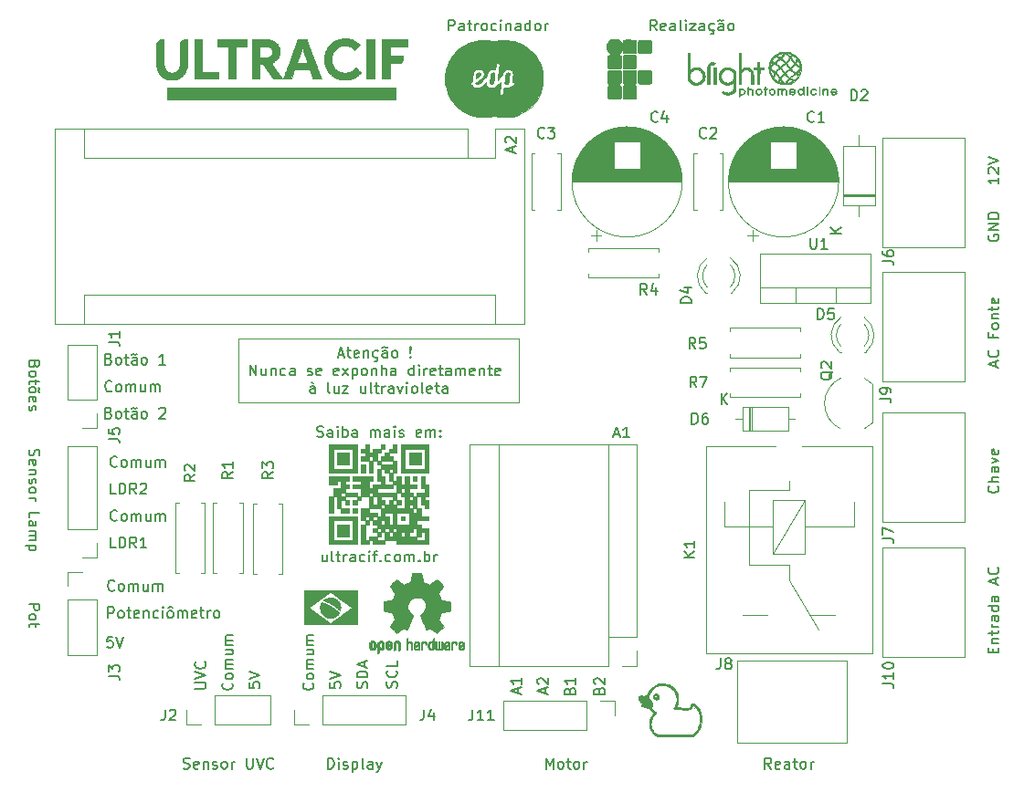
<source format=gbr>
G04 #@! TF.GenerationSoftware,KiCad,Pcbnew,(5.1.5-0-10_14)*
G04 #@! TF.CreationDate,2020-08-14T20:47:27-03:00*
G04 #@! TF.ProjectId,UltraCif,556c7472-6143-4696-962e-6b696361645f,rev?*
G04 #@! TF.SameCoordinates,Original*
G04 #@! TF.FileFunction,Legend,Top*
G04 #@! TF.FilePolarity,Positive*
%FSLAX46Y46*%
G04 Gerber Fmt 4.6, Leading zero omitted, Abs format (unit mm)*
G04 Created by KiCad (PCBNEW (5.1.5-0-10_14)) date 2020-08-14 20:47:27*
%MOMM*%
%LPD*%
G04 APERTURE LIST*
%ADD10C,0.100000*%
%ADD11C,0.150000*%
%ADD12C,0.010000*%
%ADD13C,0.120000*%
G04 APERTURE END LIST*
D10*
X155500000Y-145000000D02*
X155500000Y-139000000D01*
X181500000Y-145000000D02*
X155500000Y-145000000D01*
X181500000Y-139000000D02*
X181500000Y-145000000D01*
X155500000Y-139000000D02*
X181500000Y-139000000D01*
D11*
X164761904Y-140516666D02*
X165238095Y-140516666D01*
X164666666Y-140802380D02*
X165000000Y-139802380D01*
X165333333Y-140802380D01*
X165523809Y-140135714D02*
X165904761Y-140135714D01*
X165666666Y-139802380D02*
X165666666Y-140659523D01*
X165714285Y-140754761D01*
X165809523Y-140802380D01*
X165904761Y-140802380D01*
X166619047Y-140754761D02*
X166523809Y-140802380D01*
X166333333Y-140802380D01*
X166238095Y-140754761D01*
X166190476Y-140659523D01*
X166190476Y-140278571D01*
X166238095Y-140183333D01*
X166333333Y-140135714D01*
X166523809Y-140135714D01*
X166619047Y-140183333D01*
X166666666Y-140278571D01*
X166666666Y-140373809D01*
X166190476Y-140469047D01*
X167095238Y-140135714D02*
X167095238Y-140802380D01*
X167095238Y-140230952D02*
X167142857Y-140183333D01*
X167238095Y-140135714D01*
X167380952Y-140135714D01*
X167476190Y-140183333D01*
X167523809Y-140278571D01*
X167523809Y-140802380D01*
X168428571Y-140754761D02*
X168333333Y-140802380D01*
X168142857Y-140802380D01*
X168047619Y-140754761D01*
X168000000Y-140707142D01*
X167952380Y-140611904D01*
X167952380Y-140326190D01*
X168000000Y-140230952D01*
X168047619Y-140183333D01*
X168142857Y-140135714D01*
X168333333Y-140135714D01*
X168428571Y-140183333D01*
X168238095Y-140850000D02*
X168333333Y-140897619D01*
X168380952Y-140992857D01*
X168333333Y-141088095D01*
X168238095Y-141135714D01*
X168095238Y-141135714D01*
X169285714Y-140802380D02*
X169285714Y-140278571D01*
X169238095Y-140183333D01*
X169142857Y-140135714D01*
X168952380Y-140135714D01*
X168857142Y-140183333D01*
X169285714Y-140754761D02*
X169190476Y-140802380D01*
X168952380Y-140802380D01*
X168857142Y-140754761D01*
X168809523Y-140659523D01*
X168809523Y-140564285D01*
X168857142Y-140469047D01*
X168952380Y-140421428D01*
X169190476Y-140421428D01*
X169285714Y-140373809D01*
X168809523Y-139897619D02*
X168857142Y-139850000D01*
X168952380Y-139802380D01*
X169142857Y-139897619D01*
X169238095Y-139850000D01*
X169285714Y-139802380D01*
X169904761Y-140802380D02*
X169809523Y-140754761D01*
X169761904Y-140707142D01*
X169714285Y-140611904D01*
X169714285Y-140326190D01*
X169761904Y-140230952D01*
X169809523Y-140183333D01*
X169904761Y-140135714D01*
X170047619Y-140135714D01*
X170142857Y-140183333D01*
X170190476Y-140230952D01*
X170238095Y-140326190D01*
X170238095Y-140611904D01*
X170190476Y-140707142D01*
X170142857Y-140754761D01*
X170047619Y-140802380D01*
X169904761Y-140802380D01*
X171428571Y-140707142D02*
X171476190Y-140754761D01*
X171428571Y-140802380D01*
X171380952Y-140754761D01*
X171428571Y-140707142D01*
X171428571Y-140802380D01*
X171428571Y-140421428D02*
X171380952Y-139850000D01*
X171428571Y-139802380D01*
X171476190Y-139850000D01*
X171428571Y-140421428D01*
X171428571Y-139802380D01*
X156547619Y-142452380D02*
X156547619Y-141452380D01*
X157119047Y-142452380D01*
X157119047Y-141452380D01*
X158023809Y-141785714D02*
X158023809Y-142452380D01*
X157595238Y-141785714D02*
X157595238Y-142309523D01*
X157642857Y-142404761D01*
X157738095Y-142452380D01*
X157880952Y-142452380D01*
X157976190Y-142404761D01*
X158023809Y-142357142D01*
X158500000Y-141785714D02*
X158500000Y-142452380D01*
X158500000Y-141880952D02*
X158547619Y-141833333D01*
X158642857Y-141785714D01*
X158785714Y-141785714D01*
X158880952Y-141833333D01*
X158928571Y-141928571D01*
X158928571Y-142452380D01*
X159833333Y-142404761D02*
X159738095Y-142452380D01*
X159547619Y-142452380D01*
X159452380Y-142404761D01*
X159404761Y-142357142D01*
X159357142Y-142261904D01*
X159357142Y-141976190D01*
X159404761Y-141880952D01*
X159452380Y-141833333D01*
X159547619Y-141785714D01*
X159738095Y-141785714D01*
X159833333Y-141833333D01*
X160690476Y-142452380D02*
X160690476Y-141928571D01*
X160642857Y-141833333D01*
X160547619Y-141785714D01*
X160357142Y-141785714D01*
X160261904Y-141833333D01*
X160690476Y-142404761D02*
X160595238Y-142452380D01*
X160357142Y-142452380D01*
X160261904Y-142404761D01*
X160214285Y-142309523D01*
X160214285Y-142214285D01*
X160261904Y-142119047D01*
X160357142Y-142071428D01*
X160595238Y-142071428D01*
X160690476Y-142023809D01*
X161880952Y-142404761D02*
X161976190Y-142452380D01*
X162166666Y-142452380D01*
X162261904Y-142404761D01*
X162309523Y-142309523D01*
X162309523Y-142261904D01*
X162261904Y-142166666D01*
X162166666Y-142119047D01*
X162023809Y-142119047D01*
X161928571Y-142071428D01*
X161880952Y-141976190D01*
X161880952Y-141928571D01*
X161928571Y-141833333D01*
X162023809Y-141785714D01*
X162166666Y-141785714D01*
X162261904Y-141833333D01*
X163119047Y-142404761D02*
X163023809Y-142452380D01*
X162833333Y-142452380D01*
X162738095Y-142404761D01*
X162690476Y-142309523D01*
X162690476Y-141928571D01*
X162738095Y-141833333D01*
X162833333Y-141785714D01*
X163023809Y-141785714D01*
X163119047Y-141833333D01*
X163166666Y-141928571D01*
X163166666Y-142023809D01*
X162690476Y-142119047D01*
X164738095Y-142404761D02*
X164642857Y-142452380D01*
X164452380Y-142452380D01*
X164357142Y-142404761D01*
X164309523Y-142309523D01*
X164309523Y-141928571D01*
X164357142Y-141833333D01*
X164452380Y-141785714D01*
X164642857Y-141785714D01*
X164738095Y-141833333D01*
X164785714Y-141928571D01*
X164785714Y-142023809D01*
X164309523Y-142119047D01*
X165119047Y-142452380D02*
X165642857Y-141785714D01*
X165119047Y-141785714D02*
X165642857Y-142452380D01*
X166023809Y-141785714D02*
X166023809Y-142785714D01*
X166023809Y-141833333D02*
X166119047Y-141785714D01*
X166309523Y-141785714D01*
X166404761Y-141833333D01*
X166452380Y-141880952D01*
X166500000Y-141976190D01*
X166500000Y-142261904D01*
X166452380Y-142357142D01*
X166404761Y-142404761D01*
X166309523Y-142452380D01*
X166119047Y-142452380D01*
X166023809Y-142404761D01*
X167071428Y-142452380D02*
X166976190Y-142404761D01*
X166928571Y-142357142D01*
X166880952Y-142261904D01*
X166880952Y-141976190D01*
X166928571Y-141880952D01*
X166976190Y-141833333D01*
X167071428Y-141785714D01*
X167214285Y-141785714D01*
X167309523Y-141833333D01*
X167357142Y-141880952D01*
X167404761Y-141976190D01*
X167404761Y-142261904D01*
X167357142Y-142357142D01*
X167309523Y-142404761D01*
X167214285Y-142452380D01*
X167071428Y-142452380D01*
X167833333Y-141785714D02*
X167833333Y-142452380D01*
X167833333Y-141880952D02*
X167880952Y-141833333D01*
X167976190Y-141785714D01*
X168119047Y-141785714D01*
X168214285Y-141833333D01*
X168261904Y-141928571D01*
X168261904Y-142452380D01*
X168738095Y-142452380D02*
X168738095Y-141452380D01*
X169166666Y-142452380D02*
X169166666Y-141928571D01*
X169119047Y-141833333D01*
X169023809Y-141785714D01*
X168880952Y-141785714D01*
X168785714Y-141833333D01*
X168738095Y-141880952D01*
X170071428Y-142452380D02*
X170071428Y-141928571D01*
X170023809Y-141833333D01*
X169928571Y-141785714D01*
X169738095Y-141785714D01*
X169642857Y-141833333D01*
X170071428Y-142404761D02*
X169976190Y-142452380D01*
X169738095Y-142452380D01*
X169642857Y-142404761D01*
X169595238Y-142309523D01*
X169595238Y-142214285D01*
X169642857Y-142119047D01*
X169738095Y-142071428D01*
X169976190Y-142071428D01*
X170071428Y-142023809D01*
X171738095Y-142452380D02*
X171738095Y-141452380D01*
X171738095Y-142404761D02*
X171642857Y-142452380D01*
X171452380Y-142452380D01*
X171357142Y-142404761D01*
X171309523Y-142357142D01*
X171261904Y-142261904D01*
X171261904Y-141976190D01*
X171309523Y-141880952D01*
X171357142Y-141833333D01*
X171452380Y-141785714D01*
X171642857Y-141785714D01*
X171738095Y-141833333D01*
X172214285Y-142452380D02*
X172214285Y-141785714D01*
X172214285Y-141452380D02*
X172166666Y-141500000D01*
X172214285Y-141547619D01*
X172261904Y-141500000D01*
X172214285Y-141452380D01*
X172214285Y-141547619D01*
X172690476Y-142452380D02*
X172690476Y-141785714D01*
X172690476Y-141976190D02*
X172738095Y-141880952D01*
X172785714Y-141833333D01*
X172880952Y-141785714D01*
X172976190Y-141785714D01*
X173690476Y-142404761D02*
X173595238Y-142452380D01*
X173404761Y-142452380D01*
X173309523Y-142404761D01*
X173261904Y-142309523D01*
X173261904Y-141928571D01*
X173309523Y-141833333D01*
X173404761Y-141785714D01*
X173595238Y-141785714D01*
X173690476Y-141833333D01*
X173738095Y-141928571D01*
X173738095Y-142023809D01*
X173261904Y-142119047D01*
X174023809Y-141785714D02*
X174404761Y-141785714D01*
X174166666Y-141452380D02*
X174166666Y-142309523D01*
X174214285Y-142404761D01*
X174309523Y-142452380D01*
X174404761Y-142452380D01*
X175166666Y-142452380D02*
X175166666Y-141928571D01*
X175119047Y-141833333D01*
X175023809Y-141785714D01*
X174833333Y-141785714D01*
X174738095Y-141833333D01*
X175166666Y-142404761D02*
X175071428Y-142452380D01*
X174833333Y-142452380D01*
X174738095Y-142404761D01*
X174690476Y-142309523D01*
X174690476Y-142214285D01*
X174738095Y-142119047D01*
X174833333Y-142071428D01*
X175071428Y-142071428D01*
X175166666Y-142023809D01*
X175642857Y-142452380D02*
X175642857Y-141785714D01*
X175642857Y-141880952D02*
X175690476Y-141833333D01*
X175785714Y-141785714D01*
X175928571Y-141785714D01*
X176023809Y-141833333D01*
X176071428Y-141928571D01*
X176071428Y-142452380D01*
X176071428Y-141928571D02*
X176119047Y-141833333D01*
X176214285Y-141785714D01*
X176357142Y-141785714D01*
X176452380Y-141833333D01*
X176500000Y-141928571D01*
X176500000Y-142452380D01*
X177357142Y-142404761D02*
X177261904Y-142452380D01*
X177071428Y-142452380D01*
X176976190Y-142404761D01*
X176928571Y-142309523D01*
X176928571Y-141928571D01*
X176976190Y-141833333D01*
X177071428Y-141785714D01*
X177261904Y-141785714D01*
X177357142Y-141833333D01*
X177404761Y-141928571D01*
X177404761Y-142023809D01*
X176928571Y-142119047D01*
X177833333Y-141785714D02*
X177833333Y-142452380D01*
X177833333Y-141880952D02*
X177880952Y-141833333D01*
X177976190Y-141785714D01*
X178119047Y-141785714D01*
X178214285Y-141833333D01*
X178261904Y-141928571D01*
X178261904Y-142452380D01*
X178595238Y-141785714D02*
X178976190Y-141785714D01*
X178738095Y-141452380D02*
X178738095Y-142309523D01*
X178785714Y-142404761D01*
X178880952Y-142452380D01*
X178976190Y-142452380D01*
X179690476Y-142404761D02*
X179595238Y-142452380D01*
X179404761Y-142452380D01*
X179309523Y-142404761D01*
X179261904Y-142309523D01*
X179261904Y-141928571D01*
X179309523Y-141833333D01*
X179404761Y-141785714D01*
X179595238Y-141785714D01*
X179690476Y-141833333D01*
X179738095Y-141928571D01*
X179738095Y-142023809D01*
X179261904Y-142119047D01*
X162571428Y-144102380D02*
X162571428Y-143578571D01*
X162523809Y-143483333D01*
X162428571Y-143435714D01*
X162238095Y-143435714D01*
X162142857Y-143483333D01*
X162571428Y-144054761D02*
X162476190Y-144102380D01*
X162238095Y-144102380D01*
X162142857Y-144054761D01*
X162095238Y-143959523D01*
X162095238Y-143864285D01*
X162142857Y-143769047D01*
X162238095Y-143721428D01*
X162476190Y-143721428D01*
X162571428Y-143673809D01*
X162238095Y-143054761D02*
X162380952Y-143197619D01*
X163952380Y-144102380D02*
X163857142Y-144054761D01*
X163809523Y-143959523D01*
X163809523Y-143102380D01*
X164761904Y-143435714D02*
X164761904Y-144102380D01*
X164333333Y-143435714D02*
X164333333Y-143959523D01*
X164380952Y-144054761D01*
X164476190Y-144102380D01*
X164619047Y-144102380D01*
X164714285Y-144054761D01*
X164761904Y-144007142D01*
X165142857Y-143435714D02*
X165666666Y-143435714D01*
X165142857Y-144102380D01*
X165666666Y-144102380D01*
X167238095Y-143435714D02*
X167238095Y-144102380D01*
X166809523Y-143435714D02*
X166809523Y-143959523D01*
X166857142Y-144054761D01*
X166952380Y-144102380D01*
X167095238Y-144102380D01*
X167190476Y-144054761D01*
X167238095Y-144007142D01*
X167857142Y-144102380D02*
X167761904Y-144054761D01*
X167714285Y-143959523D01*
X167714285Y-143102380D01*
X168095238Y-143435714D02*
X168476190Y-143435714D01*
X168238095Y-143102380D02*
X168238095Y-143959523D01*
X168285714Y-144054761D01*
X168380952Y-144102380D01*
X168476190Y-144102380D01*
X168809523Y-144102380D02*
X168809523Y-143435714D01*
X168809523Y-143626190D02*
X168857142Y-143530952D01*
X168904761Y-143483333D01*
X169000000Y-143435714D01*
X169095238Y-143435714D01*
X169857142Y-144102380D02*
X169857142Y-143578571D01*
X169809523Y-143483333D01*
X169714285Y-143435714D01*
X169523809Y-143435714D01*
X169428571Y-143483333D01*
X169857142Y-144054761D02*
X169761904Y-144102380D01*
X169523809Y-144102380D01*
X169428571Y-144054761D01*
X169380952Y-143959523D01*
X169380952Y-143864285D01*
X169428571Y-143769047D01*
X169523809Y-143721428D01*
X169761904Y-143721428D01*
X169857142Y-143673809D01*
X170238095Y-143435714D02*
X170476190Y-144102380D01*
X170714285Y-143435714D01*
X171095238Y-144102380D02*
X171095238Y-143435714D01*
X171095238Y-143102380D02*
X171047619Y-143150000D01*
X171095238Y-143197619D01*
X171142857Y-143150000D01*
X171095238Y-143102380D01*
X171095238Y-143197619D01*
X171714285Y-144102380D02*
X171619047Y-144054761D01*
X171571428Y-144007142D01*
X171523809Y-143911904D01*
X171523809Y-143626190D01*
X171571428Y-143530952D01*
X171619047Y-143483333D01*
X171714285Y-143435714D01*
X171857142Y-143435714D01*
X171952380Y-143483333D01*
X172000000Y-143530952D01*
X172047619Y-143626190D01*
X172047619Y-143911904D01*
X172000000Y-144007142D01*
X171952380Y-144054761D01*
X171857142Y-144102380D01*
X171714285Y-144102380D01*
X172619047Y-144102380D02*
X172523809Y-144054761D01*
X172476190Y-143959523D01*
X172476190Y-143102380D01*
X173380952Y-144054761D02*
X173285714Y-144102380D01*
X173095238Y-144102380D01*
X173000000Y-144054761D01*
X172952380Y-143959523D01*
X172952380Y-143578571D01*
X173000000Y-143483333D01*
X173095238Y-143435714D01*
X173285714Y-143435714D01*
X173380952Y-143483333D01*
X173428571Y-143578571D01*
X173428571Y-143673809D01*
X172952380Y-143769047D01*
X173714285Y-143435714D02*
X174095238Y-143435714D01*
X173857142Y-143102380D02*
X173857142Y-143959523D01*
X173904761Y-144054761D01*
X174000000Y-144102380D01*
X174095238Y-144102380D01*
X174857142Y-144102380D02*
X174857142Y-143578571D01*
X174809523Y-143483333D01*
X174714285Y-143435714D01*
X174523809Y-143435714D01*
X174428571Y-143483333D01*
X174857142Y-144054761D02*
X174761904Y-144102380D01*
X174523809Y-144102380D01*
X174428571Y-144054761D01*
X174380952Y-143959523D01*
X174380952Y-143864285D01*
X174428571Y-143769047D01*
X174523809Y-143721428D01*
X174761904Y-143721428D01*
X174857142Y-143673809D01*
X162761904Y-148129761D02*
X162904761Y-148177380D01*
X163142857Y-148177380D01*
X163238095Y-148129761D01*
X163285714Y-148082142D01*
X163333333Y-147986904D01*
X163333333Y-147891666D01*
X163285714Y-147796428D01*
X163238095Y-147748809D01*
X163142857Y-147701190D01*
X162952380Y-147653571D01*
X162857142Y-147605952D01*
X162809523Y-147558333D01*
X162761904Y-147463095D01*
X162761904Y-147367857D01*
X162809523Y-147272619D01*
X162857142Y-147225000D01*
X162952380Y-147177380D01*
X163190476Y-147177380D01*
X163333333Y-147225000D01*
X164190476Y-148177380D02*
X164190476Y-147653571D01*
X164142857Y-147558333D01*
X164047619Y-147510714D01*
X163857142Y-147510714D01*
X163761904Y-147558333D01*
X164190476Y-148129761D02*
X164095238Y-148177380D01*
X163857142Y-148177380D01*
X163761904Y-148129761D01*
X163714285Y-148034523D01*
X163714285Y-147939285D01*
X163761904Y-147844047D01*
X163857142Y-147796428D01*
X164095238Y-147796428D01*
X164190476Y-147748809D01*
X164666666Y-148177380D02*
X164666666Y-147510714D01*
X164666666Y-147177380D02*
X164619047Y-147225000D01*
X164666666Y-147272619D01*
X164714285Y-147225000D01*
X164666666Y-147177380D01*
X164666666Y-147272619D01*
X165142857Y-148177380D02*
X165142857Y-147177380D01*
X165142857Y-147558333D02*
X165238095Y-147510714D01*
X165428571Y-147510714D01*
X165523809Y-147558333D01*
X165571428Y-147605952D01*
X165619047Y-147701190D01*
X165619047Y-147986904D01*
X165571428Y-148082142D01*
X165523809Y-148129761D01*
X165428571Y-148177380D01*
X165238095Y-148177380D01*
X165142857Y-148129761D01*
X166476190Y-148177380D02*
X166476190Y-147653571D01*
X166428571Y-147558333D01*
X166333333Y-147510714D01*
X166142857Y-147510714D01*
X166047619Y-147558333D01*
X166476190Y-148129761D02*
X166380952Y-148177380D01*
X166142857Y-148177380D01*
X166047619Y-148129761D01*
X166000000Y-148034523D01*
X166000000Y-147939285D01*
X166047619Y-147844047D01*
X166142857Y-147796428D01*
X166380952Y-147796428D01*
X166476190Y-147748809D01*
X167714285Y-148177380D02*
X167714285Y-147510714D01*
X167714285Y-147605952D02*
X167761904Y-147558333D01*
X167857142Y-147510714D01*
X168000000Y-147510714D01*
X168095238Y-147558333D01*
X168142857Y-147653571D01*
X168142857Y-148177380D01*
X168142857Y-147653571D02*
X168190476Y-147558333D01*
X168285714Y-147510714D01*
X168428571Y-147510714D01*
X168523809Y-147558333D01*
X168571428Y-147653571D01*
X168571428Y-148177380D01*
X169476190Y-148177380D02*
X169476190Y-147653571D01*
X169428571Y-147558333D01*
X169333333Y-147510714D01*
X169142857Y-147510714D01*
X169047619Y-147558333D01*
X169476190Y-148129761D02*
X169380952Y-148177380D01*
X169142857Y-148177380D01*
X169047619Y-148129761D01*
X169000000Y-148034523D01*
X169000000Y-147939285D01*
X169047619Y-147844047D01*
X169142857Y-147796428D01*
X169380952Y-147796428D01*
X169476190Y-147748809D01*
X169952380Y-148177380D02*
X169952380Y-147510714D01*
X169952380Y-147177380D02*
X169904761Y-147225000D01*
X169952380Y-147272619D01*
X170000000Y-147225000D01*
X169952380Y-147177380D01*
X169952380Y-147272619D01*
X170380952Y-148129761D02*
X170476190Y-148177380D01*
X170666666Y-148177380D01*
X170761904Y-148129761D01*
X170809523Y-148034523D01*
X170809523Y-147986904D01*
X170761904Y-147891666D01*
X170666666Y-147844047D01*
X170523809Y-147844047D01*
X170428571Y-147796428D01*
X170380952Y-147701190D01*
X170380952Y-147653571D01*
X170428571Y-147558333D01*
X170523809Y-147510714D01*
X170666666Y-147510714D01*
X170761904Y-147558333D01*
X172380952Y-148129761D02*
X172285714Y-148177380D01*
X172095238Y-148177380D01*
X172000000Y-148129761D01*
X171952380Y-148034523D01*
X171952380Y-147653571D01*
X172000000Y-147558333D01*
X172095238Y-147510714D01*
X172285714Y-147510714D01*
X172380952Y-147558333D01*
X172428571Y-147653571D01*
X172428571Y-147748809D01*
X171952380Y-147844047D01*
X172857142Y-148177380D02*
X172857142Y-147510714D01*
X172857142Y-147605952D02*
X172904761Y-147558333D01*
X173000000Y-147510714D01*
X173142857Y-147510714D01*
X173238095Y-147558333D01*
X173285714Y-147653571D01*
X173285714Y-148177380D01*
X173285714Y-147653571D02*
X173333333Y-147558333D01*
X173428571Y-147510714D01*
X173571428Y-147510714D01*
X173666666Y-147558333D01*
X173714285Y-147653571D01*
X173714285Y-148177380D01*
X174190476Y-148082142D02*
X174238095Y-148129761D01*
X174190476Y-148177380D01*
X174142857Y-148129761D01*
X174190476Y-148082142D01*
X174190476Y-148177380D01*
X174190476Y-147558333D02*
X174238095Y-147605952D01*
X174190476Y-147653571D01*
X174142857Y-147605952D01*
X174190476Y-147558333D01*
X174190476Y-147653571D01*
X163666666Y-159060714D02*
X163666666Y-159727380D01*
X163238095Y-159060714D02*
X163238095Y-159584523D01*
X163285714Y-159679761D01*
X163380952Y-159727380D01*
X163523809Y-159727380D01*
X163619047Y-159679761D01*
X163666666Y-159632142D01*
X164285714Y-159727380D02*
X164190476Y-159679761D01*
X164142857Y-159584523D01*
X164142857Y-158727380D01*
X164523809Y-159060714D02*
X164904761Y-159060714D01*
X164666666Y-158727380D02*
X164666666Y-159584523D01*
X164714285Y-159679761D01*
X164809523Y-159727380D01*
X164904761Y-159727380D01*
X165238095Y-159727380D02*
X165238095Y-159060714D01*
X165238095Y-159251190D02*
X165285714Y-159155952D01*
X165333333Y-159108333D01*
X165428571Y-159060714D01*
X165523809Y-159060714D01*
X166285714Y-159727380D02*
X166285714Y-159203571D01*
X166238095Y-159108333D01*
X166142857Y-159060714D01*
X165952380Y-159060714D01*
X165857142Y-159108333D01*
X166285714Y-159679761D02*
X166190476Y-159727380D01*
X165952380Y-159727380D01*
X165857142Y-159679761D01*
X165809523Y-159584523D01*
X165809523Y-159489285D01*
X165857142Y-159394047D01*
X165952380Y-159346428D01*
X166190476Y-159346428D01*
X166285714Y-159298809D01*
X167190476Y-159679761D02*
X167095238Y-159727380D01*
X166904761Y-159727380D01*
X166809523Y-159679761D01*
X166761904Y-159632142D01*
X166714285Y-159536904D01*
X166714285Y-159251190D01*
X166761904Y-159155952D01*
X166809523Y-159108333D01*
X166904761Y-159060714D01*
X167095238Y-159060714D01*
X167190476Y-159108333D01*
X167619047Y-159727380D02*
X167619047Y-159060714D01*
X167619047Y-158727380D02*
X167571428Y-158775000D01*
X167619047Y-158822619D01*
X167666666Y-158775000D01*
X167619047Y-158727380D01*
X167619047Y-158822619D01*
X167952380Y-159060714D02*
X168333333Y-159060714D01*
X168095238Y-159727380D02*
X168095238Y-158870238D01*
X168142857Y-158775000D01*
X168238095Y-158727380D01*
X168333333Y-158727380D01*
X168666666Y-159632142D02*
X168714285Y-159679761D01*
X168666666Y-159727380D01*
X168619047Y-159679761D01*
X168666666Y-159632142D01*
X168666666Y-159727380D01*
X169571428Y-159679761D02*
X169476190Y-159727380D01*
X169285714Y-159727380D01*
X169190476Y-159679761D01*
X169142857Y-159632142D01*
X169095238Y-159536904D01*
X169095238Y-159251190D01*
X169142857Y-159155952D01*
X169190476Y-159108333D01*
X169285714Y-159060714D01*
X169476190Y-159060714D01*
X169571428Y-159108333D01*
X170142857Y-159727380D02*
X170047619Y-159679761D01*
X170000000Y-159632142D01*
X169952380Y-159536904D01*
X169952380Y-159251190D01*
X170000000Y-159155952D01*
X170047619Y-159108333D01*
X170142857Y-159060714D01*
X170285714Y-159060714D01*
X170380952Y-159108333D01*
X170428571Y-159155952D01*
X170476190Y-159251190D01*
X170476190Y-159536904D01*
X170428571Y-159632142D01*
X170380952Y-159679761D01*
X170285714Y-159727380D01*
X170142857Y-159727380D01*
X170904761Y-159727380D02*
X170904761Y-159060714D01*
X170904761Y-159155952D02*
X170952380Y-159108333D01*
X171047619Y-159060714D01*
X171190476Y-159060714D01*
X171285714Y-159108333D01*
X171333333Y-159203571D01*
X171333333Y-159727380D01*
X171333333Y-159203571D02*
X171380952Y-159108333D01*
X171476190Y-159060714D01*
X171619047Y-159060714D01*
X171714285Y-159108333D01*
X171761904Y-159203571D01*
X171761904Y-159727380D01*
X172238095Y-159632142D02*
X172285714Y-159679761D01*
X172238095Y-159727380D01*
X172190476Y-159679761D01*
X172238095Y-159632142D01*
X172238095Y-159727380D01*
X172714285Y-159727380D02*
X172714285Y-158727380D01*
X172714285Y-159108333D02*
X172809523Y-159060714D01*
X173000000Y-159060714D01*
X173095238Y-159108333D01*
X173142857Y-159155952D01*
X173190476Y-159251190D01*
X173190476Y-159536904D01*
X173142857Y-159632142D01*
X173095238Y-159679761D01*
X173000000Y-159727380D01*
X172809523Y-159727380D01*
X172714285Y-159679761D01*
X173619047Y-159727380D02*
X173619047Y-159060714D01*
X173619047Y-159251190D02*
X173666666Y-159155952D01*
X173714285Y-159108333D01*
X173809523Y-159060714D01*
X173904761Y-159060714D01*
X136047619Y-163664404D02*
X137047619Y-163664404D01*
X137047619Y-164045357D01*
X137000000Y-164140595D01*
X136952380Y-164188214D01*
X136857142Y-164235833D01*
X136714285Y-164235833D01*
X136619047Y-164188214D01*
X136571428Y-164140595D01*
X136523809Y-164045357D01*
X136523809Y-163664404D01*
X136047619Y-164807261D02*
X136095238Y-164712023D01*
X136142857Y-164664404D01*
X136238095Y-164616785D01*
X136523809Y-164616785D01*
X136619047Y-164664404D01*
X136666666Y-164712023D01*
X136714285Y-164807261D01*
X136714285Y-164950119D01*
X136666666Y-165045357D01*
X136619047Y-165092976D01*
X136523809Y-165140595D01*
X136238095Y-165140595D01*
X136142857Y-165092976D01*
X136095238Y-165045357D01*
X136047619Y-164950119D01*
X136047619Y-164807261D01*
X136714285Y-165426309D02*
X136714285Y-165807261D01*
X137047619Y-165569166D02*
X136190476Y-165569166D01*
X136095238Y-165616785D01*
X136047619Y-165712023D01*
X136047619Y-165807261D01*
X136095238Y-149331071D02*
X136047619Y-149473928D01*
X136047619Y-149712023D01*
X136095238Y-149807261D01*
X136142857Y-149854880D01*
X136238095Y-149902500D01*
X136333333Y-149902500D01*
X136428571Y-149854880D01*
X136476190Y-149807261D01*
X136523809Y-149712023D01*
X136571428Y-149521547D01*
X136619047Y-149426309D01*
X136666666Y-149378690D01*
X136761904Y-149331071D01*
X136857142Y-149331071D01*
X136952380Y-149378690D01*
X137000000Y-149426309D01*
X137047619Y-149521547D01*
X137047619Y-149759642D01*
X137000000Y-149902500D01*
X136095238Y-150712023D02*
X136047619Y-150616785D01*
X136047619Y-150426309D01*
X136095238Y-150331071D01*
X136190476Y-150283452D01*
X136571428Y-150283452D01*
X136666666Y-150331071D01*
X136714285Y-150426309D01*
X136714285Y-150616785D01*
X136666666Y-150712023D01*
X136571428Y-150759642D01*
X136476190Y-150759642D01*
X136380952Y-150283452D01*
X136714285Y-151188214D02*
X136047619Y-151188214D01*
X136619047Y-151188214D02*
X136666666Y-151235833D01*
X136714285Y-151331071D01*
X136714285Y-151473928D01*
X136666666Y-151569166D01*
X136571428Y-151616785D01*
X136047619Y-151616785D01*
X136095238Y-152045357D02*
X136047619Y-152140595D01*
X136047619Y-152331071D01*
X136095238Y-152426309D01*
X136190476Y-152473928D01*
X136238095Y-152473928D01*
X136333333Y-152426309D01*
X136380952Y-152331071D01*
X136380952Y-152188214D01*
X136428571Y-152092976D01*
X136523809Y-152045357D01*
X136571428Y-152045357D01*
X136666666Y-152092976D01*
X136714285Y-152188214D01*
X136714285Y-152331071D01*
X136666666Y-152426309D01*
X136047619Y-153045357D02*
X136095238Y-152950119D01*
X136142857Y-152902500D01*
X136238095Y-152854880D01*
X136523809Y-152854880D01*
X136619047Y-152902500D01*
X136666666Y-152950119D01*
X136714285Y-153045357D01*
X136714285Y-153188214D01*
X136666666Y-153283452D01*
X136619047Y-153331071D01*
X136523809Y-153378690D01*
X136238095Y-153378690D01*
X136142857Y-153331071D01*
X136095238Y-153283452D01*
X136047619Y-153188214D01*
X136047619Y-153045357D01*
X136047619Y-153807261D02*
X136714285Y-153807261D01*
X136523809Y-153807261D02*
X136619047Y-153854880D01*
X136666666Y-153902500D01*
X136714285Y-153997738D01*
X136714285Y-154092976D01*
X136047619Y-155664404D02*
X136047619Y-155188214D01*
X137047619Y-155188214D01*
X136047619Y-156426309D02*
X136571428Y-156426309D01*
X136666666Y-156378690D01*
X136714285Y-156283452D01*
X136714285Y-156092976D01*
X136666666Y-155997738D01*
X136095238Y-156426309D02*
X136047619Y-156331071D01*
X136047619Y-156092976D01*
X136095238Y-155997738D01*
X136190476Y-155950119D01*
X136285714Y-155950119D01*
X136380952Y-155997738D01*
X136428571Y-156092976D01*
X136428571Y-156331071D01*
X136476190Y-156426309D01*
X136047619Y-156902500D02*
X136714285Y-156902500D01*
X136619047Y-156902500D02*
X136666666Y-156950119D01*
X136714285Y-157045357D01*
X136714285Y-157188214D01*
X136666666Y-157283452D01*
X136571428Y-157331071D01*
X136047619Y-157331071D01*
X136571428Y-157331071D02*
X136666666Y-157378690D01*
X136714285Y-157473928D01*
X136714285Y-157616785D01*
X136666666Y-157712023D01*
X136571428Y-157759642D01*
X136047619Y-157759642D01*
X136714285Y-158235833D02*
X135714285Y-158235833D01*
X136666666Y-158235833D02*
X136714285Y-158331071D01*
X136714285Y-158521547D01*
X136666666Y-158616785D01*
X136619047Y-158664404D01*
X136523809Y-158712023D01*
X136238095Y-158712023D01*
X136142857Y-158664404D01*
X136095238Y-158616785D01*
X136047619Y-158521547D01*
X136047619Y-158331071D01*
X136095238Y-158235833D01*
X136571428Y-141426309D02*
X136523809Y-141569166D01*
X136476190Y-141616785D01*
X136380952Y-141664404D01*
X136238095Y-141664404D01*
X136142857Y-141616785D01*
X136095238Y-141569166D01*
X136047619Y-141473928D01*
X136047619Y-141092976D01*
X137047619Y-141092976D01*
X137047619Y-141426309D01*
X137000000Y-141521547D01*
X136952380Y-141569166D01*
X136857142Y-141616785D01*
X136761904Y-141616785D01*
X136666666Y-141569166D01*
X136619047Y-141521547D01*
X136571428Y-141426309D01*
X136571428Y-141092976D01*
X136047619Y-142235833D02*
X136095238Y-142140595D01*
X136142857Y-142092976D01*
X136238095Y-142045357D01*
X136523809Y-142045357D01*
X136619047Y-142092976D01*
X136666666Y-142140595D01*
X136714285Y-142235833D01*
X136714285Y-142378690D01*
X136666666Y-142473928D01*
X136619047Y-142521547D01*
X136523809Y-142569166D01*
X136238095Y-142569166D01*
X136142857Y-142521547D01*
X136095238Y-142473928D01*
X136047619Y-142378690D01*
X136047619Y-142235833D01*
X136714285Y-142854880D02*
X136714285Y-143235833D01*
X137047619Y-142997738D02*
X136190476Y-142997738D01*
X136095238Y-143045357D01*
X136047619Y-143140595D01*
X136047619Y-143235833D01*
X136047619Y-143712023D02*
X136095238Y-143616785D01*
X136142857Y-143569166D01*
X136238095Y-143521547D01*
X136523809Y-143521547D01*
X136619047Y-143569166D01*
X136666666Y-143616785D01*
X136714285Y-143712023D01*
X136714285Y-143854880D01*
X136666666Y-143950119D01*
X136619047Y-143997738D01*
X136523809Y-144045357D01*
X136238095Y-144045357D01*
X136142857Y-143997738D01*
X136095238Y-143950119D01*
X136047619Y-143854880D01*
X136047619Y-143712023D01*
X136952380Y-143569166D02*
X137000000Y-143616785D01*
X137047619Y-143712023D01*
X136952380Y-143902500D01*
X137000000Y-143997738D01*
X137047619Y-144045357D01*
X136095238Y-144854880D02*
X136047619Y-144759642D01*
X136047619Y-144569166D01*
X136095238Y-144473928D01*
X136190476Y-144426309D01*
X136571428Y-144426309D01*
X136666666Y-144473928D01*
X136714285Y-144569166D01*
X136714285Y-144759642D01*
X136666666Y-144854880D01*
X136571428Y-144902500D01*
X136476190Y-144902500D01*
X136380952Y-144426309D01*
X136095238Y-145283452D02*
X136047619Y-145378690D01*
X136047619Y-145569166D01*
X136095238Y-145664404D01*
X136190476Y-145712023D01*
X136238095Y-145712023D01*
X136333333Y-145664404D01*
X136380952Y-145569166D01*
X136380952Y-145426309D01*
X136428571Y-145331071D01*
X136523809Y-145283452D01*
X136571428Y-145283452D01*
X136666666Y-145331071D01*
X136714285Y-145426309D01*
X136714285Y-145569166D01*
X136666666Y-145664404D01*
X150378690Y-178904761D02*
X150521547Y-178952380D01*
X150759642Y-178952380D01*
X150854880Y-178904761D01*
X150902500Y-178857142D01*
X150950119Y-178761904D01*
X150950119Y-178666666D01*
X150902500Y-178571428D01*
X150854880Y-178523809D01*
X150759642Y-178476190D01*
X150569166Y-178428571D01*
X150473928Y-178380952D01*
X150426309Y-178333333D01*
X150378690Y-178238095D01*
X150378690Y-178142857D01*
X150426309Y-178047619D01*
X150473928Y-178000000D01*
X150569166Y-177952380D01*
X150807261Y-177952380D01*
X150950119Y-178000000D01*
X151759642Y-178904761D02*
X151664404Y-178952380D01*
X151473928Y-178952380D01*
X151378690Y-178904761D01*
X151331071Y-178809523D01*
X151331071Y-178428571D01*
X151378690Y-178333333D01*
X151473928Y-178285714D01*
X151664404Y-178285714D01*
X151759642Y-178333333D01*
X151807261Y-178428571D01*
X151807261Y-178523809D01*
X151331071Y-178619047D01*
X152235833Y-178285714D02*
X152235833Y-178952380D01*
X152235833Y-178380952D02*
X152283452Y-178333333D01*
X152378690Y-178285714D01*
X152521547Y-178285714D01*
X152616785Y-178333333D01*
X152664404Y-178428571D01*
X152664404Y-178952380D01*
X153092976Y-178904761D02*
X153188214Y-178952380D01*
X153378690Y-178952380D01*
X153473928Y-178904761D01*
X153521547Y-178809523D01*
X153521547Y-178761904D01*
X153473928Y-178666666D01*
X153378690Y-178619047D01*
X153235833Y-178619047D01*
X153140595Y-178571428D01*
X153092976Y-178476190D01*
X153092976Y-178428571D01*
X153140595Y-178333333D01*
X153235833Y-178285714D01*
X153378690Y-178285714D01*
X153473928Y-178333333D01*
X154092976Y-178952380D02*
X153997738Y-178904761D01*
X153950119Y-178857142D01*
X153902500Y-178761904D01*
X153902500Y-178476190D01*
X153950119Y-178380952D01*
X153997738Y-178333333D01*
X154092976Y-178285714D01*
X154235833Y-178285714D01*
X154331071Y-178333333D01*
X154378690Y-178380952D01*
X154426309Y-178476190D01*
X154426309Y-178761904D01*
X154378690Y-178857142D01*
X154331071Y-178904761D01*
X154235833Y-178952380D01*
X154092976Y-178952380D01*
X154854880Y-178952380D02*
X154854880Y-178285714D01*
X154854880Y-178476190D02*
X154902500Y-178380952D01*
X154950119Y-178333333D01*
X155045357Y-178285714D01*
X155140595Y-178285714D01*
X156235833Y-177952380D02*
X156235833Y-178761904D01*
X156283452Y-178857142D01*
X156331071Y-178904761D01*
X156426309Y-178952380D01*
X156616785Y-178952380D01*
X156712023Y-178904761D01*
X156759642Y-178857142D01*
X156807261Y-178761904D01*
X156807261Y-177952380D01*
X157140595Y-177952380D02*
X157473928Y-178952380D01*
X157807261Y-177952380D01*
X158712023Y-178857142D02*
X158664404Y-178904761D01*
X158521547Y-178952380D01*
X158426309Y-178952380D01*
X158283452Y-178904761D01*
X158188214Y-178809523D01*
X158140595Y-178714285D01*
X158092976Y-178523809D01*
X158092976Y-178380952D01*
X158140595Y-178190476D01*
X158188214Y-178095238D01*
X158283452Y-178000000D01*
X158426309Y-177952380D01*
X158521547Y-177952380D01*
X158664404Y-178000000D01*
X158712023Y-178047619D01*
X163759642Y-178952380D02*
X163759642Y-177952380D01*
X163997738Y-177952380D01*
X164140595Y-178000000D01*
X164235833Y-178095238D01*
X164283452Y-178190476D01*
X164331071Y-178380952D01*
X164331071Y-178523809D01*
X164283452Y-178714285D01*
X164235833Y-178809523D01*
X164140595Y-178904761D01*
X163997738Y-178952380D01*
X163759642Y-178952380D01*
X164759642Y-178952380D02*
X164759642Y-178285714D01*
X164759642Y-177952380D02*
X164712023Y-178000000D01*
X164759642Y-178047619D01*
X164807261Y-178000000D01*
X164759642Y-177952380D01*
X164759642Y-178047619D01*
X165188214Y-178904761D02*
X165283452Y-178952380D01*
X165473928Y-178952380D01*
X165569166Y-178904761D01*
X165616785Y-178809523D01*
X165616785Y-178761904D01*
X165569166Y-178666666D01*
X165473928Y-178619047D01*
X165331071Y-178619047D01*
X165235833Y-178571428D01*
X165188214Y-178476190D01*
X165188214Y-178428571D01*
X165235833Y-178333333D01*
X165331071Y-178285714D01*
X165473928Y-178285714D01*
X165569166Y-178333333D01*
X166045357Y-178285714D02*
X166045357Y-179285714D01*
X166045357Y-178333333D02*
X166140595Y-178285714D01*
X166331071Y-178285714D01*
X166426309Y-178333333D01*
X166473928Y-178380952D01*
X166521547Y-178476190D01*
X166521547Y-178761904D01*
X166473928Y-178857142D01*
X166426309Y-178904761D01*
X166331071Y-178952380D01*
X166140595Y-178952380D01*
X166045357Y-178904761D01*
X167092976Y-178952380D02*
X166997738Y-178904761D01*
X166950119Y-178809523D01*
X166950119Y-177952380D01*
X167902500Y-178952380D02*
X167902500Y-178428571D01*
X167854880Y-178333333D01*
X167759642Y-178285714D01*
X167569166Y-178285714D01*
X167473928Y-178333333D01*
X167902500Y-178904761D02*
X167807261Y-178952380D01*
X167569166Y-178952380D01*
X167473928Y-178904761D01*
X167426309Y-178809523D01*
X167426309Y-178714285D01*
X167473928Y-178619047D01*
X167569166Y-178571428D01*
X167807261Y-178571428D01*
X167902500Y-178523809D01*
X168283452Y-178285714D02*
X168521547Y-178952380D01*
X168759642Y-178285714D02*
X168521547Y-178952380D01*
X168426309Y-179190476D01*
X168378690Y-179238095D01*
X168283452Y-179285714D01*
X183997738Y-178952380D02*
X183997738Y-177952380D01*
X184331071Y-178666666D01*
X184664404Y-177952380D01*
X184664404Y-178952380D01*
X185283452Y-178952380D02*
X185188214Y-178904761D01*
X185140595Y-178857142D01*
X185092976Y-178761904D01*
X185092976Y-178476190D01*
X185140595Y-178380952D01*
X185188214Y-178333333D01*
X185283452Y-178285714D01*
X185426309Y-178285714D01*
X185521547Y-178333333D01*
X185569166Y-178380952D01*
X185616785Y-178476190D01*
X185616785Y-178761904D01*
X185569166Y-178857142D01*
X185521547Y-178904761D01*
X185426309Y-178952380D01*
X185283452Y-178952380D01*
X185902500Y-178285714D02*
X186283452Y-178285714D01*
X186045357Y-177952380D02*
X186045357Y-178809523D01*
X186092976Y-178904761D01*
X186188214Y-178952380D01*
X186283452Y-178952380D01*
X186759642Y-178952380D02*
X186664404Y-178904761D01*
X186616785Y-178857142D01*
X186569166Y-178761904D01*
X186569166Y-178476190D01*
X186616785Y-178380952D01*
X186664404Y-178333333D01*
X186759642Y-178285714D01*
X186902500Y-178285714D01*
X186997738Y-178333333D01*
X187045357Y-178380952D01*
X187092976Y-178476190D01*
X187092976Y-178761904D01*
X187045357Y-178857142D01*
X186997738Y-178904761D01*
X186902500Y-178952380D01*
X186759642Y-178952380D01*
X187521547Y-178952380D02*
X187521547Y-178285714D01*
X187521547Y-178476190D02*
X187569166Y-178380952D01*
X187616785Y-178333333D01*
X187712023Y-178285714D01*
X187807261Y-178285714D01*
X151452380Y-171514166D02*
X152261904Y-171514166D01*
X152357142Y-171466547D01*
X152404761Y-171418928D01*
X152452380Y-171323690D01*
X152452380Y-171133214D01*
X152404761Y-171037976D01*
X152357142Y-170990357D01*
X152261904Y-170942738D01*
X151452380Y-170942738D01*
X151452380Y-170609404D02*
X152452380Y-170276071D01*
X151452380Y-169942738D01*
X152357142Y-169037976D02*
X152404761Y-169085595D01*
X152452380Y-169228452D01*
X152452380Y-169323690D01*
X152404761Y-169466547D01*
X152309523Y-169561785D01*
X152214285Y-169609404D01*
X152023809Y-169657023D01*
X151880952Y-169657023D01*
X151690476Y-169609404D01*
X151595238Y-169561785D01*
X151500000Y-169466547D01*
X151452380Y-169323690D01*
X151452380Y-169228452D01*
X151500000Y-169085595D01*
X151547619Y-169037976D01*
X225000000Y-129430833D02*
X224952380Y-129526071D01*
X224952380Y-129668928D01*
X225000000Y-129811785D01*
X225095238Y-129907023D01*
X225190476Y-129954642D01*
X225380952Y-130002261D01*
X225523809Y-130002261D01*
X225714285Y-129954642D01*
X225809523Y-129907023D01*
X225904761Y-129811785D01*
X225952380Y-129668928D01*
X225952380Y-129573690D01*
X225904761Y-129430833D01*
X225857142Y-129383214D01*
X225523809Y-129383214D01*
X225523809Y-129573690D01*
X225952380Y-128954642D02*
X224952380Y-128954642D01*
X225952380Y-128383214D01*
X224952380Y-128383214D01*
X225952380Y-127907023D02*
X224952380Y-127907023D01*
X224952380Y-127668928D01*
X225000000Y-127526071D01*
X225095238Y-127430833D01*
X225190476Y-127383214D01*
X225380952Y-127335595D01*
X225523809Y-127335595D01*
X225714285Y-127383214D01*
X225809523Y-127430833D01*
X225904761Y-127526071D01*
X225952380Y-127668928D01*
X225952380Y-127907023D01*
X225952380Y-124097500D02*
X225952380Y-124668928D01*
X225952380Y-124383214D02*
X224952380Y-124383214D01*
X225095238Y-124478452D01*
X225190476Y-124573690D01*
X225238095Y-124668928D01*
X225047619Y-123716547D02*
X225000000Y-123668928D01*
X224952380Y-123573690D01*
X224952380Y-123335595D01*
X225000000Y-123240357D01*
X225047619Y-123192738D01*
X225142857Y-123145119D01*
X225238095Y-123145119D01*
X225380952Y-123192738D01*
X225952380Y-123764166D01*
X225952380Y-123145119D01*
X224952380Y-122859404D02*
X225952380Y-122526071D01*
X224952380Y-122192738D01*
X225666666Y-141621309D02*
X225666666Y-141145119D01*
X225952380Y-141716547D02*
X224952380Y-141383214D01*
X225952380Y-141049880D01*
X225857142Y-140145119D02*
X225904761Y-140192738D01*
X225952380Y-140335595D01*
X225952380Y-140430833D01*
X225904761Y-140573690D01*
X225809523Y-140668928D01*
X225714285Y-140716547D01*
X225523809Y-140764166D01*
X225380952Y-140764166D01*
X225190476Y-140716547D01*
X225095238Y-140668928D01*
X225000000Y-140573690D01*
X224952380Y-140430833D01*
X224952380Y-140335595D01*
X225000000Y-140192738D01*
X225047619Y-140145119D01*
X225428571Y-138621309D02*
X225428571Y-138954642D01*
X225952380Y-138954642D02*
X224952380Y-138954642D01*
X224952380Y-138478452D01*
X225952380Y-137954642D02*
X225904761Y-138049880D01*
X225857142Y-138097500D01*
X225761904Y-138145119D01*
X225476190Y-138145119D01*
X225380952Y-138097500D01*
X225333333Y-138049880D01*
X225285714Y-137954642D01*
X225285714Y-137811785D01*
X225333333Y-137716547D01*
X225380952Y-137668928D01*
X225476190Y-137621309D01*
X225761904Y-137621309D01*
X225857142Y-137668928D01*
X225904761Y-137716547D01*
X225952380Y-137811785D01*
X225952380Y-137954642D01*
X225285714Y-137192738D02*
X225952380Y-137192738D01*
X225380952Y-137192738D02*
X225333333Y-137145119D01*
X225285714Y-137049880D01*
X225285714Y-136907023D01*
X225333333Y-136811785D01*
X225428571Y-136764166D01*
X225952380Y-136764166D01*
X225285714Y-136430833D02*
X225285714Y-136049880D01*
X224952380Y-136287976D02*
X225809523Y-136287976D01*
X225904761Y-136240357D01*
X225952380Y-136145119D01*
X225952380Y-136049880D01*
X225904761Y-135335595D02*
X225952380Y-135430833D01*
X225952380Y-135621309D01*
X225904761Y-135716547D01*
X225809523Y-135764166D01*
X225428571Y-135764166D01*
X225333333Y-135716547D01*
X225285714Y-135621309D01*
X225285714Y-135430833D01*
X225333333Y-135335595D01*
X225428571Y-135287976D01*
X225523809Y-135287976D01*
X225619047Y-135764166D01*
X225857142Y-152716547D02*
X225904761Y-152764166D01*
X225952380Y-152907023D01*
X225952380Y-153002261D01*
X225904761Y-153145119D01*
X225809523Y-153240357D01*
X225714285Y-153287976D01*
X225523809Y-153335595D01*
X225380952Y-153335595D01*
X225190476Y-153287976D01*
X225095238Y-153240357D01*
X225000000Y-153145119D01*
X224952380Y-153002261D01*
X224952380Y-152907023D01*
X225000000Y-152764166D01*
X225047619Y-152716547D01*
X225952380Y-152287976D02*
X224952380Y-152287976D01*
X225952380Y-151859404D02*
X225428571Y-151859404D01*
X225333333Y-151907023D01*
X225285714Y-152002261D01*
X225285714Y-152145119D01*
X225333333Y-152240357D01*
X225380952Y-152287976D01*
X225952380Y-150954642D02*
X225428571Y-150954642D01*
X225333333Y-151002261D01*
X225285714Y-151097500D01*
X225285714Y-151287976D01*
X225333333Y-151383214D01*
X225904761Y-150954642D02*
X225952380Y-151049880D01*
X225952380Y-151287976D01*
X225904761Y-151383214D01*
X225809523Y-151430833D01*
X225714285Y-151430833D01*
X225619047Y-151383214D01*
X225571428Y-151287976D01*
X225571428Y-151049880D01*
X225523809Y-150954642D01*
X225285714Y-150573690D02*
X225952380Y-150335595D01*
X225285714Y-150097500D01*
X225904761Y-149335595D02*
X225952380Y-149430833D01*
X225952380Y-149621309D01*
X225904761Y-149716547D01*
X225809523Y-149764166D01*
X225428571Y-149764166D01*
X225333333Y-149716547D01*
X225285714Y-149621309D01*
X225285714Y-149430833D01*
X225333333Y-149335595D01*
X225428571Y-149287976D01*
X225523809Y-149287976D01*
X225619047Y-149764166D01*
X225428571Y-168192738D02*
X225428571Y-167859404D01*
X225952380Y-167716547D02*
X225952380Y-168192738D01*
X224952380Y-168192738D01*
X224952380Y-167716547D01*
X225285714Y-167287976D02*
X225952380Y-167287976D01*
X225380952Y-167287976D02*
X225333333Y-167240357D01*
X225285714Y-167145119D01*
X225285714Y-167002261D01*
X225333333Y-166907023D01*
X225428571Y-166859404D01*
X225952380Y-166859404D01*
X225285714Y-166526071D02*
X225285714Y-166145119D01*
X224952380Y-166383214D02*
X225809523Y-166383214D01*
X225904761Y-166335595D01*
X225952380Y-166240357D01*
X225952380Y-166145119D01*
X225952380Y-165811785D02*
X225285714Y-165811785D01*
X225476190Y-165811785D02*
X225380952Y-165764166D01*
X225333333Y-165716547D01*
X225285714Y-165621309D01*
X225285714Y-165526071D01*
X225952380Y-164764166D02*
X225428571Y-164764166D01*
X225333333Y-164811785D01*
X225285714Y-164907023D01*
X225285714Y-165097500D01*
X225333333Y-165192738D01*
X225904761Y-164764166D02*
X225952380Y-164859404D01*
X225952380Y-165097500D01*
X225904761Y-165192738D01*
X225809523Y-165240357D01*
X225714285Y-165240357D01*
X225619047Y-165192738D01*
X225571428Y-165097500D01*
X225571428Y-164859404D01*
X225523809Y-164764166D01*
X225952380Y-163859404D02*
X224952380Y-163859404D01*
X225904761Y-163859404D02*
X225952380Y-163954642D01*
X225952380Y-164145119D01*
X225904761Y-164240357D01*
X225857142Y-164287976D01*
X225761904Y-164335595D01*
X225476190Y-164335595D01*
X225380952Y-164287976D01*
X225333333Y-164240357D01*
X225285714Y-164145119D01*
X225285714Y-163954642D01*
X225333333Y-163859404D01*
X225952380Y-162954642D02*
X225428571Y-162954642D01*
X225333333Y-163002261D01*
X225285714Y-163097500D01*
X225285714Y-163287976D01*
X225333333Y-163383214D01*
X225904761Y-162954642D02*
X225952380Y-163049880D01*
X225952380Y-163287976D01*
X225904761Y-163383214D01*
X225809523Y-163430833D01*
X225714285Y-163430833D01*
X225619047Y-163383214D01*
X225571428Y-163287976D01*
X225571428Y-163049880D01*
X225523809Y-162954642D01*
X225666666Y-161764166D02*
X225666666Y-161287976D01*
X225952380Y-161859404D02*
X224952380Y-161526071D01*
X225952380Y-161192738D01*
X225857142Y-160287976D02*
X225904761Y-160335595D01*
X225952380Y-160478452D01*
X225952380Y-160573690D01*
X225904761Y-160716547D01*
X225809523Y-160811785D01*
X225714285Y-160859404D01*
X225523809Y-160907023D01*
X225380952Y-160907023D01*
X225190476Y-160859404D01*
X225095238Y-160811785D01*
X225000000Y-160716547D01*
X224952380Y-160573690D01*
X224952380Y-160478452D01*
X225000000Y-160335595D01*
X225047619Y-160287976D01*
X204854880Y-178952380D02*
X204521547Y-178476190D01*
X204283452Y-178952380D02*
X204283452Y-177952380D01*
X204664404Y-177952380D01*
X204759642Y-178000000D01*
X204807261Y-178047619D01*
X204854880Y-178142857D01*
X204854880Y-178285714D01*
X204807261Y-178380952D01*
X204759642Y-178428571D01*
X204664404Y-178476190D01*
X204283452Y-178476190D01*
X205664404Y-178904761D02*
X205569166Y-178952380D01*
X205378690Y-178952380D01*
X205283452Y-178904761D01*
X205235833Y-178809523D01*
X205235833Y-178428571D01*
X205283452Y-178333333D01*
X205378690Y-178285714D01*
X205569166Y-178285714D01*
X205664404Y-178333333D01*
X205712023Y-178428571D01*
X205712023Y-178523809D01*
X205235833Y-178619047D01*
X206569166Y-178952380D02*
X206569166Y-178428571D01*
X206521547Y-178333333D01*
X206426309Y-178285714D01*
X206235833Y-178285714D01*
X206140595Y-178333333D01*
X206569166Y-178904761D02*
X206473928Y-178952380D01*
X206235833Y-178952380D01*
X206140595Y-178904761D01*
X206092976Y-178809523D01*
X206092976Y-178714285D01*
X206140595Y-178619047D01*
X206235833Y-178571428D01*
X206473928Y-178571428D01*
X206569166Y-178523809D01*
X206902500Y-178285714D02*
X207283452Y-178285714D01*
X207045357Y-177952380D02*
X207045357Y-178809523D01*
X207092976Y-178904761D01*
X207188214Y-178952380D01*
X207283452Y-178952380D01*
X207759642Y-178952380D02*
X207664404Y-178904761D01*
X207616785Y-178857142D01*
X207569166Y-178761904D01*
X207569166Y-178476190D01*
X207616785Y-178380952D01*
X207664404Y-178333333D01*
X207759642Y-178285714D01*
X207902500Y-178285714D01*
X207997738Y-178333333D01*
X208045357Y-178380952D01*
X208092976Y-178476190D01*
X208092976Y-178761904D01*
X208045357Y-178857142D01*
X207997738Y-178904761D01*
X207902500Y-178952380D01*
X207759642Y-178952380D01*
X208521547Y-178952380D02*
X208521547Y-178285714D01*
X208521547Y-178476190D02*
X208569166Y-178380952D01*
X208616785Y-178333333D01*
X208712023Y-178285714D01*
X208807261Y-178285714D01*
X188928571Y-171728452D02*
X188976190Y-171585595D01*
X189023809Y-171537976D01*
X189119047Y-171490357D01*
X189261904Y-171490357D01*
X189357142Y-171537976D01*
X189404761Y-171585595D01*
X189452380Y-171680833D01*
X189452380Y-172061785D01*
X188452380Y-172061785D01*
X188452380Y-171728452D01*
X188500000Y-171633214D01*
X188547619Y-171585595D01*
X188642857Y-171537976D01*
X188738095Y-171537976D01*
X188833333Y-171585595D01*
X188880952Y-171633214D01*
X188928571Y-171728452D01*
X188928571Y-172061785D01*
X188547619Y-171109404D02*
X188500000Y-171061785D01*
X188452380Y-170966547D01*
X188452380Y-170728452D01*
X188500000Y-170633214D01*
X188547619Y-170585595D01*
X188642857Y-170537976D01*
X188738095Y-170537976D01*
X188880952Y-170585595D01*
X189452380Y-171157023D01*
X189452380Y-170537976D01*
X186178571Y-171728452D02*
X186226190Y-171585595D01*
X186273809Y-171537976D01*
X186369047Y-171490357D01*
X186511904Y-171490357D01*
X186607142Y-171537976D01*
X186654761Y-171585595D01*
X186702380Y-171680833D01*
X186702380Y-172061785D01*
X185702380Y-172061785D01*
X185702380Y-171728452D01*
X185750000Y-171633214D01*
X185797619Y-171585595D01*
X185892857Y-171537976D01*
X185988095Y-171537976D01*
X186083333Y-171585595D01*
X186130952Y-171633214D01*
X186178571Y-171728452D01*
X186178571Y-172061785D01*
X186702380Y-170537976D02*
X186702380Y-171109404D01*
X186702380Y-170823690D02*
X185702380Y-170823690D01*
X185845238Y-170918928D01*
X185940476Y-171014166D01*
X185988095Y-171109404D01*
X183916666Y-171966547D02*
X183916666Y-171490357D01*
X184202380Y-172061785D02*
X183202380Y-171728452D01*
X184202380Y-171395119D01*
X183297619Y-171109404D02*
X183250000Y-171061785D01*
X183202380Y-170966547D01*
X183202380Y-170728452D01*
X183250000Y-170633214D01*
X183297619Y-170585595D01*
X183392857Y-170537976D01*
X183488095Y-170537976D01*
X183630952Y-170585595D01*
X184202380Y-171157023D01*
X184202380Y-170537976D01*
X181416666Y-171966547D02*
X181416666Y-171490357D01*
X181702380Y-172061785D02*
X180702380Y-171728452D01*
X181702380Y-171395119D01*
X181702380Y-170537976D02*
X181702380Y-171109404D01*
X181702380Y-170823690D02*
X180702380Y-170823690D01*
X180845238Y-170918928D01*
X180940476Y-171014166D01*
X180988095Y-171109404D01*
X170154761Y-171418928D02*
X170202380Y-171276071D01*
X170202380Y-171037976D01*
X170154761Y-170942738D01*
X170107142Y-170895119D01*
X170011904Y-170847500D01*
X169916666Y-170847500D01*
X169821428Y-170895119D01*
X169773809Y-170942738D01*
X169726190Y-171037976D01*
X169678571Y-171228452D01*
X169630952Y-171323690D01*
X169583333Y-171371309D01*
X169488095Y-171418928D01*
X169392857Y-171418928D01*
X169297619Y-171371309D01*
X169250000Y-171323690D01*
X169202380Y-171228452D01*
X169202380Y-170990357D01*
X169250000Y-170847500D01*
X170107142Y-169847500D02*
X170154761Y-169895119D01*
X170202380Y-170037976D01*
X170202380Y-170133214D01*
X170154761Y-170276071D01*
X170059523Y-170371309D01*
X169964285Y-170418928D01*
X169773809Y-170466547D01*
X169630952Y-170466547D01*
X169440476Y-170418928D01*
X169345238Y-170371309D01*
X169250000Y-170276071D01*
X169202380Y-170133214D01*
X169202380Y-170037976D01*
X169250000Y-169895119D01*
X169297619Y-169847500D01*
X170202380Y-168942738D02*
X170202380Y-169418928D01*
X169202380Y-169418928D01*
X167404761Y-171466547D02*
X167452380Y-171323690D01*
X167452380Y-171085595D01*
X167404761Y-170990357D01*
X167357142Y-170942738D01*
X167261904Y-170895119D01*
X167166666Y-170895119D01*
X167071428Y-170942738D01*
X167023809Y-170990357D01*
X166976190Y-171085595D01*
X166928571Y-171276071D01*
X166880952Y-171371309D01*
X166833333Y-171418928D01*
X166738095Y-171466547D01*
X166642857Y-171466547D01*
X166547619Y-171418928D01*
X166500000Y-171371309D01*
X166452380Y-171276071D01*
X166452380Y-171037976D01*
X166500000Y-170895119D01*
X167452380Y-170466547D02*
X166452380Y-170466547D01*
X166452380Y-170228452D01*
X166500000Y-170085595D01*
X166595238Y-169990357D01*
X166690476Y-169942738D01*
X166880952Y-169895119D01*
X167023809Y-169895119D01*
X167214285Y-169942738D01*
X167309523Y-169990357D01*
X167404761Y-170085595D01*
X167452380Y-170228452D01*
X167452380Y-170466547D01*
X167166666Y-169514166D02*
X167166666Y-169037976D01*
X167452380Y-169609404D02*
X166452380Y-169276071D01*
X167452380Y-168942738D01*
X162357142Y-171014166D02*
X162404761Y-171061785D01*
X162452380Y-171204642D01*
X162452380Y-171299880D01*
X162404761Y-171442738D01*
X162309523Y-171537976D01*
X162214285Y-171585595D01*
X162023809Y-171633214D01*
X161880952Y-171633214D01*
X161690476Y-171585595D01*
X161595238Y-171537976D01*
X161500000Y-171442738D01*
X161452380Y-171299880D01*
X161452380Y-171204642D01*
X161500000Y-171061785D01*
X161547619Y-171014166D01*
X162452380Y-170442738D02*
X162404761Y-170537976D01*
X162357142Y-170585595D01*
X162261904Y-170633214D01*
X161976190Y-170633214D01*
X161880952Y-170585595D01*
X161833333Y-170537976D01*
X161785714Y-170442738D01*
X161785714Y-170299880D01*
X161833333Y-170204642D01*
X161880952Y-170157023D01*
X161976190Y-170109404D01*
X162261904Y-170109404D01*
X162357142Y-170157023D01*
X162404761Y-170204642D01*
X162452380Y-170299880D01*
X162452380Y-170442738D01*
X162452380Y-169680833D02*
X161785714Y-169680833D01*
X161880952Y-169680833D02*
X161833333Y-169633214D01*
X161785714Y-169537976D01*
X161785714Y-169395119D01*
X161833333Y-169299880D01*
X161928571Y-169252261D01*
X162452380Y-169252261D01*
X161928571Y-169252261D02*
X161833333Y-169204642D01*
X161785714Y-169109404D01*
X161785714Y-168966547D01*
X161833333Y-168871309D01*
X161928571Y-168823690D01*
X162452380Y-168823690D01*
X161785714Y-167918928D02*
X162452380Y-167918928D01*
X161785714Y-168347500D02*
X162309523Y-168347500D01*
X162404761Y-168299880D01*
X162452380Y-168204642D01*
X162452380Y-168061785D01*
X162404761Y-167966547D01*
X162357142Y-167918928D01*
X162452380Y-167442738D02*
X161785714Y-167442738D01*
X161880952Y-167442738D02*
X161833333Y-167395119D01*
X161785714Y-167299880D01*
X161785714Y-167157023D01*
X161833333Y-167061785D01*
X161928571Y-167014166D01*
X162452380Y-167014166D01*
X161928571Y-167014166D02*
X161833333Y-166966547D01*
X161785714Y-166871309D01*
X161785714Y-166728452D01*
X161833333Y-166633214D01*
X161928571Y-166585595D01*
X162452380Y-166585595D01*
X163952380Y-170942738D02*
X163952380Y-171418928D01*
X164428571Y-171466547D01*
X164380952Y-171418928D01*
X164333333Y-171323690D01*
X164333333Y-171085595D01*
X164380952Y-170990357D01*
X164428571Y-170942738D01*
X164523809Y-170895119D01*
X164761904Y-170895119D01*
X164857142Y-170942738D01*
X164904761Y-170990357D01*
X164952380Y-171085595D01*
X164952380Y-171323690D01*
X164904761Y-171418928D01*
X164857142Y-171466547D01*
X163952380Y-170609404D02*
X164952380Y-170276071D01*
X163952380Y-169942738D01*
X156452380Y-170942738D02*
X156452380Y-171418928D01*
X156928571Y-171466547D01*
X156880952Y-171418928D01*
X156833333Y-171323690D01*
X156833333Y-171085595D01*
X156880952Y-170990357D01*
X156928571Y-170942738D01*
X157023809Y-170895119D01*
X157261904Y-170895119D01*
X157357142Y-170942738D01*
X157404761Y-170990357D01*
X157452380Y-171085595D01*
X157452380Y-171323690D01*
X157404761Y-171418928D01*
X157357142Y-171466547D01*
X156452380Y-170609404D02*
X157452380Y-170276071D01*
X156452380Y-169942738D01*
X154857142Y-171014166D02*
X154904761Y-171061785D01*
X154952380Y-171204642D01*
X154952380Y-171299880D01*
X154904761Y-171442738D01*
X154809523Y-171537976D01*
X154714285Y-171585595D01*
X154523809Y-171633214D01*
X154380952Y-171633214D01*
X154190476Y-171585595D01*
X154095238Y-171537976D01*
X154000000Y-171442738D01*
X153952380Y-171299880D01*
X153952380Y-171204642D01*
X154000000Y-171061785D01*
X154047619Y-171014166D01*
X154952380Y-170442738D02*
X154904761Y-170537976D01*
X154857142Y-170585595D01*
X154761904Y-170633214D01*
X154476190Y-170633214D01*
X154380952Y-170585595D01*
X154333333Y-170537976D01*
X154285714Y-170442738D01*
X154285714Y-170299880D01*
X154333333Y-170204642D01*
X154380952Y-170157023D01*
X154476190Y-170109404D01*
X154761904Y-170109404D01*
X154857142Y-170157023D01*
X154904761Y-170204642D01*
X154952380Y-170299880D01*
X154952380Y-170442738D01*
X154952380Y-169680833D02*
X154285714Y-169680833D01*
X154380952Y-169680833D02*
X154333333Y-169633214D01*
X154285714Y-169537976D01*
X154285714Y-169395119D01*
X154333333Y-169299880D01*
X154428571Y-169252261D01*
X154952380Y-169252261D01*
X154428571Y-169252261D02*
X154333333Y-169204642D01*
X154285714Y-169109404D01*
X154285714Y-168966547D01*
X154333333Y-168871309D01*
X154428571Y-168823690D01*
X154952380Y-168823690D01*
X154285714Y-167918928D02*
X154952380Y-167918928D01*
X154285714Y-168347500D02*
X154809523Y-168347500D01*
X154904761Y-168299880D01*
X154952380Y-168204642D01*
X154952380Y-168061785D01*
X154904761Y-167966547D01*
X154857142Y-167918928D01*
X154952380Y-167442738D02*
X154285714Y-167442738D01*
X154380952Y-167442738D02*
X154333333Y-167395119D01*
X154285714Y-167299880D01*
X154285714Y-167157023D01*
X154333333Y-167061785D01*
X154428571Y-167014166D01*
X154952380Y-167014166D01*
X154428571Y-167014166D02*
X154333333Y-166966547D01*
X154285714Y-166871309D01*
X154285714Y-166728452D01*
X154333333Y-166633214D01*
X154428571Y-166585595D01*
X154952380Y-166585595D01*
X143807261Y-166702380D02*
X143331071Y-166702380D01*
X143283452Y-167178571D01*
X143331071Y-167130952D01*
X143426309Y-167083333D01*
X143664404Y-167083333D01*
X143759642Y-167130952D01*
X143807261Y-167178571D01*
X143854880Y-167273809D01*
X143854880Y-167511904D01*
X143807261Y-167607142D01*
X143759642Y-167654761D01*
X143664404Y-167702380D01*
X143426309Y-167702380D01*
X143331071Y-167654761D01*
X143283452Y-167607142D01*
X144140595Y-166702380D02*
X144473928Y-167702380D01*
X144807261Y-166702380D01*
X143985833Y-162357142D02*
X143938214Y-162404761D01*
X143795357Y-162452380D01*
X143700119Y-162452380D01*
X143557261Y-162404761D01*
X143462023Y-162309523D01*
X143414404Y-162214285D01*
X143366785Y-162023809D01*
X143366785Y-161880952D01*
X143414404Y-161690476D01*
X143462023Y-161595238D01*
X143557261Y-161500000D01*
X143700119Y-161452380D01*
X143795357Y-161452380D01*
X143938214Y-161500000D01*
X143985833Y-161547619D01*
X144557261Y-162452380D02*
X144462023Y-162404761D01*
X144414404Y-162357142D01*
X144366785Y-162261904D01*
X144366785Y-161976190D01*
X144414404Y-161880952D01*
X144462023Y-161833333D01*
X144557261Y-161785714D01*
X144700119Y-161785714D01*
X144795357Y-161833333D01*
X144842976Y-161880952D01*
X144890595Y-161976190D01*
X144890595Y-162261904D01*
X144842976Y-162357142D01*
X144795357Y-162404761D01*
X144700119Y-162452380D01*
X144557261Y-162452380D01*
X145319166Y-162452380D02*
X145319166Y-161785714D01*
X145319166Y-161880952D02*
X145366785Y-161833333D01*
X145462023Y-161785714D01*
X145604880Y-161785714D01*
X145700119Y-161833333D01*
X145747738Y-161928571D01*
X145747738Y-162452380D01*
X145747738Y-161928571D02*
X145795357Y-161833333D01*
X145890595Y-161785714D01*
X146033452Y-161785714D01*
X146128690Y-161833333D01*
X146176309Y-161928571D01*
X146176309Y-162452380D01*
X147081071Y-161785714D02*
X147081071Y-162452380D01*
X146652500Y-161785714D02*
X146652500Y-162309523D01*
X146700119Y-162404761D01*
X146795357Y-162452380D01*
X146938214Y-162452380D01*
X147033452Y-162404761D01*
X147081071Y-162357142D01*
X147557261Y-162452380D02*
X147557261Y-161785714D01*
X147557261Y-161880952D02*
X147604880Y-161833333D01*
X147700119Y-161785714D01*
X147842976Y-161785714D01*
X147938214Y-161833333D01*
X147985833Y-161928571D01*
X147985833Y-162452380D01*
X147985833Y-161928571D02*
X148033452Y-161833333D01*
X148128690Y-161785714D01*
X148271547Y-161785714D01*
X148366785Y-161833333D01*
X148414404Y-161928571D01*
X148414404Y-162452380D01*
X143378690Y-164952380D02*
X143378690Y-163952380D01*
X143759642Y-163952380D01*
X143854880Y-164000000D01*
X143902500Y-164047619D01*
X143950119Y-164142857D01*
X143950119Y-164285714D01*
X143902500Y-164380952D01*
X143854880Y-164428571D01*
X143759642Y-164476190D01*
X143378690Y-164476190D01*
X144521547Y-164952380D02*
X144426309Y-164904761D01*
X144378690Y-164857142D01*
X144331071Y-164761904D01*
X144331071Y-164476190D01*
X144378690Y-164380952D01*
X144426309Y-164333333D01*
X144521547Y-164285714D01*
X144664404Y-164285714D01*
X144759642Y-164333333D01*
X144807261Y-164380952D01*
X144854880Y-164476190D01*
X144854880Y-164761904D01*
X144807261Y-164857142D01*
X144759642Y-164904761D01*
X144664404Y-164952380D01*
X144521547Y-164952380D01*
X145140595Y-164285714D02*
X145521547Y-164285714D01*
X145283452Y-163952380D02*
X145283452Y-164809523D01*
X145331071Y-164904761D01*
X145426309Y-164952380D01*
X145521547Y-164952380D01*
X146235833Y-164904761D02*
X146140595Y-164952380D01*
X145950119Y-164952380D01*
X145854880Y-164904761D01*
X145807261Y-164809523D01*
X145807261Y-164428571D01*
X145854880Y-164333333D01*
X145950119Y-164285714D01*
X146140595Y-164285714D01*
X146235833Y-164333333D01*
X146283452Y-164428571D01*
X146283452Y-164523809D01*
X145807261Y-164619047D01*
X146712023Y-164285714D02*
X146712023Y-164952380D01*
X146712023Y-164380952D02*
X146759642Y-164333333D01*
X146854880Y-164285714D01*
X146997738Y-164285714D01*
X147092976Y-164333333D01*
X147140595Y-164428571D01*
X147140595Y-164952380D01*
X148045357Y-164904761D02*
X147950119Y-164952380D01*
X147759642Y-164952380D01*
X147664404Y-164904761D01*
X147616785Y-164857142D01*
X147569166Y-164761904D01*
X147569166Y-164476190D01*
X147616785Y-164380952D01*
X147664404Y-164333333D01*
X147759642Y-164285714D01*
X147950119Y-164285714D01*
X148045357Y-164333333D01*
X148473928Y-164952380D02*
X148473928Y-164285714D01*
X148473928Y-163952380D02*
X148426309Y-164000000D01*
X148473928Y-164047619D01*
X148521547Y-164000000D01*
X148473928Y-163952380D01*
X148473928Y-164047619D01*
X149092976Y-164952380D02*
X148997738Y-164904761D01*
X148950119Y-164857142D01*
X148902500Y-164761904D01*
X148902500Y-164476190D01*
X148950119Y-164380952D01*
X148997738Y-164333333D01*
X149092976Y-164285714D01*
X149235833Y-164285714D01*
X149331071Y-164333333D01*
X149378690Y-164380952D01*
X149426309Y-164476190D01*
X149426309Y-164761904D01*
X149378690Y-164857142D01*
X149331071Y-164904761D01*
X149235833Y-164952380D01*
X149092976Y-164952380D01*
X148997738Y-164047619D02*
X149188214Y-163904761D01*
X149378690Y-164047619D01*
X149854880Y-164952380D02*
X149854880Y-164285714D01*
X149854880Y-164380952D02*
X149902500Y-164333333D01*
X149997738Y-164285714D01*
X150140595Y-164285714D01*
X150235833Y-164333333D01*
X150283452Y-164428571D01*
X150283452Y-164952380D01*
X150283452Y-164428571D02*
X150331071Y-164333333D01*
X150426309Y-164285714D01*
X150569166Y-164285714D01*
X150664404Y-164333333D01*
X150712023Y-164428571D01*
X150712023Y-164952380D01*
X151569166Y-164904761D02*
X151473928Y-164952380D01*
X151283452Y-164952380D01*
X151188214Y-164904761D01*
X151140595Y-164809523D01*
X151140595Y-164428571D01*
X151188214Y-164333333D01*
X151283452Y-164285714D01*
X151473928Y-164285714D01*
X151569166Y-164333333D01*
X151616785Y-164428571D01*
X151616785Y-164523809D01*
X151140595Y-164619047D01*
X151902500Y-164285714D02*
X152283452Y-164285714D01*
X152045357Y-163952380D02*
X152045357Y-164809523D01*
X152092976Y-164904761D01*
X152188214Y-164952380D01*
X152283452Y-164952380D01*
X152616785Y-164952380D02*
X152616785Y-164285714D01*
X152616785Y-164476190D02*
X152664404Y-164380952D01*
X152712023Y-164333333D01*
X152807261Y-164285714D01*
X152902500Y-164285714D01*
X153378690Y-164952380D02*
X153283452Y-164904761D01*
X153235833Y-164857142D01*
X153188214Y-164761904D01*
X153188214Y-164476190D01*
X153235833Y-164380952D01*
X153283452Y-164333333D01*
X153378690Y-164285714D01*
X153521547Y-164285714D01*
X153616785Y-164333333D01*
X153664404Y-164380952D01*
X153712023Y-164476190D01*
X153712023Y-164761904D01*
X153664404Y-164857142D01*
X153616785Y-164904761D01*
X153521547Y-164952380D01*
X153378690Y-164952380D01*
X144104880Y-158452380D02*
X143628690Y-158452380D01*
X143628690Y-157452380D01*
X144438214Y-158452380D02*
X144438214Y-157452380D01*
X144676309Y-157452380D01*
X144819166Y-157500000D01*
X144914404Y-157595238D01*
X144962023Y-157690476D01*
X145009642Y-157880952D01*
X145009642Y-158023809D01*
X144962023Y-158214285D01*
X144914404Y-158309523D01*
X144819166Y-158404761D01*
X144676309Y-158452380D01*
X144438214Y-158452380D01*
X146009642Y-158452380D02*
X145676309Y-157976190D01*
X145438214Y-158452380D02*
X145438214Y-157452380D01*
X145819166Y-157452380D01*
X145914404Y-157500000D01*
X145962023Y-157547619D01*
X146009642Y-157642857D01*
X146009642Y-157785714D01*
X145962023Y-157880952D01*
X145914404Y-157928571D01*
X145819166Y-157976190D01*
X145438214Y-157976190D01*
X146962023Y-158452380D02*
X146390595Y-158452380D01*
X146676309Y-158452380D02*
X146676309Y-157452380D01*
X146581071Y-157595238D01*
X146485833Y-157690476D01*
X146390595Y-157738095D01*
X144235833Y-150857142D02*
X144188214Y-150904761D01*
X144045357Y-150952380D01*
X143950119Y-150952380D01*
X143807261Y-150904761D01*
X143712023Y-150809523D01*
X143664404Y-150714285D01*
X143616785Y-150523809D01*
X143616785Y-150380952D01*
X143664404Y-150190476D01*
X143712023Y-150095238D01*
X143807261Y-150000000D01*
X143950119Y-149952380D01*
X144045357Y-149952380D01*
X144188214Y-150000000D01*
X144235833Y-150047619D01*
X144807261Y-150952380D02*
X144712023Y-150904761D01*
X144664404Y-150857142D01*
X144616785Y-150761904D01*
X144616785Y-150476190D01*
X144664404Y-150380952D01*
X144712023Y-150333333D01*
X144807261Y-150285714D01*
X144950119Y-150285714D01*
X145045357Y-150333333D01*
X145092976Y-150380952D01*
X145140595Y-150476190D01*
X145140595Y-150761904D01*
X145092976Y-150857142D01*
X145045357Y-150904761D01*
X144950119Y-150952380D01*
X144807261Y-150952380D01*
X145569166Y-150952380D02*
X145569166Y-150285714D01*
X145569166Y-150380952D02*
X145616785Y-150333333D01*
X145712023Y-150285714D01*
X145854880Y-150285714D01*
X145950119Y-150333333D01*
X145997738Y-150428571D01*
X145997738Y-150952380D01*
X145997738Y-150428571D02*
X146045357Y-150333333D01*
X146140595Y-150285714D01*
X146283452Y-150285714D01*
X146378690Y-150333333D01*
X146426309Y-150428571D01*
X146426309Y-150952380D01*
X147331071Y-150285714D02*
X147331071Y-150952380D01*
X146902500Y-150285714D02*
X146902500Y-150809523D01*
X146950119Y-150904761D01*
X147045357Y-150952380D01*
X147188214Y-150952380D01*
X147283452Y-150904761D01*
X147331071Y-150857142D01*
X147807261Y-150952380D02*
X147807261Y-150285714D01*
X147807261Y-150380952D02*
X147854880Y-150333333D01*
X147950119Y-150285714D01*
X148092976Y-150285714D01*
X148188214Y-150333333D01*
X148235833Y-150428571D01*
X148235833Y-150952380D01*
X148235833Y-150428571D02*
X148283452Y-150333333D01*
X148378690Y-150285714D01*
X148521547Y-150285714D01*
X148616785Y-150333333D01*
X148664404Y-150428571D01*
X148664404Y-150952380D01*
X144235833Y-155857142D02*
X144188214Y-155904761D01*
X144045357Y-155952380D01*
X143950119Y-155952380D01*
X143807261Y-155904761D01*
X143712023Y-155809523D01*
X143664404Y-155714285D01*
X143616785Y-155523809D01*
X143616785Y-155380952D01*
X143664404Y-155190476D01*
X143712023Y-155095238D01*
X143807261Y-155000000D01*
X143950119Y-154952380D01*
X144045357Y-154952380D01*
X144188214Y-155000000D01*
X144235833Y-155047619D01*
X144807261Y-155952380D02*
X144712023Y-155904761D01*
X144664404Y-155857142D01*
X144616785Y-155761904D01*
X144616785Y-155476190D01*
X144664404Y-155380952D01*
X144712023Y-155333333D01*
X144807261Y-155285714D01*
X144950119Y-155285714D01*
X145045357Y-155333333D01*
X145092976Y-155380952D01*
X145140595Y-155476190D01*
X145140595Y-155761904D01*
X145092976Y-155857142D01*
X145045357Y-155904761D01*
X144950119Y-155952380D01*
X144807261Y-155952380D01*
X145569166Y-155952380D02*
X145569166Y-155285714D01*
X145569166Y-155380952D02*
X145616785Y-155333333D01*
X145712023Y-155285714D01*
X145854880Y-155285714D01*
X145950119Y-155333333D01*
X145997738Y-155428571D01*
X145997738Y-155952380D01*
X145997738Y-155428571D02*
X146045357Y-155333333D01*
X146140595Y-155285714D01*
X146283452Y-155285714D01*
X146378690Y-155333333D01*
X146426309Y-155428571D01*
X146426309Y-155952380D01*
X147331071Y-155285714D02*
X147331071Y-155952380D01*
X146902500Y-155285714D02*
X146902500Y-155809523D01*
X146950119Y-155904761D01*
X147045357Y-155952380D01*
X147188214Y-155952380D01*
X147283452Y-155904761D01*
X147331071Y-155857142D01*
X147807261Y-155952380D02*
X147807261Y-155285714D01*
X147807261Y-155380952D02*
X147854880Y-155333333D01*
X147950119Y-155285714D01*
X148092976Y-155285714D01*
X148188214Y-155333333D01*
X148235833Y-155428571D01*
X148235833Y-155952380D01*
X148235833Y-155428571D02*
X148283452Y-155333333D01*
X148378690Y-155285714D01*
X148521547Y-155285714D01*
X148616785Y-155333333D01*
X148664404Y-155428571D01*
X148664404Y-155952380D01*
X144104880Y-153452380D02*
X143628690Y-153452380D01*
X143628690Y-152452380D01*
X144438214Y-153452380D02*
X144438214Y-152452380D01*
X144676309Y-152452380D01*
X144819166Y-152500000D01*
X144914404Y-152595238D01*
X144962023Y-152690476D01*
X145009642Y-152880952D01*
X145009642Y-153023809D01*
X144962023Y-153214285D01*
X144914404Y-153309523D01*
X144819166Y-153404761D01*
X144676309Y-153452380D01*
X144438214Y-153452380D01*
X146009642Y-153452380D02*
X145676309Y-152976190D01*
X145438214Y-153452380D02*
X145438214Y-152452380D01*
X145819166Y-152452380D01*
X145914404Y-152500000D01*
X145962023Y-152547619D01*
X146009642Y-152642857D01*
X146009642Y-152785714D01*
X145962023Y-152880952D01*
X145914404Y-152928571D01*
X145819166Y-152976190D01*
X145438214Y-152976190D01*
X146390595Y-152547619D02*
X146438214Y-152500000D01*
X146533452Y-152452380D01*
X146771547Y-152452380D01*
X146866785Y-152500000D01*
X146914404Y-152547619D01*
X146962023Y-152642857D01*
X146962023Y-152738095D01*
X146914404Y-152880952D01*
X146342976Y-153452380D01*
X146962023Y-153452380D01*
X143735833Y-143857142D02*
X143688214Y-143904761D01*
X143545357Y-143952380D01*
X143450119Y-143952380D01*
X143307261Y-143904761D01*
X143212023Y-143809523D01*
X143164404Y-143714285D01*
X143116785Y-143523809D01*
X143116785Y-143380952D01*
X143164404Y-143190476D01*
X143212023Y-143095238D01*
X143307261Y-143000000D01*
X143450119Y-142952380D01*
X143545357Y-142952380D01*
X143688214Y-143000000D01*
X143735833Y-143047619D01*
X144307261Y-143952380D02*
X144212023Y-143904761D01*
X144164404Y-143857142D01*
X144116785Y-143761904D01*
X144116785Y-143476190D01*
X144164404Y-143380952D01*
X144212023Y-143333333D01*
X144307261Y-143285714D01*
X144450119Y-143285714D01*
X144545357Y-143333333D01*
X144592976Y-143380952D01*
X144640595Y-143476190D01*
X144640595Y-143761904D01*
X144592976Y-143857142D01*
X144545357Y-143904761D01*
X144450119Y-143952380D01*
X144307261Y-143952380D01*
X145069166Y-143952380D02*
X145069166Y-143285714D01*
X145069166Y-143380952D02*
X145116785Y-143333333D01*
X145212023Y-143285714D01*
X145354880Y-143285714D01*
X145450119Y-143333333D01*
X145497738Y-143428571D01*
X145497738Y-143952380D01*
X145497738Y-143428571D02*
X145545357Y-143333333D01*
X145640595Y-143285714D01*
X145783452Y-143285714D01*
X145878690Y-143333333D01*
X145926309Y-143428571D01*
X145926309Y-143952380D01*
X146831071Y-143285714D02*
X146831071Y-143952380D01*
X146402500Y-143285714D02*
X146402500Y-143809523D01*
X146450119Y-143904761D01*
X146545357Y-143952380D01*
X146688214Y-143952380D01*
X146783452Y-143904761D01*
X146831071Y-143857142D01*
X147307261Y-143952380D02*
X147307261Y-143285714D01*
X147307261Y-143380952D02*
X147354880Y-143333333D01*
X147450119Y-143285714D01*
X147592976Y-143285714D01*
X147688214Y-143333333D01*
X147735833Y-143428571D01*
X147735833Y-143952380D01*
X147735833Y-143428571D02*
X147783452Y-143333333D01*
X147878690Y-143285714D01*
X148021547Y-143285714D01*
X148116785Y-143333333D01*
X148164404Y-143428571D01*
X148164404Y-143952380D01*
X143473928Y-145928571D02*
X143616785Y-145976190D01*
X143664404Y-146023809D01*
X143712023Y-146119047D01*
X143712023Y-146261904D01*
X143664404Y-146357142D01*
X143616785Y-146404761D01*
X143521547Y-146452380D01*
X143140595Y-146452380D01*
X143140595Y-145452380D01*
X143473928Y-145452380D01*
X143569166Y-145500000D01*
X143616785Y-145547619D01*
X143664404Y-145642857D01*
X143664404Y-145738095D01*
X143616785Y-145833333D01*
X143569166Y-145880952D01*
X143473928Y-145928571D01*
X143140595Y-145928571D01*
X144283452Y-146452380D02*
X144188214Y-146404761D01*
X144140595Y-146357142D01*
X144092976Y-146261904D01*
X144092976Y-145976190D01*
X144140595Y-145880952D01*
X144188214Y-145833333D01*
X144283452Y-145785714D01*
X144426309Y-145785714D01*
X144521547Y-145833333D01*
X144569166Y-145880952D01*
X144616785Y-145976190D01*
X144616785Y-146261904D01*
X144569166Y-146357142D01*
X144521547Y-146404761D01*
X144426309Y-146452380D01*
X144283452Y-146452380D01*
X144902500Y-145785714D02*
X145283452Y-145785714D01*
X145045357Y-145452380D02*
X145045357Y-146309523D01*
X145092976Y-146404761D01*
X145188214Y-146452380D01*
X145283452Y-146452380D01*
X146045357Y-146452380D02*
X146045357Y-145928571D01*
X145997738Y-145833333D01*
X145902500Y-145785714D01*
X145712023Y-145785714D01*
X145616785Y-145833333D01*
X146045357Y-146404761D02*
X145950119Y-146452380D01*
X145712023Y-146452380D01*
X145616785Y-146404761D01*
X145569166Y-146309523D01*
X145569166Y-146214285D01*
X145616785Y-146119047D01*
X145712023Y-146071428D01*
X145950119Y-146071428D01*
X146045357Y-146023809D01*
X145569166Y-145547619D02*
X145616785Y-145500000D01*
X145712023Y-145452380D01*
X145902500Y-145547619D01*
X145997738Y-145500000D01*
X146045357Y-145452380D01*
X146664404Y-146452380D02*
X146569166Y-146404761D01*
X146521547Y-146357142D01*
X146473928Y-146261904D01*
X146473928Y-145976190D01*
X146521547Y-145880952D01*
X146569166Y-145833333D01*
X146664404Y-145785714D01*
X146807261Y-145785714D01*
X146902500Y-145833333D01*
X146950119Y-145880952D01*
X146997738Y-145976190D01*
X146997738Y-146261904D01*
X146950119Y-146357142D01*
X146902500Y-146404761D01*
X146807261Y-146452380D01*
X146664404Y-146452380D01*
X148140595Y-145547619D02*
X148188214Y-145500000D01*
X148283452Y-145452380D01*
X148521547Y-145452380D01*
X148616785Y-145500000D01*
X148664404Y-145547619D01*
X148712023Y-145642857D01*
X148712023Y-145738095D01*
X148664404Y-145880952D01*
X148092976Y-146452380D01*
X148712023Y-146452380D01*
X143473928Y-140928571D02*
X143616785Y-140976190D01*
X143664404Y-141023809D01*
X143712023Y-141119047D01*
X143712023Y-141261904D01*
X143664404Y-141357142D01*
X143616785Y-141404761D01*
X143521547Y-141452380D01*
X143140595Y-141452380D01*
X143140595Y-140452380D01*
X143473928Y-140452380D01*
X143569166Y-140500000D01*
X143616785Y-140547619D01*
X143664404Y-140642857D01*
X143664404Y-140738095D01*
X143616785Y-140833333D01*
X143569166Y-140880952D01*
X143473928Y-140928571D01*
X143140595Y-140928571D01*
X144283452Y-141452380D02*
X144188214Y-141404761D01*
X144140595Y-141357142D01*
X144092976Y-141261904D01*
X144092976Y-140976190D01*
X144140595Y-140880952D01*
X144188214Y-140833333D01*
X144283452Y-140785714D01*
X144426309Y-140785714D01*
X144521547Y-140833333D01*
X144569166Y-140880952D01*
X144616785Y-140976190D01*
X144616785Y-141261904D01*
X144569166Y-141357142D01*
X144521547Y-141404761D01*
X144426309Y-141452380D01*
X144283452Y-141452380D01*
X144902500Y-140785714D02*
X145283452Y-140785714D01*
X145045357Y-140452380D02*
X145045357Y-141309523D01*
X145092976Y-141404761D01*
X145188214Y-141452380D01*
X145283452Y-141452380D01*
X146045357Y-141452380D02*
X146045357Y-140928571D01*
X145997738Y-140833333D01*
X145902500Y-140785714D01*
X145712023Y-140785714D01*
X145616785Y-140833333D01*
X146045357Y-141404761D02*
X145950119Y-141452380D01*
X145712023Y-141452380D01*
X145616785Y-141404761D01*
X145569166Y-141309523D01*
X145569166Y-141214285D01*
X145616785Y-141119047D01*
X145712023Y-141071428D01*
X145950119Y-141071428D01*
X146045357Y-141023809D01*
X145569166Y-140547619D02*
X145616785Y-140500000D01*
X145712023Y-140452380D01*
X145902500Y-140547619D01*
X145997738Y-140500000D01*
X146045357Y-140452380D01*
X146664404Y-141452380D02*
X146569166Y-141404761D01*
X146521547Y-141357142D01*
X146473928Y-141261904D01*
X146473928Y-140976190D01*
X146521547Y-140880952D01*
X146569166Y-140833333D01*
X146664404Y-140785714D01*
X146807261Y-140785714D01*
X146902500Y-140833333D01*
X146950119Y-140880952D01*
X146997738Y-140976190D01*
X146997738Y-141261904D01*
X146950119Y-141357142D01*
X146902500Y-141404761D01*
X146807261Y-141452380D01*
X146664404Y-141452380D01*
X148712023Y-141452380D02*
X148140595Y-141452380D01*
X148426309Y-141452380D02*
X148426309Y-140452380D01*
X148331071Y-140595238D01*
X148235833Y-140690476D01*
X148140595Y-140738095D01*
X194238095Y-110452380D02*
X193904761Y-109976190D01*
X193666666Y-110452380D02*
X193666666Y-109452380D01*
X194047619Y-109452380D01*
X194142857Y-109500000D01*
X194190476Y-109547619D01*
X194238095Y-109642857D01*
X194238095Y-109785714D01*
X194190476Y-109880952D01*
X194142857Y-109928571D01*
X194047619Y-109976190D01*
X193666666Y-109976190D01*
X195047619Y-110404761D02*
X194952380Y-110452380D01*
X194761904Y-110452380D01*
X194666666Y-110404761D01*
X194619047Y-110309523D01*
X194619047Y-109928571D01*
X194666666Y-109833333D01*
X194761904Y-109785714D01*
X194952380Y-109785714D01*
X195047619Y-109833333D01*
X195095238Y-109928571D01*
X195095238Y-110023809D01*
X194619047Y-110119047D01*
X195952380Y-110452380D02*
X195952380Y-109928571D01*
X195904761Y-109833333D01*
X195809523Y-109785714D01*
X195619047Y-109785714D01*
X195523809Y-109833333D01*
X195952380Y-110404761D02*
X195857142Y-110452380D01*
X195619047Y-110452380D01*
X195523809Y-110404761D01*
X195476190Y-110309523D01*
X195476190Y-110214285D01*
X195523809Y-110119047D01*
X195619047Y-110071428D01*
X195857142Y-110071428D01*
X195952380Y-110023809D01*
X196571428Y-110452380D02*
X196476190Y-110404761D01*
X196428571Y-110309523D01*
X196428571Y-109452380D01*
X196952380Y-110452380D02*
X196952380Y-109785714D01*
X196952380Y-109452380D02*
X196904761Y-109500000D01*
X196952380Y-109547619D01*
X197000000Y-109500000D01*
X196952380Y-109452380D01*
X196952380Y-109547619D01*
X197333333Y-109785714D02*
X197857142Y-109785714D01*
X197333333Y-110452380D01*
X197857142Y-110452380D01*
X198666666Y-110452380D02*
X198666666Y-109928571D01*
X198619047Y-109833333D01*
X198523809Y-109785714D01*
X198333333Y-109785714D01*
X198238095Y-109833333D01*
X198666666Y-110404761D02*
X198571428Y-110452380D01*
X198333333Y-110452380D01*
X198238095Y-110404761D01*
X198190476Y-110309523D01*
X198190476Y-110214285D01*
X198238095Y-110119047D01*
X198333333Y-110071428D01*
X198571428Y-110071428D01*
X198666666Y-110023809D01*
X199571428Y-110404761D02*
X199476190Y-110452380D01*
X199285714Y-110452380D01*
X199190476Y-110404761D01*
X199142857Y-110357142D01*
X199095238Y-110261904D01*
X199095238Y-109976190D01*
X199142857Y-109880952D01*
X199190476Y-109833333D01*
X199285714Y-109785714D01*
X199476190Y-109785714D01*
X199571428Y-109833333D01*
X199380952Y-110500000D02*
X199476190Y-110547619D01*
X199523809Y-110642857D01*
X199476190Y-110738095D01*
X199380952Y-110785714D01*
X199238095Y-110785714D01*
X200428571Y-110452380D02*
X200428571Y-109928571D01*
X200380952Y-109833333D01*
X200285714Y-109785714D01*
X200095238Y-109785714D01*
X200000000Y-109833333D01*
X200428571Y-110404761D02*
X200333333Y-110452380D01*
X200095238Y-110452380D01*
X200000000Y-110404761D01*
X199952380Y-110309523D01*
X199952380Y-110214285D01*
X200000000Y-110119047D01*
X200095238Y-110071428D01*
X200333333Y-110071428D01*
X200428571Y-110023809D01*
X199952380Y-109547619D02*
X200000000Y-109500000D01*
X200095238Y-109452380D01*
X200285714Y-109547619D01*
X200380952Y-109500000D01*
X200428571Y-109452380D01*
X201047619Y-110452380D02*
X200952380Y-110404761D01*
X200904761Y-110357142D01*
X200857142Y-110261904D01*
X200857142Y-109976190D01*
X200904761Y-109880952D01*
X200952380Y-109833333D01*
X201047619Y-109785714D01*
X201190476Y-109785714D01*
X201285714Y-109833333D01*
X201333333Y-109880952D01*
X201380952Y-109976190D01*
X201380952Y-110261904D01*
X201333333Y-110357142D01*
X201285714Y-110404761D01*
X201190476Y-110452380D01*
X201047619Y-110452380D01*
X174952380Y-110452380D02*
X174952380Y-109452380D01*
X175333333Y-109452380D01*
X175428571Y-109500000D01*
X175476190Y-109547619D01*
X175523809Y-109642857D01*
X175523809Y-109785714D01*
X175476190Y-109880952D01*
X175428571Y-109928571D01*
X175333333Y-109976190D01*
X174952380Y-109976190D01*
X176380952Y-110452380D02*
X176380952Y-109928571D01*
X176333333Y-109833333D01*
X176238095Y-109785714D01*
X176047619Y-109785714D01*
X175952380Y-109833333D01*
X176380952Y-110404761D02*
X176285714Y-110452380D01*
X176047619Y-110452380D01*
X175952380Y-110404761D01*
X175904761Y-110309523D01*
X175904761Y-110214285D01*
X175952380Y-110119047D01*
X176047619Y-110071428D01*
X176285714Y-110071428D01*
X176380952Y-110023809D01*
X176714285Y-109785714D02*
X177095238Y-109785714D01*
X176857142Y-109452380D02*
X176857142Y-110309523D01*
X176904761Y-110404761D01*
X177000000Y-110452380D01*
X177095238Y-110452380D01*
X177428571Y-110452380D02*
X177428571Y-109785714D01*
X177428571Y-109976190D02*
X177476190Y-109880952D01*
X177523809Y-109833333D01*
X177619047Y-109785714D01*
X177714285Y-109785714D01*
X178190476Y-110452380D02*
X178095238Y-110404761D01*
X178047619Y-110357142D01*
X178000000Y-110261904D01*
X178000000Y-109976190D01*
X178047619Y-109880952D01*
X178095238Y-109833333D01*
X178190476Y-109785714D01*
X178333333Y-109785714D01*
X178428571Y-109833333D01*
X178476190Y-109880952D01*
X178523809Y-109976190D01*
X178523809Y-110261904D01*
X178476190Y-110357142D01*
X178428571Y-110404761D01*
X178333333Y-110452380D01*
X178190476Y-110452380D01*
X179380952Y-110404761D02*
X179285714Y-110452380D01*
X179095238Y-110452380D01*
X179000000Y-110404761D01*
X178952380Y-110357142D01*
X178904761Y-110261904D01*
X178904761Y-109976190D01*
X178952380Y-109880952D01*
X179000000Y-109833333D01*
X179095238Y-109785714D01*
X179285714Y-109785714D01*
X179380952Y-109833333D01*
X179809523Y-110452380D02*
X179809523Y-109785714D01*
X179809523Y-109452380D02*
X179761904Y-109500000D01*
X179809523Y-109547619D01*
X179857142Y-109500000D01*
X179809523Y-109452380D01*
X179809523Y-109547619D01*
X180285714Y-109785714D02*
X180285714Y-110452380D01*
X180285714Y-109880952D02*
X180333333Y-109833333D01*
X180428571Y-109785714D01*
X180571428Y-109785714D01*
X180666666Y-109833333D01*
X180714285Y-109928571D01*
X180714285Y-110452380D01*
X181619047Y-110452380D02*
X181619047Y-109928571D01*
X181571428Y-109833333D01*
X181476190Y-109785714D01*
X181285714Y-109785714D01*
X181190476Y-109833333D01*
X181619047Y-110404761D02*
X181523809Y-110452380D01*
X181285714Y-110452380D01*
X181190476Y-110404761D01*
X181142857Y-110309523D01*
X181142857Y-110214285D01*
X181190476Y-110119047D01*
X181285714Y-110071428D01*
X181523809Y-110071428D01*
X181619047Y-110023809D01*
X182523809Y-110452380D02*
X182523809Y-109452380D01*
X182523809Y-110404761D02*
X182428571Y-110452380D01*
X182238095Y-110452380D01*
X182142857Y-110404761D01*
X182095238Y-110357142D01*
X182047619Y-110261904D01*
X182047619Y-109976190D01*
X182095238Y-109880952D01*
X182142857Y-109833333D01*
X182238095Y-109785714D01*
X182428571Y-109785714D01*
X182523809Y-109833333D01*
X183142857Y-110452380D02*
X183047619Y-110404761D01*
X183000000Y-110357142D01*
X182952380Y-110261904D01*
X182952380Y-109976190D01*
X183000000Y-109880952D01*
X183047619Y-109833333D01*
X183142857Y-109785714D01*
X183285714Y-109785714D01*
X183380952Y-109833333D01*
X183428571Y-109880952D01*
X183476190Y-109976190D01*
X183476190Y-110261904D01*
X183428571Y-110357142D01*
X183380952Y-110404761D01*
X183285714Y-110452380D01*
X183142857Y-110452380D01*
X183904761Y-110452380D02*
X183904761Y-109785714D01*
X183904761Y-109976190D02*
X183952380Y-109880952D01*
X184000000Y-109833333D01*
X184095238Y-109785714D01*
X184190476Y-109785714D01*
D12*
G36*
X194102999Y-171946367D02*
G01*
X194098766Y-171950600D01*
X194094533Y-171946367D01*
X194098766Y-171942134D01*
X194102999Y-171946367D01*
G37*
X194102999Y-171946367D02*
X194098766Y-171950600D01*
X194094533Y-171946367D01*
X194098766Y-171942134D01*
X194102999Y-171946367D01*
G36*
X194242977Y-172006915D02*
G01*
X194278682Y-172012015D01*
X194308934Y-172022898D01*
X194339422Y-172041506D01*
X194369944Y-172064987D01*
X194409157Y-172107100D01*
X194437685Y-172159335D01*
X194454504Y-172217909D01*
X194458589Y-172279038D01*
X194448916Y-172338936D01*
X194446346Y-172347189D01*
X194425042Y-172390710D01*
X194391993Y-172434015D01*
X194351685Y-172472073D01*
X194311344Y-172498491D01*
X194275044Y-172511957D01*
X194231096Y-172520998D01*
X194185970Y-172524890D01*
X194146135Y-172522911D01*
X194128399Y-172518919D01*
X194067406Y-172491245D01*
X194015063Y-172452240D01*
X193974060Y-172404335D01*
X193949722Y-172357360D01*
X193935651Y-172298514D01*
X193935325Y-172237094D01*
X193941541Y-172207270D01*
X194028637Y-172207270D01*
X194036222Y-172244263D01*
X194055627Y-172278057D01*
X194084811Y-172304143D01*
X194098048Y-172311099D01*
X194119298Y-172319532D01*
X194135549Y-172322053D01*
X194154843Y-172319015D01*
X194172305Y-172314372D01*
X194206276Y-172296898D01*
X194233826Y-172267674D01*
X194250399Y-172231777D01*
X194251702Y-172225886D01*
X194250405Y-172190229D01*
X194235422Y-172154295D01*
X194209178Y-172123012D01*
X194196133Y-172112948D01*
X194160146Y-172097969D01*
X194122460Y-172097854D01*
X194086546Y-172111339D01*
X194055875Y-172137162D01*
X194034913Y-172171587D01*
X194028637Y-172207270D01*
X193941541Y-172207270D01*
X193947856Y-172176972D01*
X193972357Y-172122014D01*
X194007940Y-172076091D01*
X194015998Y-172068603D01*
X194052724Y-172039635D01*
X194087542Y-172020804D01*
X194125863Y-172010220D01*
X194173096Y-172005992D01*
X194196133Y-172005657D01*
X194242977Y-172006915D01*
G37*
X194242977Y-172006915D02*
X194278682Y-172012015D01*
X194308934Y-172022898D01*
X194339422Y-172041506D01*
X194369944Y-172064987D01*
X194409157Y-172107100D01*
X194437685Y-172159335D01*
X194454504Y-172217909D01*
X194458589Y-172279038D01*
X194448916Y-172338936D01*
X194446346Y-172347189D01*
X194425042Y-172390710D01*
X194391993Y-172434015D01*
X194351685Y-172472073D01*
X194311344Y-172498491D01*
X194275044Y-172511957D01*
X194231096Y-172520998D01*
X194185970Y-172524890D01*
X194146135Y-172522911D01*
X194128399Y-172518919D01*
X194067406Y-172491245D01*
X194015063Y-172452240D01*
X193974060Y-172404335D01*
X193949722Y-172357360D01*
X193935651Y-172298514D01*
X193935325Y-172237094D01*
X193941541Y-172207270D01*
X194028637Y-172207270D01*
X194036222Y-172244263D01*
X194055627Y-172278057D01*
X194084811Y-172304143D01*
X194098048Y-172311099D01*
X194119298Y-172319532D01*
X194135549Y-172322053D01*
X194154843Y-172319015D01*
X194172305Y-172314372D01*
X194206276Y-172296898D01*
X194233826Y-172267674D01*
X194250399Y-172231777D01*
X194251702Y-172225886D01*
X194250405Y-172190229D01*
X194235422Y-172154295D01*
X194209178Y-172123012D01*
X194196133Y-172112948D01*
X194160146Y-172097969D01*
X194122460Y-172097854D01*
X194086546Y-172111339D01*
X194055875Y-172137162D01*
X194034913Y-172171587D01*
X194028637Y-172207270D01*
X193941541Y-172207270D01*
X193947856Y-172176972D01*
X193972357Y-172122014D01*
X194007940Y-172076091D01*
X194015998Y-172068603D01*
X194052724Y-172039635D01*
X194087542Y-172020804D01*
X194125863Y-172010220D01*
X194173096Y-172005992D01*
X194196133Y-172005657D01*
X194242977Y-172006915D01*
G36*
X197752133Y-173334900D02*
G01*
X197747900Y-173339134D01*
X197743666Y-173334900D01*
X197747900Y-173330667D01*
X197752133Y-173334900D01*
G37*
X197752133Y-173334900D02*
X197747900Y-173339134D01*
X197743666Y-173334900D01*
X197747900Y-173330667D01*
X197752133Y-173334900D01*
G36*
X194825950Y-171038929D02*
G01*
X194938389Y-171045810D01*
X195039903Y-171058765D01*
X195135761Y-171078927D01*
X195231236Y-171107433D01*
X195331598Y-171145416D01*
X195343422Y-171150330D01*
X195484128Y-171218259D01*
X195615292Y-171299776D01*
X195736219Y-171394029D01*
X195846216Y-171500168D01*
X195944586Y-171617340D01*
X196030637Y-171744695D01*
X196103672Y-171881382D01*
X196162998Y-172026549D01*
X196207920Y-172179346D01*
X196217328Y-172221039D01*
X196225261Y-172260215D01*
X196231117Y-172294541D01*
X196235214Y-172327894D01*
X196237871Y-172364156D01*
X196239407Y-172407204D01*
X196240141Y-172460917D01*
X196240332Y-172500933D01*
X196240055Y-172574182D01*
X196238428Y-172634838D01*
X196234961Y-172687223D01*
X196229163Y-172735655D01*
X196220544Y-172784454D01*
X196208612Y-172837941D01*
X196196569Y-172886167D01*
X196183595Y-172931452D01*
X196166589Y-172983402D01*
X196147147Y-173037797D01*
X196126859Y-173090417D01*
X196107320Y-173137040D01*
X196090122Y-173173447D01*
X196083732Y-173185101D01*
X196071112Y-173209033D01*
X196069787Y-173222299D01*
X196081132Y-173227956D01*
X196103502Y-173229067D01*
X196138580Y-173230721D01*
X196188702Y-173235543D01*
X196252318Y-173243324D01*
X196327880Y-173253854D01*
X196413838Y-173266925D01*
X196508642Y-173282325D01*
X196553788Y-173289961D01*
X196621203Y-173301318D01*
X196675754Y-173309934D01*
X196721220Y-173316189D01*
X196761381Y-173320461D01*
X196800017Y-173323131D01*
X196840907Y-173324577D01*
X196887831Y-173325179D01*
X196905466Y-173325258D01*
X196968815Y-173324953D01*
X197018589Y-173323438D01*
X197058117Y-173320486D01*
X197090728Y-173315870D01*
X197112900Y-173311118D01*
X197195213Y-173284363D01*
X197263626Y-173248021D01*
X197318303Y-173201932D01*
X197359409Y-173145938D01*
X197387108Y-173079880D01*
X197396960Y-173037671D01*
X197405699Y-172995096D01*
X197415789Y-172964370D01*
X197429496Y-172940434D01*
X197449087Y-172918227D01*
X197451540Y-172915825D01*
X197492386Y-172887455D01*
X197540217Y-172873314D01*
X197592749Y-172873463D01*
X197647696Y-172887961D01*
X197691212Y-172909541D01*
X197735096Y-172938685D01*
X197786882Y-172977432D01*
X197843016Y-173022917D01*
X197899941Y-173072274D01*
X197945876Y-173114733D01*
X198040730Y-173216761D01*
X198125685Y-173331940D01*
X198200341Y-173459405D01*
X198264300Y-173598290D01*
X198317165Y-173747731D01*
X198358538Y-173906863D01*
X198388020Y-174074821D01*
X198388144Y-174075733D01*
X198393328Y-174128082D01*
X198396801Y-174193109D01*
X198398595Y-174266652D01*
X198398743Y-174344545D01*
X198397278Y-174422624D01*
X198394231Y-174496725D01*
X198389635Y-174562684D01*
X198383957Y-174613367D01*
X198348675Y-174807151D01*
X198299683Y-174991450D01*
X198236681Y-175167109D01*
X198159375Y-175334974D01*
X198084461Y-175468456D01*
X198026548Y-175557103D01*
X197962617Y-175643593D01*
X197895284Y-175724852D01*
X197827169Y-175797808D01*
X197760889Y-175859389D01*
X197730217Y-175884218D01*
X197665005Y-175934167D01*
X195983388Y-175936345D01*
X194301772Y-175938524D01*
X194208065Y-175892424D01*
X194091988Y-175825991D01*
X193984980Y-175745715D01*
X193887648Y-175652421D01*
X193800598Y-175546933D01*
X193724437Y-175430076D01*
X193659771Y-175302673D01*
X193607208Y-175165549D01*
X193568055Y-175022677D01*
X193558583Y-174967277D01*
X193551888Y-174900937D01*
X193548005Y-174828048D01*
X193546970Y-174753002D01*
X193548821Y-174680188D01*
X193553594Y-174613997D01*
X193561325Y-174558819D01*
X193564096Y-174545633D01*
X193608691Y-174385217D01*
X193666029Y-174235451D01*
X193736679Y-174095215D01*
X193821213Y-173963387D01*
X193920200Y-173838846D01*
X193927979Y-173830042D01*
X193951717Y-173802970D01*
X193970530Y-173780771D01*
X193982004Y-173766338D01*
X193984385Y-173762467D01*
X193977866Y-173756021D01*
X193960982Y-173743804D01*
X193944273Y-173732858D01*
X193877969Y-173686341D01*
X193807764Y-173628950D01*
X193737927Y-173564647D01*
X193672725Y-173497391D01*
X193616426Y-173431142D01*
X193609675Y-173422405D01*
X193587072Y-173393963D01*
X193567805Y-173374209D01*
X193546608Y-173359127D01*
X193518217Y-173344699D01*
X193493637Y-173333866D01*
X193369202Y-173285238D01*
X193240131Y-173243874D01*
X193112906Y-173211737D01*
X193049115Y-173199234D01*
X192975971Y-173183544D01*
X192918096Y-173164287D01*
X192874056Y-173140676D01*
X192842417Y-173111922D01*
X192821743Y-173077237D01*
X192820241Y-173073458D01*
X192811779Y-173033915D01*
X192817880Y-172995175D01*
X192839155Y-172955013D01*
X192860301Y-172928349D01*
X192879262Y-172906094D01*
X192888061Y-172892709D01*
X192888122Y-172884708D01*
X192880865Y-172878609D01*
X192880656Y-172878483D01*
X192807076Y-172831154D01*
X192747175Y-172785066D01*
X192698173Y-172737484D01*
X192657290Y-172685674D01*
X192621743Y-172626900D01*
X192618382Y-172620548D01*
X192584012Y-172544684D01*
X192561349Y-172471903D01*
X192550356Y-172403730D01*
X192550999Y-172341692D01*
X192563244Y-172287313D01*
X192587056Y-172242120D01*
X192588491Y-172240720D01*
X193483434Y-172240720D01*
X193487253Y-172302341D01*
X193503150Y-172363188D01*
X193531743Y-172425243D01*
X193573649Y-172490487D01*
X193629484Y-172560902D01*
X193662486Y-172598300D01*
X193723276Y-172668051D01*
X193771413Y-172729979D01*
X193807987Y-172786155D01*
X193834089Y-172838651D01*
X193850807Y-172889536D01*
X193859232Y-172940883D01*
X193860776Y-172975067D01*
X193859156Y-173019357D01*
X193852762Y-173057363D01*
X193839943Y-173093477D01*
X193819049Y-173132092D01*
X193788428Y-173177600D01*
X193780539Y-173188538D01*
X193758855Y-173219801D01*
X193739867Y-173249761D01*
X193726926Y-173273058D01*
X193724925Y-173277457D01*
X193718659Y-173294381D01*
X193718276Y-173307201D01*
X193725326Y-173321391D01*
X193741360Y-173342425D01*
X193744401Y-173346216D01*
X193811230Y-173421198D01*
X193890120Y-173495921D01*
X193976574Y-173566583D01*
X194066097Y-173629381D01*
X194113451Y-173658292D01*
X194155986Y-173684155D01*
X194185196Y-173706475D01*
X194201117Y-173727502D01*
X194203785Y-173749484D01*
X194193236Y-173774670D01*
X194169508Y-173805310D01*
X194132635Y-173843652D01*
X194116692Y-173859249D01*
X194081098Y-173894468D01*
X194046269Y-173930160D01*
X194015849Y-173962514D01*
X193993480Y-173987721D01*
X193990701Y-173991067D01*
X193928078Y-174076354D01*
X193869096Y-174173458D01*
X193816506Y-174277284D01*
X193773057Y-174382740D01*
X193761930Y-174414794D01*
X193740566Y-174481482D01*
X193724754Y-174537171D01*
X193713710Y-174586564D01*
X193706650Y-174634365D01*
X193702789Y-174685278D01*
X193701342Y-174744005D01*
X193701281Y-174778467D01*
X193701835Y-174835540D01*
X193703386Y-174880430D01*
X193706396Y-174917879D01*
X193711323Y-174952628D01*
X193718628Y-174989418D01*
X193724053Y-175013205D01*
X193762878Y-175146547D01*
X193814399Y-175271559D01*
X193877828Y-175387176D01*
X193952379Y-175492333D01*
X194037264Y-175585966D01*
X194131697Y-175667009D01*
X194234891Y-175734397D01*
X194271192Y-175753687D01*
X194335513Y-175786000D01*
X197606679Y-175786000D01*
X197647656Y-175753444D01*
X197681490Y-175723970D01*
X197721591Y-175684992D01*
X197764093Y-175640573D01*
X197805133Y-175594775D01*
X197840842Y-175551663D01*
X197846253Y-175544700D01*
X197943530Y-175404392D01*
X198027869Y-175254395D01*
X198098947Y-175096315D01*
X198156440Y-174931760D01*
X198200026Y-174762333D01*
X198229382Y-174589643D01*
X198244186Y-174415295D01*
X198244114Y-174240895D01*
X198228845Y-174068050D01*
X198198054Y-173898365D01*
X198186537Y-173851367D01*
X198139511Y-173700926D01*
X198079297Y-173561058D01*
X198005936Y-173431820D01*
X197919467Y-173313268D01*
X197819929Y-173205459D01*
X197707363Y-173108452D01*
X197634865Y-173056314D01*
X197601091Y-173035782D01*
X197577515Y-173027115D01*
X197562405Y-173030161D01*
X197554031Y-173044770D01*
X197552995Y-173049150D01*
X197534566Y-173125439D01*
X197512246Y-173188461D01*
X197484266Y-173241747D01*
X197448853Y-173288832D01*
X197415989Y-173322540D01*
X197359153Y-173369267D01*
X197296819Y-173407647D01*
X197227859Y-173437822D01*
X197151143Y-173459936D01*
X197065543Y-173474131D01*
X196969930Y-173480549D01*
X196863173Y-173479334D01*
X196744146Y-173470628D01*
X196611718Y-173454573D01*
X196503299Y-173437857D01*
X196405744Y-173421989D01*
X196321372Y-173409100D01*
X196246776Y-173398800D01*
X196178545Y-173390697D01*
X196113269Y-173384401D01*
X196047539Y-173379521D01*
X195977945Y-173375665D01*
X195949628Y-173374381D01*
X195892958Y-173371525D01*
X195851719Y-173367961D01*
X195824410Y-173362814D01*
X195809531Y-173355207D01*
X195805578Y-173344262D01*
X195811052Y-173329103D01*
X195824451Y-173308854D01*
X195828362Y-173303564D01*
X195906564Y-173185215D01*
X195972691Y-173056371D01*
X196025748Y-172919341D01*
X196064740Y-172776437D01*
X196072987Y-172735763D01*
X196081815Y-172671484D01*
X196086991Y-172595869D01*
X196088560Y-172514108D01*
X196086564Y-172431390D01*
X196081048Y-172352906D01*
X196072054Y-172283844D01*
X196069061Y-172267619D01*
X196031815Y-172121702D01*
X195979933Y-171982912D01*
X195914218Y-171852171D01*
X195835470Y-171730401D01*
X195744493Y-171618525D01*
X195642088Y-171517465D01*
X195529057Y-171428145D01*
X195406202Y-171351485D01*
X195274326Y-171288409D01*
X195190690Y-171257297D01*
X195120036Y-171235099D01*
X195056032Y-171218471D01*
X194994052Y-171206717D01*
X194929467Y-171199141D01*
X194857648Y-171195048D01*
X194773968Y-171193743D01*
X194767633Y-171193738D01*
X194684789Y-171194787D01*
X194614274Y-171198368D01*
X194551585Y-171205132D01*
X194492223Y-171215732D01*
X194431686Y-171230819D01*
X194365475Y-171251046D01*
X194360352Y-171252723D01*
X194308547Y-171271943D01*
X194248310Y-171297781D01*
X194184692Y-171327772D01*
X194122747Y-171359449D01*
X194067527Y-171390347D01*
X194029677Y-171414137D01*
X193911394Y-171504570D01*
X193804445Y-171607196D01*
X193709629Y-171720948D01*
X193627747Y-171844760D01*
X193559598Y-171977566D01*
X193509567Y-172107234D01*
X193491078Y-172176345D01*
X193483434Y-172240720D01*
X192588491Y-172240720D01*
X192622400Y-172207639D01*
X192627843Y-172204021D01*
X192662457Y-172185143D01*
X192698017Y-172173032D01*
X192738091Y-172167260D01*
X192786247Y-172167397D01*
X192846053Y-172173012D01*
X192865021Y-172175461D01*
X192990475Y-172185918D01*
X193106807Y-172182228D01*
X193214228Y-172164370D01*
X193302899Y-172136392D01*
X193326056Y-172126462D01*
X193340239Y-172116277D01*
X193349570Y-172100878D01*
X193358167Y-172075306D01*
X193360641Y-172066890D01*
X193371059Y-172035030D01*
X193385875Y-171994512D01*
X193402563Y-171952129D01*
X193409967Y-171934357D01*
X193478362Y-171794731D01*
X193560533Y-171663985D01*
X193655404Y-171543021D01*
X193761901Y-171432742D01*
X193878949Y-171334050D01*
X194005473Y-171247848D01*
X194140398Y-171175039D01*
X194282649Y-171116524D01*
X194431151Y-171073206D01*
X194437433Y-171071750D01*
X194521166Y-171054896D01*
X194602176Y-171043906D01*
X194685968Y-171038315D01*
X194778049Y-171037659D01*
X194825950Y-171038929D01*
G37*
X194825950Y-171038929D02*
X194938389Y-171045810D01*
X195039903Y-171058765D01*
X195135761Y-171078927D01*
X195231236Y-171107433D01*
X195331598Y-171145416D01*
X195343422Y-171150330D01*
X195484128Y-171218259D01*
X195615292Y-171299776D01*
X195736219Y-171394029D01*
X195846216Y-171500168D01*
X195944586Y-171617340D01*
X196030637Y-171744695D01*
X196103672Y-171881382D01*
X196162998Y-172026549D01*
X196207920Y-172179346D01*
X196217328Y-172221039D01*
X196225261Y-172260215D01*
X196231117Y-172294541D01*
X196235214Y-172327894D01*
X196237871Y-172364156D01*
X196239407Y-172407204D01*
X196240141Y-172460917D01*
X196240332Y-172500933D01*
X196240055Y-172574182D01*
X196238428Y-172634838D01*
X196234961Y-172687223D01*
X196229163Y-172735655D01*
X196220544Y-172784454D01*
X196208612Y-172837941D01*
X196196569Y-172886167D01*
X196183595Y-172931452D01*
X196166589Y-172983402D01*
X196147147Y-173037797D01*
X196126859Y-173090417D01*
X196107320Y-173137040D01*
X196090122Y-173173447D01*
X196083732Y-173185101D01*
X196071112Y-173209033D01*
X196069787Y-173222299D01*
X196081132Y-173227956D01*
X196103502Y-173229067D01*
X196138580Y-173230721D01*
X196188702Y-173235543D01*
X196252318Y-173243324D01*
X196327880Y-173253854D01*
X196413838Y-173266925D01*
X196508642Y-173282325D01*
X196553788Y-173289961D01*
X196621203Y-173301318D01*
X196675754Y-173309934D01*
X196721220Y-173316189D01*
X196761381Y-173320461D01*
X196800017Y-173323131D01*
X196840907Y-173324577D01*
X196887831Y-173325179D01*
X196905466Y-173325258D01*
X196968815Y-173324953D01*
X197018589Y-173323438D01*
X197058117Y-173320486D01*
X197090728Y-173315870D01*
X197112900Y-173311118D01*
X197195213Y-173284363D01*
X197263626Y-173248021D01*
X197318303Y-173201932D01*
X197359409Y-173145938D01*
X197387108Y-173079880D01*
X197396960Y-173037671D01*
X197405699Y-172995096D01*
X197415789Y-172964370D01*
X197429496Y-172940434D01*
X197449087Y-172918227D01*
X197451540Y-172915825D01*
X197492386Y-172887455D01*
X197540217Y-172873314D01*
X197592749Y-172873463D01*
X197647696Y-172887961D01*
X197691212Y-172909541D01*
X197735096Y-172938685D01*
X197786882Y-172977432D01*
X197843016Y-173022917D01*
X197899941Y-173072274D01*
X197945876Y-173114733D01*
X198040730Y-173216761D01*
X198125685Y-173331940D01*
X198200341Y-173459405D01*
X198264300Y-173598290D01*
X198317165Y-173747731D01*
X198358538Y-173906863D01*
X198388020Y-174074821D01*
X198388144Y-174075733D01*
X198393328Y-174128082D01*
X198396801Y-174193109D01*
X198398595Y-174266652D01*
X198398743Y-174344545D01*
X198397278Y-174422624D01*
X198394231Y-174496725D01*
X198389635Y-174562684D01*
X198383957Y-174613367D01*
X198348675Y-174807151D01*
X198299683Y-174991450D01*
X198236681Y-175167109D01*
X198159375Y-175334974D01*
X198084461Y-175468456D01*
X198026548Y-175557103D01*
X197962617Y-175643593D01*
X197895284Y-175724852D01*
X197827169Y-175797808D01*
X197760889Y-175859389D01*
X197730217Y-175884218D01*
X197665005Y-175934167D01*
X195983388Y-175936345D01*
X194301772Y-175938524D01*
X194208065Y-175892424D01*
X194091988Y-175825991D01*
X193984980Y-175745715D01*
X193887648Y-175652421D01*
X193800598Y-175546933D01*
X193724437Y-175430076D01*
X193659771Y-175302673D01*
X193607208Y-175165549D01*
X193568055Y-175022677D01*
X193558583Y-174967277D01*
X193551888Y-174900937D01*
X193548005Y-174828048D01*
X193546970Y-174753002D01*
X193548821Y-174680188D01*
X193553594Y-174613997D01*
X193561325Y-174558819D01*
X193564096Y-174545633D01*
X193608691Y-174385217D01*
X193666029Y-174235451D01*
X193736679Y-174095215D01*
X193821213Y-173963387D01*
X193920200Y-173838846D01*
X193927979Y-173830042D01*
X193951717Y-173802970D01*
X193970530Y-173780771D01*
X193982004Y-173766338D01*
X193984385Y-173762467D01*
X193977866Y-173756021D01*
X193960982Y-173743804D01*
X193944273Y-173732858D01*
X193877969Y-173686341D01*
X193807764Y-173628950D01*
X193737927Y-173564647D01*
X193672725Y-173497391D01*
X193616426Y-173431142D01*
X193609675Y-173422405D01*
X193587072Y-173393963D01*
X193567805Y-173374209D01*
X193546608Y-173359127D01*
X193518217Y-173344699D01*
X193493637Y-173333866D01*
X193369202Y-173285238D01*
X193240131Y-173243874D01*
X193112906Y-173211737D01*
X193049115Y-173199234D01*
X192975971Y-173183544D01*
X192918096Y-173164287D01*
X192874056Y-173140676D01*
X192842417Y-173111922D01*
X192821743Y-173077237D01*
X192820241Y-173073458D01*
X192811779Y-173033915D01*
X192817880Y-172995175D01*
X192839155Y-172955013D01*
X192860301Y-172928349D01*
X192879262Y-172906094D01*
X192888061Y-172892709D01*
X192888122Y-172884708D01*
X192880865Y-172878609D01*
X192880656Y-172878483D01*
X192807076Y-172831154D01*
X192747175Y-172785066D01*
X192698173Y-172737484D01*
X192657290Y-172685674D01*
X192621743Y-172626900D01*
X192618382Y-172620548D01*
X192584012Y-172544684D01*
X192561349Y-172471903D01*
X192550356Y-172403730D01*
X192550999Y-172341692D01*
X192563244Y-172287313D01*
X192587056Y-172242120D01*
X192588491Y-172240720D01*
X193483434Y-172240720D01*
X193487253Y-172302341D01*
X193503150Y-172363188D01*
X193531743Y-172425243D01*
X193573649Y-172490487D01*
X193629484Y-172560902D01*
X193662486Y-172598300D01*
X193723276Y-172668051D01*
X193771413Y-172729979D01*
X193807987Y-172786155D01*
X193834089Y-172838651D01*
X193850807Y-172889536D01*
X193859232Y-172940883D01*
X193860776Y-172975067D01*
X193859156Y-173019357D01*
X193852762Y-173057363D01*
X193839943Y-173093477D01*
X193819049Y-173132092D01*
X193788428Y-173177600D01*
X193780539Y-173188538D01*
X193758855Y-173219801D01*
X193739867Y-173249761D01*
X193726926Y-173273058D01*
X193724925Y-173277457D01*
X193718659Y-173294381D01*
X193718276Y-173307201D01*
X193725326Y-173321391D01*
X193741360Y-173342425D01*
X193744401Y-173346216D01*
X193811230Y-173421198D01*
X193890120Y-173495921D01*
X193976574Y-173566583D01*
X194066097Y-173629381D01*
X194113451Y-173658292D01*
X194155986Y-173684155D01*
X194185196Y-173706475D01*
X194201117Y-173727502D01*
X194203785Y-173749484D01*
X194193236Y-173774670D01*
X194169508Y-173805310D01*
X194132635Y-173843652D01*
X194116692Y-173859249D01*
X194081098Y-173894468D01*
X194046269Y-173930160D01*
X194015849Y-173962514D01*
X193993480Y-173987721D01*
X193990701Y-173991067D01*
X193928078Y-174076354D01*
X193869096Y-174173458D01*
X193816506Y-174277284D01*
X193773057Y-174382740D01*
X193761930Y-174414794D01*
X193740566Y-174481482D01*
X193724754Y-174537171D01*
X193713710Y-174586564D01*
X193706650Y-174634365D01*
X193702789Y-174685278D01*
X193701342Y-174744005D01*
X193701281Y-174778467D01*
X193701835Y-174835540D01*
X193703386Y-174880430D01*
X193706396Y-174917879D01*
X193711323Y-174952628D01*
X193718628Y-174989418D01*
X193724053Y-175013205D01*
X193762878Y-175146547D01*
X193814399Y-175271559D01*
X193877828Y-175387176D01*
X193952379Y-175492333D01*
X194037264Y-175585966D01*
X194131697Y-175667009D01*
X194234891Y-175734397D01*
X194271192Y-175753687D01*
X194335513Y-175786000D01*
X197606679Y-175786000D01*
X197647656Y-175753444D01*
X197681490Y-175723970D01*
X197721591Y-175684992D01*
X197764093Y-175640573D01*
X197805133Y-175594775D01*
X197840842Y-175551663D01*
X197846253Y-175544700D01*
X197943530Y-175404392D01*
X198027869Y-175254395D01*
X198098947Y-175096315D01*
X198156440Y-174931760D01*
X198200026Y-174762333D01*
X198229382Y-174589643D01*
X198244186Y-174415295D01*
X198244114Y-174240895D01*
X198228845Y-174068050D01*
X198198054Y-173898365D01*
X198186537Y-173851367D01*
X198139511Y-173700926D01*
X198079297Y-173561058D01*
X198005936Y-173431820D01*
X197919467Y-173313268D01*
X197819929Y-173205459D01*
X197707363Y-173108452D01*
X197634865Y-173056314D01*
X197601091Y-173035782D01*
X197577515Y-173027115D01*
X197562405Y-173030161D01*
X197554031Y-173044770D01*
X197552995Y-173049150D01*
X197534566Y-173125439D01*
X197512246Y-173188461D01*
X197484266Y-173241747D01*
X197448853Y-173288832D01*
X197415989Y-173322540D01*
X197359153Y-173369267D01*
X197296819Y-173407647D01*
X197227859Y-173437822D01*
X197151143Y-173459936D01*
X197065543Y-173474131D01*
X196969930Y-173480549D01*
X196863173Y-173479334D01*
X196744146Y-173470628D01*
X196611718Y-173454573D01*
X196503299Y-173437857D01*
X196405744Y-173421989D01*
X196321372Y-173409100D01*
X196246776Y-173398800D01*
X196178545Y-173390697D01*
X196113269Y-173384401D01*
X196047539Y-173379521D01*
X195977945Y-173375665D01*
X195949628Y-173374381D01*
X195892958Y-173371525D01*
X195851719Y-173367961D01*
X195824410Y-173362814D01*
X195809531Y-173355207D01*
X195805578Y-173344262D01*
X195811052Y-173329103D01*
X195824451Y-173308854D01*
X195828362Y-173303564D01*
X195906564Y-173185215D01*
X195972691Y-173056371D01*
X196025748Y-172919341D01*
X196064740Y-172776437D01*
X196072987Y-172735763D01*
X196081815Y-172671484D01*
X196086991Y-172595869D01*
X196088560Y-172514108D01*
X196086564Y-172431390D01*
X196081048Y-172352906D01*
X196072054Y-172283844D01*
X196069061Y-172267619D01*
X196031815Y-172121702D01*
X195979933Y-171982912D01*
X195914218Y-171852171D01*
X195835470Y-171730401D01*
X195744493Y-171618525D01*
X195642088Y-171517465D01*
X195529057Y-171428145D01*
X195406202Y-171351485D01*
X195274326Y-171288409D01*
X195190690Y-171257297D01*
X195120036Y-171235099D01*
X195056032Y-171218471D01*
X194994052Y-171206717D01*
X194929467Y-171199141D01*
X194857648Y-171195048D01*
X194773968Y-171193743D01*
X194767633Y-171193738D01*
X194684789Y-171194787D01*
X194614274Y-171198368D01*
X194551585Y-171205132D01*
X194492223Y-171215732D01*
X194431686Y-171230819D01*
X194365475Y-171251046D01*
X194360352Y-171252723D01*
X194308547Y-171271943D01*
X194248310Y-171297781D01*
X194184692Y-171327772D01*
X194122747Y-171359449D01*
X194067527Y-171390347D01*
X194029677Y-171414137D01*
X193911394Y-171504570D01*
X193804445Y-171607196D01*
X193709629Y-171720948D01*
X193627747Y-171844760D01*
X193559598Y-171977566D01*
X193509567Y-172107234D01*
X193491078Y-172176345D01*
X193483434Y-172240720D01*
X192588491Y-172240720D01*
X192622400Y-172207639D01*
X192627843Y-172204021D01*
X192662457Y-172185143D01*
X192698017Y-172173032D01*
X192738091Y-172167260D01*
X192786247Y-172167397D01*
X192846053Y-172173012D01*
X192865021Y-172175461D01*
X192990475Y-172185918D01*
X193106807Y-172182228D01*
X193214228Y-172164370D01*
X193302899Y-172136392D01*
X193326056Y-172126462D01*
X193340239Y-172116277D01*
X193349570Y-172100878D01*
X193358167Y-172075306D01*
X193360641Y-172066890D01*
X193371059Y-172035030D01*
X193385875Y-171994512D01*
X193402563Y-171952129D01*
X193409967Y-171934357D01*
X193478362Y-171794731D01*
X193560533Y-171663985D01*
X193655404Y-171543021D01*
X193761901Y-171432742D01*
X193878949Y-171334050D01*
X194005473Y-171247848D01*
X194140398Y-171175039D01*
X194282649Y-171116524D01*
X194431151Y-171073206D01*
X194437433Y-171071750D01*
X194521166Y-171054896D01*
X194602176Y-171043906D01*
X194685968Y-171038315D01*
X194778049Y-171037659D01*
X194825950Y-171038929D01*
G36*
X172379273Y-150729091D02*
G01*
X171270909Y-150729091D01*
X171270909Y-149620728D01*
X172379273Y-149620728D01*
X172379273Y-150729091D01*
G37*
X172379273Y-150729091D02*
X171270909Y-150729091D01*
X171270909Y-149620728D01*
X172379273Y-149620728D01*
X172379273Y-150729091D01*
G36*
X165729091Y-150729091D02*
G01*
X164620728Y-150729091D01*
X164620728Y-149620728D01*
X165729091Y-149620728D01*
X165729091Y-150729091D01*
G37*
X165729091Y-150729091D02*
X164620728Y-150729091D01*
X164620728Y-149620728D01*
X165729091Y-149620728D01*
X165729091Y-150729091D01*
G36*
X170901455Y-155901455D02*
G01*
X170532000Y-155901455D01*
X170532000Y-155532000D01*
X170901455Y-155532000D01*
X170901455Y-155901455D01*
G37*
X170901455Y-155901455D02*
X170532000Y-155901455D01*
X170532000Y-155532000D01*
X170901455Y-155532000D01*
X170901455Y-155901455D01*
G36*
X170532000Y-154423637D02*
G01*
X170162546Y-154423637D01*
X170162546Y-154054182D01*
X170532000Y-154054182D01*
X170532000Y-154423637D01*
G37*
X170532000Y-154423637D02*
X170162546Y-154423637D01*
X170162546Y-154054182D01*
X170532000Y-154054182D01*
X170532000Y-154423637D01*
G36*
X167945819Y-157009819D02*
G01*
X167945819Y-156640364D01*
X168315273Y-156640364D01*
X168315273Y-157009819D01*
X167945819Y-157009819D01*
G37*
X167945819Y-157009819D02*
X167945819Y-156640364D01*
X168315273Y-156640364D01*
X168315273Y-157009819D01*
X167945819Y-157009819D01*
G36*
X168684728Y-157009819D02*
G01*
X168684728Y-157379273D01*
X168315273Y-157379273D01*
X168315273Y-157009819D01*
X168684728Y-157009819D01*
G37*
X168684728Y-157009819D02*
X168684728Y-157379273D01*
X168315273Y-157379273D01*
X168315273Y-157009819D01*
X168684728Y-157009819D01*
G36*
X165729091Y-157379273D02*
G01*
X164620728Y-157379273D01*
X164620728Y-156270909D01*
X165729091Y-156270909D01*
X165729091Y-157379273D01*
G37*
X165729091Y-157379273D02*
X164620728Y-157379273D01*
X164620728Y-156270909D01*
X165729091Y-156270909D01*
X165729091Y-157379273D01*
G36*
X173118182Y-151468000D02*
G01*
X170532000Y-151468000D01*
X170532000Y-149251273D01*
X170901455Y-149251273D01*
X170901455Y-151098546D01*
X172748728Y-151098546D01*
X172748728Y-149251273D01*
X170901455Y-149251273D01*
X170532000Y-149251273D01*
X170532000Y-148881819D01*
X173118182Y-148881819D01*
X173118182Y-151468000D01*
G37*
X173118182Y-151468000D02*
X170532000Y-151468000D01*
X170532000Y-149251273D01*
X170901455Y-149251273D01*
X170901455Y-151098546D01*
X172748728Y-151098546D01*
X172748728Y-149251273D01*
X170901455Y-149251273D01*
X170532000Y-149251273D01*
X170532000Y-148881819D01*
X173118182Y-148881819D01*
X173118182Y-151468000D01*
G36*
X167206909Y-151468000D02*
G01*
X166837455Y-151468000D01*
X166837455Y-150729091D01*
X167206909Y-150729091D01*
X167206909Y-151468000D01*
G37*
X167206909Y-151468000D02*
X166837455Y-151468000D01*
X166837455Y-150729091D01*
X167206909Y-150729091D01*
X167206909Y-151468000D01*
G36*
X166468000Y-151468000D02*
G01*
X163881819Y-151468000D01*
X163881819Y-149251273D01*
X164251273Y-149251273D01*
X164251273Y-151098546D01*
X166098546Y-151098546D01*
X166098546Y-149251273D01*
X164251273Y-149251273D01*
X163881819Y-149251273D01*
X163881819Y-148881819D01*
X166468000Y-148881819D01*
X166468000Y-151468000D01*
G37*
X166468000Y-151468000D02*
X163881819Y-151468000D01*
X163881819Y-149251273D01*
X164251273Y-149251273D01*
X164251273Y-151098546D01*
X166098546Y-151098546D01*
X166098546Y-149251273D01*
X164251273Y-149251273D01*
X163881819Y-149251273D01*
X163881819Y-148881819D01*
X166468000Y-148881819D01*
X166468000Y-151468000D01*
G36*
X172009819Y-152206909D02*
G01*
X171640364Y-152206909D01*
X171640364Y-151837455D01*
X172009819Y-151837455D01*
X172009819Y-152206909D01*
G37*
X172009819Y-152206909D02*
X171640364Y-152206909D01*
X171640364Y-151837455D01*
X172009819Y-151837455D01*
X172009819Y-152206909D01*
G36*
X166468000Y-155162546D02*
G01*
X166098546Y-155162546D01*
X166098546Y-154793091D01*
X166468000Y-154793091D01*
X166468000Y-155162546D01*
G37*
X166468000Y-155162546D02*
X166098546Y-155162546D01*
X166098546Y-154793091D01*
X166468000Y-154793091D01*
X166468000Y-155162546D01*
G36*
X164620728Y-154793091D02*
G01*
X164620728Y-153684728D01*
X164251273Y-153684728D01*
X164251273Y-153315273D01*
X164990182Y-153315273D01*
X164990182Y-153684728D01*
X165359637Y-153684728D01*
X165359637Y-153315273D01*
X164990182Y-153315273D01*
X164251273Y-153315273D01*
X164251273Y-152945819D01*
X164990182Y-152945819D01*
X164990182Y-152206909D01*
X164620728Y-152206909D01*
X164620728Y-152576364D01*
X163881819Y-152576364D01*
X163881819Y-151837455D01*
X165729091Y-151837455D01*
X165729091Y-152206909D01*
X165359637Y-152206909D01*
X165359637Y-152576364D01*
X165729091Y-152576364D01*
X165729091Y-152945819D01*
X165359637Y-152945819D01*
X165359637Y-153315273D01*
X166468000Y-153315273D01*
X166468000Y-153684728D01*
X165359637Y-153684728D01*
X165359637Y-154054182D01*
X164990182Y-154054182D01*
X164990182Y-154793091D01*
X164620728Y-154793091D01*
G37*
X164620728Y-154793091D02*
X164620728Y-153684728D01*
X164251273Y-153684728D01*
X164251273Y-153315273D01*
X164990182Y-153315273D01*
X164990182Y-153684728D01*
X165359637Y-153684728D01*
X165359637Y-153315273D01*
X164990182Y-153315273D01*
X164251273Y-153315273D01*
X164251273Y-152945819D01*
X164990182Y-152945819D01*
X164990182Y-152206909D01*
X164620728Y-152206909D01*
X164620728Y-152576364D01*
X163881819Y-152576364D01*
X163881819Y-151837455D01*
X165729091Y-151837455D01*
X165729091Y-152206909D01*
X165359637Y-152206909D01*
X165359637Y-152576364D01*
X165729091Y-152576364D01*
X165729091Y-152945819D01*
X165359637Y-152945819D01*
X165359637Y-153315273D01*
X166468000Y-153315273D01*
X166468000Y-153684728D01*
X165359637Y-153684728D01*
X165359637Y-154054182D01*
X164990182Y-154054182D01*
X164990182Y-154793091D01*
X164620728Y-154793091D01*
G36*
X172009819Y-154793091D02*
G01*
X172379273Y-154793091D01*
X172379273Y-155532000D01*
X173118182Y-155532000D01*
X173118182Y-155901455D01*
X172009819Y-155901455D01*
X172009819Y-156270909D01*
X172379273Y-156270909D01*
X172379273Y-156640364D01*
X173118182Y-156640364D01*
X173118182Y-158118182D01*
X170162546Y-158118182D01*
X170162546Y-157748728D01*
X172009819Y-157748728D01*
X172748728Y-157748728D01*
X172748728Y-157009819D01*
X172379273Y-157009819D01*
X172379273Y-157379273D01*
X172009819Y-157379273D01*
X172009819Y-157748728D01*
X170162546Y-157748728D01*
X169054182Y-157748728D01*
X169054182Y-158118182D01*
X167945819Y-158118182D01*
X167945819Y-157748728D01*
X167576364Y-157748728D01*
X167576364Y-158118182D01*
X166837455Y-158118182D01*
X166837455Y-156270909D01*
X167206909Y-156270909D01*
X167206909Y-157748728D01*
X167576364Y-157748728D01*
X167576364Y-157379273D01*
X168315273Y-157379273D01*
X168315273Y-157748728D01*
X169054182Y-157748728D01*
X169054182Y-157009819D01*
X168684728Y-157009819D01*
X168684728Y-156640364D01*
X169054182Y-156640364D01*
X169054182Y-157009819D01*
X169423637Y-157009819D01*
X169423637Y-157379273D01*
X169793091Y-157379273D01*
X169793091Y-157009819D01*
X169423637Y-157009819D01*
X169423637Y-156640364D01*
X169793091Y-156640364D01*
X169793091Y-157009819D01*
X170162546Y-157009819D01*
X170532000Y-157009819D01*
X170532000Y-157379273D01*
X170901455Y-157379273D01*
X170901455Y-157009819D01*
X171270909Y-157009819D01*
X171270909Y-157379273D01*
X172009819Y-157379273D01*
X172009819Y-156640364D01*
X171640364Y-156640364D01*
X171640364Y-157009819D01*
X171270909Y-157009819D01*
X170901455Y-157009819D01*
X170532000Y-157009819D01*
X170162546Y-157009819D01*
X170162546Y-156640364D01*
X169793091Y-156640364D01*
X169423637Y-156640364D01*
X169054182Y-156640364D01*
X168684728Y-156640364D01*
X168315273Y-156640364D01*
X168315273Y-156270909D01*
X167945819Y-156270909D01*
X167945819Y-155901455D01*
X167576364Y-155901455D01*
X167576364Y-156270909D01*
X167206909Y-156270909D01*
X167206909Y-155901455D01*
X166837455Y-155901455D01*
X166837455Y-155532000D01*
X167206909Y-155532000D01*
X167206909Y-155901455D01*
X167576364Y-155901455D01*
X167576364Y-155532000D01*
X167945819Y-155532000D01*
X167945819Y-155901455D01*
X168315273Y-155901455D01*
X168684728Y-155901455D01*
X168684728Y-156270909D01*
X169054182Y-156270909D01*
X169054182Y-155901455D01*
X168684728Y-155901455D01*
X168315273Y-155901455D01*
X168315273Y-155532000D01*
X167945819Y-155532000D01*
X167576364Y-155532000D01*
X167206909Y-155532000D01*
X166837455Y-155532000D01*
X166837455Y-154793091D01*
X167576364Y-154793091D01*
X167576364Y-155162546D01*
X168315273Y-155162546D01*
X168315273Y-155532000D01*
X168684728Y-155532000D01*
X168684728Y-155162546D01*
X169054182Y-155162546D01*
X169054182Y-155532000D01*
X169423637Y-155532000D01*
X169423637Y-156270909D01*
X169793091Y-156270909D01*
X169793091Y-155162546D01*
X170162546Y-155162546D01*
X170162546Y-156270909D01*
X171270909Y-156270909D01*
X171270909Y-155162546D01*
X171640364Y-155162546D01*
X172009819Y-155162546D01*
X172009819Y-154793091D01*
X171640364Y-154793091D01*
X171640364Y-155162546D01*
X171270909Y-155162546D01*
X170162546Y-155162546D01*
X169793091Y-155162546D01*
X169054182Y-155162546D01*
X168684728Y-155162546D01*
X168684728Y-154793091D01*
X167576364Y-154793091D01*
X167576364Y-153684728D01*
X166837455Y-153684728D01*
X166837455Y-153315273D01*
X167576364Y-153315273D01*
X167576364Y-153684728D01*
X167945819Y-153684728D01*
X167945819Y-154423637D01*
X168315273Y-154423637D01*
X168684728Y-154423637D01*
X168684728Y-154793091D01*
X169054182Y-154793091D01*
X169054182Y-154423637D01*
X168684728Y-154423637D01*
X168315273Y-154423637D01*
X168315273Y-153684728D01*
X168684728Y-153684728D01*
X168684728Y-154054182D01*
X169054182Y-154054182D01*
X169054182Y-154423637D01*
X169423637Y-154423637D01*
X169793091Y-154423637D01*
X170162546Y-154423637D01*
X170162546Y-154793091D01*
X170901455Y-154793091D01*
X170901455Y-154423637D01*
X171270909Y-154423637D01*
X171270909Y-154793091D01*
X171640364Y-154793091D01*
X171640364Y-154423637D01*
X171270909Y-154423637D01*
X170901455Y-154423637D01*
X170901455Y-153684728D01*
X171270909Y-153684728D01*
X171270909Y-154054182D01*
X171640364Y-154054182D01*
X171640364Y-153684728D01*
X171270909Y-153684728D01*
X170901455Y-153684728D01*
X170532000Y-153684728D01*
X170532000Y-153315273D01*
X170162546Y-153315273D01*
X170162546Y-154054182D01*
X169793091Y-154054182D01*
X169793091Y-154423637D01*
X169423637Y-154423637D01*
X169423637Y-154054182D01*
X169793091Y-154054182D01*
X169793091Y-153684728D01*
X168684728Y-153684728D01*
X168315273Y-153684728D01*
X167945819Y-153684728D01*
X167945819Y-153315273D01*
X167576364Y-153315273D01*
X166837455Y-153315273D01*
X166837455Y-152945819D01*
X166098546Y-152945819D01*
X166098546Y-152576364D01*
X166837455Y-152576364D01*
X166837455Y-152206909D01*
X166098546Y-152206909D01*
X166098546Y-151837455D01*
X167945819Y-151837455D01*
X167945819Y-152206909D01*
X167576364Y-152206909D01*
X167576364Y-152945819D01*
X167945819Y-152945819D01*
X168315273Y-152945819D01*
X168315273Y-153315273D01*
X170162546Y-153315273D01*
X170162546Y-152945819D01*
X170532000Y-152945819D01*
X170532000Y-153315273D01*
X170901455Y-153315273D01*
X170901455Y-152945819D01*
X170532000Y-152945819D01*
X170162546Y-152945819D01*
X170162546Y-152576364D01*
X169793091Y-152576364D01*
X169793091Y-152945819D01*
X168315273Y-152945819D01*
X167945819Y-152945819D01*
X167945819Y-152576364D01*
X168684728Y-152576364D01*
X168684728Y-152206909D01*
X168315273Y-152206909D01*
X168315273Y-151098546D01*
X168684728Y-151098546D01*
X168684728Y-151837455D01*
X169054182Y-151837455D01*
X169054182Y-152576364D01*
X169793091Y-152576364D01*
X169793091Y-152206909D01*
X169423637Y-152206909D01*
X169423637Y-151468000D01*
X169054182Y-151468000D01*
X169054182Y-151098546D01*
X169423637Y-151098546D01*
X169423637Y-151468000D01*
X169793091Y-151468000D01*
X169793091Y-151098546D01*
X169423637Y-151098546D01*
X169054182Y-151098546D01*
X168684728Y-151098546D01*
X168684728Y-150729091D01*
X169793091Y-150729091D01*
X169793091Y-150359637D01*
X170162546Y-150359637D01*
X170162546Y-151468000D01*
X169793091Y-151468000D01*
X169793091Y-152206909D01*
X170162546Y-152206909D01*
X170162546Y-151837455D01*
X170532000Y-151837455D01*
X170532000Y-152576364D01*
X170901455Y-152576364D01*
X170901455Y-151837455D01*
X171270909Y-151837455D01*
X171270909Y-152576364D01*
X172009819Y-152576364D01*
X172009819Y-152945819D01*
X171270909Y-152945819D01*
X171270909Y-153315273D01*
X171640364Y-153315273D01*
X171640364Y-153684728D01*
X172009819Y-153684728D01*
X172009819Y-154793091D01*
G37*
X172009819Y-154793091D02*
X172379273Y-154793091D01*
X172379273Y-155532000D01*
X173118182Y-155532000D01*
X173118182Y-155901455D01*
X172009819Y-155901455D01*
X172009819Y-156270909D01*
X172379273Y-156270909D01*
X172379273Y-156640364D01*
X173118182Y-156640364D01*
X173118182Y-158118182D01*
X170162546Y-158118182D01*
X170162546Y-157748728D01*
X172009819Y-157748728D01*
X172748728Y-157748728D01*
X172748728Y-157009819D01*
X172379273Y-157009819D01*
X172379273Y-157379273D01*
X172009819Y-157379273D01*
X172009819Y-157748728D01*
X170162546Y-157748728D01*
X169054182Y-157748728D01*
X169054182Y-158118182D01*
X167945819Y-158118182D01*
X167945819Y-157748728D01*
X167576364Y-157748728D01*
X167576364Y-158118182D01*
X166837455Y-158118182D01*
X166837455Y-156270909D01*
X167206909Y-156270909D01*
X167206909Y-157748728D01*
X167576364Y-157748728D01*
X167576364Y-157379273D01*
X168315273Y-157379273D01*
X168315273Y-157748728D01*
X169054182Y-157748728D01*
X169054182Y-157009819D01*
X168684728Y-157009819D01*
X168684728Y-156640364D01*
X169054182Y-156640364D01*
X169054182Y-157009819D01*
X169423637Y-157009819D01*
X169423637Y-157379273D01*
X169793091Y-157379273D01*
X169793091Y-157009819D01*
X169423637Y-157009819D01*
X169423637Y-156640364D01*
X169793091Y-156640364D01*
X169793091Y-157009819D01*
X170162546Y-157009819D01*
X170532000Y-157009819D01*
X170532000Y-157379273D01*
X170901455Y-157379273D01*
X170901455Y-157009819D01*
X171270909Y-157009819D01*
X171270909Y-157379273D01*
X172009819Y-157379273D01*
X172009819Y-156640364D01*
X171640364Y-156640364D01*
X171640364Y-157009819D01*
X171270909Y-157009819D01*
X170901455Y-157009819D01*
X170532000Y-157009819D01*
X170162546Y-157009819D01*
X170162546Y-156640364D01*
X169793091Y-156640364D01*
X169423637Y-156640364D01*
X169054182Y-156640364D01*
X168684728Y-156640364D01*
X168315273Y-156640364D01*
X168315273Y-156270909D01*
X167945819Y-156270909D01*
X167945819Y-155901455D01*
X167576364Y-155901455D01*
X167576364Y-156270909D01*
X167206909Y-156270909D01*
X167206909Y-155901455D01*
X166837455Y-155901455D01*
X166837455Y-155532000D01*
X167206909Y-155532000D01*
X167206909Y-155901455D01*
X167576364Y-155901455D01*
X167576364Y-155532000D01*
X167945819Y-155532000D01*
X167945819Y-155901455D01*
X168315273Y-155901455D01*
X168684728Y-155901455D01*
X168684728Y-156270909D01*
X169054182Y-156270909D01*
X169054182Y-155901455D01*
X168684728Y-155901455D01*
X168315273Y-155901455D01*
X168315273Y-155532000D01*
X167945819Y-155532000D01*
X167576364Y-155532000D01*
X167206909Y-155532000D01*
X166837455Y-155532000D01*
X166837455Y-154793091D01*
X167576364Y-154793091D01*
X167576364Y-155162546D01*
X168315273Y-155162546D01*
X168315273Y-155532000D01*
X168684728Y-155532000D01*
X168684728Y-155162546D01*
X169054182Y-155162546D01*
X169054182Y-155532000D01*
X169423637Y-155532000D01*
X169423637Y-156270909D01*
X169793091Y-156270909D01*
X169793091Y-155162546D01*
X170162546Y-155162546D01*
X170162546Y-156270909D01*
X171270909Y-156270909D01*
X171270909Y-155162546D01*
X171640364Y-155162546D01*
X172009819Y-155162546D01*
X172009819Y-154793091D01*
X171640364Y-154793091D01*
X171640364Y-155162546D01*
X171270909Y-155162546D01*
X170162546Y-155162546D01*
X169793091Y-155162546D01*
X169054182Y-155162546D01*
X168684728Y-155162546D01*
X168684728Y-154793091D01*
X167576364Y-154793091D01*
X167576364Y-153684728D01*
X166837455Y-153684728D01*
X166837455Y-153315273D01*
X167576364Y-153315273D01*
X167576364Y-153684728D01*
X167945819Y-153684728D01*
X167945819Y-154423637D01*
X168315273Y-154423637D01*
X168684728Y-154423637D01*
X168684728Y-154793091D01*
X169054182Y-154793091D01*
X169054182Y-154423637D01*
X168684728Y-154423637D01*
X168315273Y-154423637D01*
X168315273Y-153684728D01*
X168684728Y-153684728D01*
X168684728Y-154054182D01*
X169054182Y-154054182D01*
X169054182Y-154423637D01*
X169423637Y-154423637D01*
X169793091Y-154423637D01*
X170162546Y-154423637D01*
X170162546Y-154793091D01*
X170901455Y-154793091D01*
X170901455Y-154423637D01*
X171270909Y-154423637D01*
X171270909Y-154793091D01*
X171640364Y-154793091D01*
X171640364Y-154423637D01*
X171270909Y-154423637D01*
X170901455Y-154423637D01*
X170901455Y-153684728D01*
X171270909Y-153684728D01*
X171270909Y-154054182D01*
X171640364Y-154054182D01*
X171640364Y-153684728D01*
X171270909Y-153684728D01*
X170901455Y-153684728D01*
X170532000Y-153684728D01*
X170532000Y-153315273D01*
X170162546Y-153315273D01*
X170162546Y-154054182D01*
X169793091Y-154054182D01*
X169793091Y-154423637D01*
X169423637Y-154423637D01*
X169423637Y-154054182D01*
X169793091Y-154054182D01*
X169793091Y-153684728D01*
X168684728Y-153684728D01*
X168315273Y-153684728D01*
X167945819Y-153684728D01*
X167945819Y-153315273D01*
X167576364Y-153315273D01*
X166837455Y-153315273D01*
X166837455Y-152945819D01*
X166098546Y-152945819D01*
X166098546Y-152576364D01*
X166837455Y-152576364D01*
X166837455Y-152206909D01*
X166098546Y-152206909D01*
X166098546Y-151837455D01*
X167945819Y-151837455D01*
X167945819Y-152206909D01*
X167576364Y-152206909D01*
X167576364Y-152945819D01*
X167945819Y-152945819D01*
X168315273Y-152945819D01*
X168315273Y-153315273D01*
X170162546Y-153315273D01*
X170162546Y-152945819D01*
X170532000Y-152945819D01*
X170532000Y-153315273D01*
X170901455Y-153315273D01*
X170901455Y-152945819D01*
X170532000Y-152945819D01*
X170162546Y-152945819D01*
X170162546Y-152576364D01*
X169793091Y-152576364D01*
X169793091Y-152945819D01*
X168315273Y-152945819D01*
X167945819Y-152945819D01*
X167945819Y-152576364D01*
X168684728Y-152576364D01*
X168684728Y-152206909D01*
X168315273Y-152206909D01*
X168315273Y-151098546D01*
X168684728Y-151098546D01*
X168684728Y-151837455D01*
X169054182Y-151837455D01*
X169054182Y-152576364D01*
X169793091Y-152576364D01*
X169793091Y-152206909D01*
X169423637Y-152206909D01*
X169423637Y-151468000D01*
X169054182Y-151468000D01*
X169054182Y-151098546D01*
X169423637Y-151098546D01*
X169423637Y-151468000D01*
X169793091Y-151468000D01*
X169793091Y-151098546D01*
X169423637Y-151098546D01*
X169054182Y-151098546D01*
X168684728Y-151098546D01*
X168684728Y-150729091D01*
X169793091Y-150729091D01*
X169793091Y-150359637D01*
X170162546Y-150359637D01*
X170162546Y-151468000D01*
X169793091Y-151468000D01*
X169793091Y-152206909D01*
X170162546Y-152206909D01*
X170162546Y-151837455D01*
X170532000Y-151837455D01*
X170532000Y-152576364D01*
X170901455Y-152576364D01*
X170901455Y-151837455D01*
X171270909Y-151837455D01*
X171270909Y-152576364D01*
X172009819Y-152576364D01*
X172009819Y-152945819D01*
X171270909Y-152945819D01*
X171270909Y-153315273D01*
X171640364Y-153315273D01*
X171640364Y-153684728D01*
X172009819Y-153684728D01*
X172009819Y-154793091D01*
G36*
X165729091Y-154793091D02*
G01*
X165729091Y-155162546D01*
X164990182Y-155162546D01*
X164990182Y-154793091D01*
X165729091Y-154793091D01*
G37*
X165729091Y-154793091D02*
X165729091Y-155162546D01*
X164990182Y-155162546D01*
X164990182Y-154793091D01*
X165729091Y-154793091D01*
G36*
X166468000Y-153684728D02*
G01*
X166837455Y-153684728D01*
X166837455Y-154054182D01*
X166468000Y-154054182D01*
X166468000Y-153684728D01*
G37*
X166468000Y-153684728D02*
X166837455Y-153684728D01*
X166837455Y-154054182D01*
X166468000Y-154054182D01*
X166468000Y-153684728D01*
G36*
X172009819Y-153315273D02*
G01*
X172748728Y-153315273D01*
X172748728Y-152945819D01*
X172379273Y-152945819D01*
X172379273Y-151837455D01*
X172748728Y-151837455D01*
X172748728Y-152576364D01*
X173118182Y-152576364D01*
X173118182Y-153684728D01*
X172748728Y-153684728D01*
X172748728Y-154054182D01*
X173118182Y-154054182D01*
X173118182Y-154793091D01*
X172748728Y-154793091D01*
X172748728Y-154423637D01*
X172379273Y-154423637D01*
X172379273Y-153684728D01*
X172009819Y-153684728D01*
X172009819Y-153315273D01*
G37*
X172009819Y-153315273D02*
X172748728Y-153315273D01*
X172748728Y-152945819D01*
X172379273Y-152945819D01*
X172379273Y-151837455D01*
X172748728Y-151837455D01*
X172748728Y-152576364D01*
X173118182Y-152576364D01*
X173118182Y-153684728D01*
X172748728Y-153684728D01*
X172748728Y-154054182D01*
X173118182Y-154054182D01*
X173118182Y-154793091D01*
X172748728Y-154793091D01*
X172748728Y-154423637D01*
X172379273Y-154423637D01*
X172379273Y-153684728D01*
X172009819Y-153684728D01*
X172009819Y-153315273D01*
G36*
X169423637Y-149990182D02*
G01*
X169793091Y-149990182D01*
X169793091Y-150359637D01*
X168684728Y-150359637D01*
X168684728Y-149990182D01*
X169054182Y-149990182D01*
X169054182Y-149620728D01*
X169423637Y-149620728D01*
X169423637Y-149990182D01*
G37*
X169423637Y-149990182D02*
X169793091Y-149990182D01*
X169793091Y-150359637D01*
X168684728Y-150359637D01*
X168684728Y-149990182D01*
X169054182Y-149990182D01*
X169054182Y-149620728D01*
X169423637Y-149620728D01*
X169423637Y-149990182D01*
G36*
X168684728Y-150729091D02*
G01*
X168315273Y-150729091D01*
X168315273Y-150359637D01*
X168684728Y-150359637D01*
X168684728Y-150729091D01*
G37*
X168684728Y-150729091D02*
X168315273Y-150729091D01*
X168315273Y-150359637D01*
X168684728Y-150359637D01*
X168684728Y-150729091D01*
G36*
X168684728Y-149620728D02*
G01*
X168315273Y-149620728D01*
X168315273Y-150359637D01*
X167945819Y-150359637D01*
X167945819Y-151468000D01*
X167576364Y-151468000D01*
X167576364Y-150359637D01*
X166837455Y-150359637D01*
X166837455Y-149990182D01*
X167206909Y-149990182D01*
X167576364Y-149990182D01*
X167576364Y-150359637D01*
X167945819Y-150359637D01*
X167945819Y-149990182D01*
X167576364Y-149990182D01*
X167206909Y-149990182D01*
X167206909Y-149620728D01*
X166837455Y-149620728D01*
X166837455Y-149251273D01*
X167206909Y-149251273D01*
X167206909Y-148881819D01*
X167576364Y-148881819D01*
X167576364Y-149620728D01*
X167945819Y-149620728D01*
X167945819Y-149251273D01*
X168684728Y-149251273D01*
X168684728Y-149620728D01*
G37*
X168684728Y-149620728D02*
X168315273Y-149620728D01*
X168315273Y-150359637D01*
X167945819Y-150359637D01*
X167945819Y-151468000D01*
X167576364Y-151468000D01*
X167576364Y-150359637D01*
X166837455Y-150359637D01*
X166837455Y-149990182D01*
X167206909Y-149990182D01*
X167576364Y-149990182D01*
X167576364Y-150359637D01*
X167945819Y-150359637D01*
X167945819Y-149990182D01*
X167576364Y-149990182D01*
X167206909Y-149990182D01*
X167206909Y-149620728D01*
X166837455Y-149620728D01*
X166837455Y-149251273D01*
X167206909Y-149251273D01*
X167206909Y-148881819D01*
X167576364Y-148881819D01*
X167576364Y-149620728D01*
X167945819Y-149620728D01*
X167945819Y-149251273D01*
X168684728Y-149251273D01*
X168684728Y-149620728D01*
G36*
X164251273Y-155162546D02*
G01*
X163881819Y-155162546D01*
X163881819Y-153684728D01*
X164251273Y-153684728D01*
X164251273Y-155162546D01*
G37*
X164251273Y-155162546D02*
X163881819Y-155162546D01*
X163881819Y-153684728D01*
X164251273Y-153684728D01*
X164251273Y-155162546D01*
G36*
X166468000Y-154423637D02*
G01*
X166098546Y-154423637D01*
X166098546Y-154054182D01*
X166468000Y-154054182D01*
X166468000Y-154423637D01*
G37*
X166468000Y-154423637D02*
X166098546Y-154423637D01*
X166098546Y-154054182D01*
X166468000Y-154054182D01*
X166468000Y-154423637D01*
G36*
X169423637Y-149251273D02*
G01*
X169793091Y-149251273D01*
X169793091Y-148881819D01*
X170162546Y-148881819D01*
X170162546Y-149620728D01*
X169423637Y-149620728D01*
X169423637Y-149251273D01*
G37*
X169423637Y-149251273D02*
X169793091Y-149251273D01*
X169793091Y-148881819D01*
X170162546Y-148881819D01*
X170162546Y-149620728D01*
X169423637Y-149620728D01*
X169423637Y-149251273D01*
G36*
X168684728Y-148881819D02*
G01*
X169054182Y-148881819D01*
X169054182Y-149251273D01*
X168684728Y-149251273D01*
X168684728Y-148881819D01*
G37*
X168684728Y-148881819D02*
X169054182Y-148881819D01*
X169054182Y-149251273D01*
X168684728Y-149251273D01*
X168684728Y-148881819D01*
G36*
X165729091Y-154423637D02*
G01*
X165359637Y-154423637D01*
X165359637Y-154054182D01*
X165729091Y-154054182D01*
X165729091Y-154423637D01*
G37*
X165729091Y-154423637D02*
X165359637Y-154423637D01*
X165359637Y-154054182D01*
X165729091Y-154054182D01*
X165729091Y-154423637D01*
G36*
X166468000Y-158118182D02*
G01*
X163881819Y-158118182D01*
X163881819Y-155901455D01*
X164251273Y-155901455D01*
X164251273Y-157748728D01*
X166098546Y-157748728D01*
X166098546Y-155901455D01*
X164251273Y-155901455D01*
X163881819Y-155901455D01*
X163881819Y-155532000D01*
X166468000Y-155532000D01*
X166468000Y-158118182D01*
G37*
X166468000Y-158118182D02*
X163881819Y-158118182D01*
X163881819Y-155901455D01*
X164251273Y-155901455D01*
X164251273Y-157748728D01*
X166098546Y-157748728D01*
X166098546Y-155901455D01*
X164251273Y-155901455D01*
X163881819Y-155901455D01*
X163881819Y-155532000D01*
X166468000Y-155532000D01*
X166468000Y-158118182D01*
G36*
X164133119Y-163070929D02*
G01*
X164190949Y-163082033D01*
X164254375Y-163099380D01*
X164319065Y-163121368D01*
X164380685Y-163146393D01*
X164434902Y-163172851D01*
X164475056Y-163197462D01*
X164491915Y-163208511D01*
X164502982Y-163214041D01*
X164503896Y-163214188D01*
X164515820Y-163219662D01*
X164536288Y-163234671D01*
X164563070Y-163257091D01*
X164593934Y-163284799D01*
X164626649Y-163315671D01*
X164658983Y-163347585D01*
X164688705Y-163378416D01*
X164713584Y-163406043D01*
X164731389Y-163428341D01*
X164735708Y-163434770D01*
X164750320Y-163456093D01*
X164763242Y-163472431D01*
X164777634Y-163492934D01*
X164795746Y-163524818D01*
X164815905Y-163564534D01*
X164836436Y-163608534D01*
X164855665Y-163653269D01*
X164871918Y-163695190D01*
X164880866Y-163721734D01*
X164897207Y-163779178D01*
X164908704Y-163831508D01*
X164915891Y-163883306D01*
X164919301Y-163939155D01*
X164919470Y-164003637D01*
X164918402Y-164043656D01*
X164914954Y-164109912D01*
X164909576Y-164166359D01*
X164902503Y-164211493D01*
X164893973Y-164243813D01*
X164884222Y-164261815D01*
X164884060Y-164261975D01*
X164875960Y-164259477D01*
X164859302Y-164247182D01*
X164836341Y-164226919D01*
X164813593Y-164204836D01*
X164781599Y-164173590D01*
X164742549Y-164136929D01*
X164701581Y-164099605D01*
X164666750Y-164068891D01*
X164635291Y-164041609D01*
X164607362Y-164017177D01*
X164585582Y-163997902D01*
X164572569Y-163986088D01*
X164570988Y-163984566D01*
X164557846Y-163973091D01*
X164537157Y-163956622D01*
X164521067Y-163944438D01*
X164495239Y-163925010D01*
X164463846Y-163900985D01*
X164434266Y-163878016D01*
X164396749Y-163850049D01*
X164348696Y-163816396D01*
X164293392Y-163779173D01*
X164234124Y-163740500D01*
X164174181Y-163702495D01*
X164116848Y-163667274D01*
X164065413Y-163636957D01*
X164027781Y-163616092D01*
X164003585Y-163603032D01*
X163983934Y-163592022D01*
X163976187Y-163587396D01*
X163966005Y-163582020D01*
X163944325Y-163571278D01*
X163914023Y-163556545D01*
X163877971Y-163539197D01*
X163839045Y-163520610D01*
X163800119Y-163502160D01*
X163764068Y-163485224D01*
X163733764Y-163471176D01*
X163726156Y-163467699D01*
X163672227Y-163444599D01*
X163605279Y-163418312D01*
X163527637Y-163389727D01*
X163464218Y-163367466D01*
X163422102Y-163352837D01*
X163385460Y-163339873D01*
X163356832Y-163329491D01*
X163338758Y-163322608D01*
X163333639Y-163320281D01*
X163335915Y-163312453D01*
X163349498Y-163298042D01*
X163372135Y-163278718D01*
X163401573Y-163256151D01*
X163435557Y-163232010D01*
X163471834Y-163207967D01*
X163508152Y-163185691D01*
X163536860Y-163169662D01*
X163648275Y-163119726D01*
X163764429Y-163084875D01*
X163884913Y-163065177D01*
X164009320Y-163060700D01*
X164133119Y-163070929D01*
G37*
X164133119Y-163070929D02*
X164190949Y-163082033D01*
X164254375Y-163099380D01*
X164319065Y-163121368D01*
X164380685Y-163146393D01*
X164434902Y-163172851D01*
X164475056Y-163197462D01*
X164491915Y-163208511D01*
X164502982Y-163214041D01*
X164503896Y-163214188D01*
X164515820Y-163219662D01*
X164536288Y-163234671D01*
X164563070Y-163257091D01*
X164593934Y-163284799D01*
X164626649Y-163315671D01*
X164658983Y-163347585D01*
X164688705Y-163378416D01*
X164713584Y-163406043D01*
X164731389Y-163428341D01*
X164735708Y-163434770D01*
X164750320Y-163456093D01*
X164763242Y-163472431D01*
X164777634Y-163492934D01*
X164795746Y-163524818D01*
X164815905Y-163564534D01*
X164836436Y-163608534D01*
X164855665Y-163653269D01*
X164871918Y-163695190D01*
X164880866Y-163721734D01*
X164897207Y-163779178D01*
X164908704Y-163831508D01*
X164915891Y-163883306D01*
X164919301Y-163939155D01*
X164919470Y-164003637D01*
X164918402Y-164043656D01*
X164914954Y-164109912D01*
X164909576Y-164166359D01*
X164902503Y-164211493D01*
X164893973Y-164243813D01*
X164884222Y-164261815D01*
X164884060Y-164261975D01*
X164875960Y-164259477D01*
X164859302Y-164247182D01*
X164836341Y-164226919D01*
X164813593Y-164204836D01*
X164781599Y-164173590D01*
X164742549Y-164136929D01*
X164701581Y-164099605D01*
X164666750Y-164068891D01*
X164635291Y-164041609D01*
X164607362Y-164017177D01*
X164585582Y-163997902D01*
X164572569Y-163986088D01*
X164570988Y-163984566D01*
X164557846Y-163973091D01*
X164537157Y-163956622D01*
X164521067Y-163944438D01*
X164495239Y-163925010D01*
X164463846Y-163900985D01*
X164434266Y-163878016D01*
X164396749Y-163850049D01*
X164348696Y-163816396D01*
X164293392Y-163779173D01*
X164234124Y-163740500D01*
X164174181Y-163702495D01*
X164116848Y-163667274D01*
X164065413Y-163636957D01*
X164027781Y-163616092D01*
X164003585Y-163603032D01*
X163983934Y-163592022D01*
X163976187Y-163587396D01*
X163966005Y-163582020D01*
X163944325Y-163571278D01*
X163914023Y-163556545D01*
X163877971Y-163539197D01*
X163839045Y-163520610D01*
X163800119Y-163502160D01*
X163764068Y-163485224D01*
X163733764Y-163471176D01*
X163726156Y-163467699D01*
X163672227Y-163444599D01*
X163605279Y-163418312D01*
X163527637Y-163389727D01*
X163464218Y-163367466D01*
X163422102Y-163352837D01*
X163385460Y-163339873D01*
X163356832Y-163329491D01*
X163338758Y-163322608D01*
X163333639Y-163320281D01*
X163335915Y-163312453D01*
X163349498Y-163298042D01*
X163372135Y-163278718D01*
X163401573Y-163256151D01*
X163435557Y-163232010D01*
X163471834Y-163207967D01*
X163508152Y-163185691D01*
X163536860Y-163169662D01*
X163648275Y-163119726D01*
X163764429Y-163084875D01*
X163884913Y-163065177D01*
X164009320Y-163060700D01*
X164133119Y-163070929D01*
G36*
X163189200Y-163520949D02*
G01*
X163190292Y-163521202D01*
X163208588Y-163526913D01*
X163218156Y-163531541D01*
X163229481Y-163536330D01*
X163251366Y-163543397D01*
X163277687Y-163550832D01*
X163308759Y-163559819D01*
X163348820Y-163572440D01*
X163392974Y-163587046D01*
X163436329Y-163601984D01*
X163473989Y-163615606D01*
X163499937Y-163625782D01*
X163517151Y-163632784D01*
X163543624Y-163643252D01*
X163573783Y-163654984D01*
X163575343Y-163655586D01*
X163599891Y-163665627D01*
X163633348Y-163680106D01*
X163672644Y-163697607D01*
X163714707Y-163716717D01*
X163756467Y-163736020D01*
X163794853Y-163754100D01*
X163826792Y-163769543D01*
X163849216Y-163780934D01*
X163857125Y-163785425D01*
X163878473Y-163798382D01*
X163908281Y-163815620D01*
X163940973Y-163833993D01*
X163970977Y-163850358D01*
X163987760Y-163859119D01*
X164012714Y-163872570D01*
X164035205Y-163886055D01*
X164039353Y-163888807D01*
X164052508Y-163897726D01*
X164076219Y-163913700D01*
X164107849Y-163934956D01*
X164144758Y-163959721D01*
X164174625Y-163979735D01*
X164271487Y-164046462D01*
X164357043Y-164109506D01*
X164434606Y-164171374D01*
X164484769Y-164214313D01*
X164512953Y-164239093D01*
X164539290Y-164262189D01*
X164559729Y-164280049D01*
X164566290Y-164285750D01*
X164583381Y-164301372D01*
X164606925Y-164324017D01*
X164634826Y-164351547D01*
X164664994Y-164381824D01*
X164695333Y-164412709D01*
X164723752Y-164442065D01*
X164748157Y-164467753D01*
X164766455Y-164487636D01*
X164776554Y-164499576D01*
X164777875Y-164501880D01*
X164772985Y-164512962D01*
X164759812Y-164533018D01*
X164740597Y-164559143D01*
X164717584Y-164588427D01*
X164693016Y-164617964D01*
X164669135Y-164644845D01*
X164660813Y-164653648D01*
X164624451Y-164688964D01*
X164582776Y-164725747D01*
X164540313Y-164760245D01*
X164501590Y-164788707D01*
X164484187Y-164800028D01*
X164413296Y-164838908D01*
X164336649Y-164873367D01*
X164259455Y-164901354D01*
X164186924Y-164920817D01*
X164168451Y-164924409D01*
X164134074Y-164929302D01*
X164091422Y-164933674D01*
X164044611Y-164937288D01*
X163997762Y-164939906D01*
X163954991Y-164941290D01*
X163920417Y-164941204D01*
X163900781Y-164939830D01*
X163881451Y-164937173D01*
X163852196Y-164933185D01*
X163818824Y-164928656D01*
X163813468Y-164927931D01*
X163773652Y-164920736D01*
X163728402Y-164909852D01*
X163687005Y-164897533D01*
X163684091Y-164896537D01*
X163649426Y-164883660D01*
X163611336Y-164868108D01*
X163573678Y-164851614D01*
X163540311Y-164835911D01*
X163515092Y-164822732D01*
X163503906Y-164815594D01*
X163492717Y-164807656D01*
X163474065Y-164795091D01*
X163466229Y-164789926D01*
X163440433Y-164772738D01*
X163414859Y-164755261D01*
X163410666Y-164752335D01*
X163393427Y-164738492D01*
X163368890Y-164716579D01*
X163340052Y-164689526D01*
X163309913Y-164660262D01*
X163281472Y-164631717D01*
X163257726Y-164606819D01*
X163241676Y-164588497D01*
X163238258Y-164583928D01*
X163206131Y-164536078D01*
X163181324Y-164497713D01*
X163161781Y-164465506D01*
X163145449Y-164436132D01*
X163137574Y-164420934D01*
X163124738Y-164394877D01*
X163115333Y-164374386D01*
X163111202Y-164363496D01*
X163111148Y-164363054D01*
X163107950Y-164352801D01*
X163100027Y-164333789D01*
X163095284Y-164323367D01*
X163087362Y-164302088D01*
X163077748Y-164269783D01*
X163067714Y-164231022D01*
X163059393Y-164194469D01*
X163042071Y-164074905D01*
X163040372Y-163954789D01*
X163054134Y-163835290D01*
X163083199Y-163717576D01*
X163127405Y-163602816D01*
X163145312Y-163565748D01*
X163159115Y-163539822D01*
X163169158Y-163525568D01*
X163178250Y-163520204D01*
X163189200Y-163520949D01*
G37*
X163189200Y-163520949D02*
X163190292Y-163521202D01*
X163208588Y-163526913D01*
X163218156Y-163531541D01*
X163229481Y-163536330D01*
X163251366Y-163543397D01*
X163277687Y-163550832D01*
X163308759Y-163559819D01*
X163348820Y-163572440D01*
X163392974Y-163587046D01*
X163436329Y-163601984D01*
X163473989Y-163615606D01*
X163499937Y-163625782D01*
X163517151Y-163632784D01*
X163543624Y-163643252D01*
X163573783Y-163654984D01*
X163575343Y-163655586D01*
X163599891Y-163665627D01*
X163633348Y-163680106D01*
X163672644Y-163697607D01*
X163714707Y-163716717D01*
X163756467Y-163736020D01*
X163794853Y-163754100D01*
X163826792Y-163769543D01*
X163849216Y-163780934D01*
X163857125Y-163785425D01*
X163878473Y-163798382D01*
X163908281Y-163815620D01*
X163940973Y-163833993D01*
X163970977Y-163850358D01*
X163987760Y-163859119D01*
X164012714Y-163872570D01*
X164035205Y-163886055D01*
X164039353Y-163888807D01*
X164052508Y-163897726D01*
X164076219Y-163913700D01*
X164107849Y-163934956D01*
X164144758Y-163959721D01*
X164174625Y-163979735D01*
X164271487Y-164046462D01*
X164357043Y-164109506D01*
X164434606Y-164171374D01*
X164484769Y-164214313D01*
X164512953Y-164239093D01*
X164539290Y-164262189D01*
X164559729Y-164280049D01*
X164566290Y-164285750D01*
X164583381Y-164301372D01*
X164606925Y-164324017D01*
X164634826Y-164351547D01*
X164664994Y-164381824D01*
X164695333Y-164412709D01*
X164723752Y-164442065D01*
X164748157Y-164467753D01*
X164766455Y-164487636D01*
X164776554Y-164499576D01*
X164777875Y-164501880D01*
X164772985Y-164512962D01*
X164759812Y-164533018D01*
X164740597Y-164559143D01*
X164717584Y-164588427D01*
X164693016Y-164617964D01*
X164669135Y-164644845D01*
X164660813Y-164653648D01*
X164624451Y-164688964D01*
X164582776Y-164725747D01*
X164540313Y-164760245D01*
X164501590Y-164788707D01*
X164484187Y-164800028D01*
X164413296Y-164838908D01*
X164336649Y-164873367D01*
X164259455Y-164901354D01*
X164186924Y-164920817D01*
X164168451Y-164924409D01*
X164134074Y-164929302D01*
X164091422Y-164933674D01*
X164044611Y-164937288D01*
X163997762Y-164939906D01*
X163954991Y-164941290D01*
X163920417Y-164941204D01*
X163900781Y-164939830D01*
X163881451Y-164937173D01*
X163852196Y-164933185D01*
X163818824Y-164928656D01*
X163813468Y-164927931D01*
X163773652Y-164920736D01*
X163728402Y-164909852D01*
X163687005Y-164897533D01*
X163684091Y-164896537D01*
X163649426Y-164883660D01*
X163611336Y-164868108D01*
X163573678Y-164851614D01*
X163540311Y-164835911D01*
X163515092Y-164822732D01*
X163503906Y-164815594D01*
X163492717Y-164807656D01*
X163474065Y-164795091D01*
X163466229Y-164789926D01*
X163440433Y-164772738D01*
X163414859Y-164755261D01*
X163410666Y-164752335D01*
X163393427Y-164738492D01*
X163368890Y-164716579D01*
X163340052Y-164689526D01*
X163309913Y-164660262D01*
X163281472Y-164631717D01*
X163257726Y-164606819D01*
X163241676Y-164588497D01*
X163238258Y-164583928D01*
X163206131Y-164536078D01*
X163181324Y-164497713D01*
X163161781Y-164465506D01*
X163145449Y-164436132D01*
X163137574Y-164420934D01*
X163124738Y-164394877D01*
X163115333Y-164374386D01*
X163111202Y-164363496D01*
X163111148Y-164363054D01*
X163107950Y-164352801D01*
X163100027Y-164333789D01*
X163095284Y-164323367D01*
X163087362Y-164302088D01*
X163077748Y-164269783D01*
X163067714Y-164231022D01*
X163059393Y-164194469D01*
X163042071Y-164074905D01*
X163040372Y-163954789D01*
X163054134Y-163835290D01*
X163083199Y-163717576D01*
X163127405Y-163602816D01*
X163145312Y-163565748D01*
X163159115Y-163539822D01*
X163169158Y-163525568D01*
X163178250Y-163520204D01*
X163189200Y-163520949D01*
G36*
X166468562Y-165571625D02*
G01*
X161539375Y-165571625D01*
X161539375Y-163999952D01*
X161979906Y-163999952D01*
X162001050Y-164017835D01*
X162017021Y-164030530D01*
X162041625Y-164049168D01*
X162070552Y-164070504D01*
X162082796Y-164079375D01*
X162113169Y-164101298D01*
X162141983Y-164122167D01*
X162164480Y-164138535D01*
X162170406Y-164142875D01*
X162189513Y-164156841D01*
X162216529Y-164176499D01*
X162246494Y-164198240D01*
X162255347Y-164204652D01*
X162288212Y-164228518D01*
X162327432Y-164257118D01*
X162366587Y-164285764D01*
X162383150Y-164297917D01*
X162412097Y-164318748D01*
X162436527Y-164335516D01*
X162453534Y-164346275D01*
X162459880Y-164349250D01*
X162469184Y-164354893D01*
X162469385Y-164355316D01*
X162476769Y-164362525D01*
X162494494Y-164376771D01*
X162519867Y-164396029D01*
X162550194Y-164418273D01*
X162582781Y-164441480D01*
X162599031Y-164452777D01*
X162613992Y-164463399D01*
X162638652Y-164481252D01*
X162669957Y-164504111D01*
X162704855Y-164529753D01*
X162716306Y-164538201D01*
X162759988Y-164570366D01*
X162809045Y-164606344D01*
X162857351Y-164641649D01*
X162897297Y-164670719D01*
X162925971Y-164691528D01*
X162954197Y-164712028D01*
X162983872Y-164733599D01*
X163016888Y-164757619D01*
X163055140Y-164785466D01*
X163100523Y-164818520D01*
X163154932Y-164858160D01*
X163220260Y-164905763D01*
X163220771Y-164906136D01*
X163249675Y-164927322D01*
X163276137Y-164946932D01*
X163295726Y-164961677D01*
X163300146Y-164965085D01*
X163316994Y-164977567D01*
X163342053Y-164995352D01*
X163370339Y-165014911D01*
X163374715Y-165017890D01*
X163401373Y-165036312D01*
X163423933Y-165052470D01*
X163438296Y-165063415D01*
X163439956Y-165064836D01*
X163452731Y-165074971D01*
X163473597Y-165090208D01*
X163492337Y-165103313D01*
X163519528Y-165122232D01*
X163545967Y-165141064D01*
X163559464Y-165150938D01*
X163575771Y-165163001D01*
X163601610Y-165182007D01*
X163633691Y-165205539D01*
X163668722Y-165231181D01*
X163675961Y-165236473D01*
X163716052Y-165265801D01*
X163763693Y-165300692D01*
X163813642Y-165337306D01*
X163860659Y-165371803D01*
X163873000Y-165380865D01*
X163909253Y-165407078D01*
X163941540Y-165429648D01*
X163967512Y-165446996D01*
X163984823Y-165457540D01*
X163990607Y-165460032D01*
X164003328Y-165455914D01*
X164021711Y-165445121D01*
X164026326Y-165441841D01*
X164042724Y-165429791D01*
X164068359Y-165411020D01*
X164099637Y-165388157D01*
X164130968Y-165365288D01*
X164165367Y-165340177D01*
X164198563Y-165315906D01*
X164226533Y-165295420D01*
X164243787Y-165282744D01*
X164257445Y-165272699D01*
X164273210Y-165261157D01*
X164292771Y-165246891D01*
X164317817Y-165228670D01*
X164350039Y-165205266D01*
X164391127Y-165175449D01*
X164442770Y-165137992D01*
X164464343Y-165122347D01*
X164494983Y-165100128D01*
X164522220Y-165080373D01*
X164542652Y-165065551D01*
X164551656Y-165059016D01*
X164563159Y-165050687D01*
X164585064Y-165034844D01*
X164614903Y-165013273D01*
X164650211Y-164987757D01*
X164679964Y-164966260D01*
X164786388Y-164889343D01*
X164880196Y-164821480D01*
X164961669Y-164762465D01*
X165031089Y-164712094D01*
X165088737Y-164670164D01*
X165134893Y-164636470D01*
X165169838Y-164610807D01*
X165193853Y-164592971D01*
X165206400Y-164583406D01*
X165226868Y-164567834D01*
X165255331Y-164546855D01*
X165286770Y-164524152D01*
X165298314Y-164515938D01*
X165330836Y-164492674D01*
X165370446Y-164463998D01*
X165411516Y-164433998D01*
X165439994Y-164413011D01*
X165476885Y-164385943D01*
X165515071Y-164358344D01*
X165549587Y-164333783D01*
X165571625Y-164318440D01*
X165600104Y-164298671D01*
X165626682Y-164279740D01*
X165645948Y-164265506D01*
X165647031Y-164264671D01*
X165681127Y-164238833D01*
X165724957Y-164206556D01*
X165775123Y-164170322D01*
X165815832Y-164141357D01*
X165846464Y-164119441D01*
X165880542Y-164094638D01*
X165914750Y-164069410D01*
X165945772Y-164046216D01*
X165970294Y-164027515D01*
X165984375Y-164016301D01*
X166004218Y-163999555D01*
X165984375Y-163984071D01*
X165968046Y-163971717D01*
X165941783Y-163952284D01*
X165908560Y-163927932D01*
X165871349Y-163900825D01*
X165833124Y-163873124D01*
X165796857Y-163846992D01*
X165765523Y-163824591D01*
X165749797Y-163813469D01*
X165725726Y-163796254D01*
X165706245Y-163781776D01*
X165695666Y-163773253D01*
X165683100Y-163763311D01*
X165664577Y-163750524D01*
X165662906Y-163749440D01*
X165644103Y-163736659D01*
X165617371Y-163717695D01*
X165587149Y-163695786D01*
X165557877Y-163674172D01*
X165533994Y-163656092D01*
X165522664Y-163647112D01*
X165510693Y-163637920D01*
X165489303Y-163622150D01*
X165462031Y-163602395D01*
X165444541Y-163589868D01*
X165414129Y-163568178D01*
X165386156Y-163548228D01*
X165364753Y-163532964D01*
X165357398Y-163527719D01*
X165341360Y-163516166D01*
X165316578Y-163498180D01*
X165287110Y-163476711D01*
X165270009Y-163464219D01*
X165240483Y-163442689D01*
X165214127Y-163423582D01*
X165194650Y-163409580D01*
X165187831Y-163404761D01*
X165173531Y-163394517D01*
X165150849Y-163377924D01*
X165124109Y-163358153D01*
X165117408Y-163353168D01*
X165088699Y-163331908D01*
X165061394Y-163311906D01*
X165040675Y-163296952D01*
X165038033Y-163295080D01*
X164993935Y-163263940D01*
X164961141Y-163240625D01*
X164937925Y-163223892D01*
X164922564Y-163212494D01*
X164913332Y-163205188D01*
X164912681Y-163204636D01*
X164897675Y-163193172D01*
X164877958Y-163179619D01*
X164877169Y-163179105D01*
X164858925Y-163166807D01*
X164846166Y-163157416D01*
X164845550Y-163156901D01*
X164834702Y-163148433D01*
X164814650Y-163133423D01*
X164789086Y-163114588D01*
X164761699Y-163094645D01*
X164736179Y-163076314D01*
X164734727Y-163075281D01*
X164706955Y-163055359D01*
X164670240Y-163028753D01*
X164628389Y-162998235D01*
X164585210Y-162966580D01*
X164559593Y-162947710D01*
X164530773Y-162926593D01*
X164493862Y-162899775D01*
X164453701Y-162870763D01*
X164416642Y-162844144D01*
X164378472Y-162816737D01*
X164339457Y-162788576D01*
X164304214Y-162763001D01*
X164277735Y-162743631D01*
X164205557Y-162690522D01*
X164145584Y-162646565D01*
X164097316Y-162611397D01*
X164060252Y-162584653D01*
X164033891Y-162565969D01*
X164025613Y-162560249D01*
X163992062Y-162537341D01*
X163958444Y-162560249D01*
X163938169Y-162574436D01*
X163909341Y-162595087D01*
X163876143Y-162619189D01*
X163849303Y-162638888D01*
X163817825Y-162662036D01*
X163789561Y-162682672D01*
X163767807Y-162698400D01*
X163756548Y-162706357D01*
X163744905Y-162714627D01*
X163722802Y-162730630D01*
X163692553Y-162752676D01*
X163656477Y-162779077D01*
X163616890Y-162808144D01*
X163615217Y-162809375D01*
X163575071Y-162838869D01*
X163537904Y-162866106D01*
X163506157Y-162889303D01*
X163482271Y-162906678D01*
X163468685Y-162916447D01*
X163468565Y-162916531D01*
X163452156Y-162928241D01*
X163427178Y-162946251D01*
X163397879Y-162967492D01*
X163383678Y-162977827D01*
X163355553Y-162998275D01*
X163318363Y-163025252D01*
X163275915Y-163055996D01*
X163232018Y-163087750D01*
X163206250Y-163106369D01*
X163163816Y-163137035D01*
X163120976Y-163168029D01*
X163081388Y-163196703D01*
X163048710Y-163220407D01*
X163033306Y-163231605D01*
X163003751Y-163253095D01*
X162975899Y-163273307D01*
X162954556Y-163288751D01*
X162949962Y-163292063D01*
X162932059Y-163305071D01*
X162905925Y-163324213D01*
X162876083Y-163346173D01*
X162863364Y-163355563D01*
X162832859Y-163377989D01*
X162803671Y-163399248D01*
X162780543Y-163415891D01*
X162773938Y-163420563D01*
X162754665Y-163434304D01*
X162727367Y-163454066D01*
X162696775Y-163476416D01*
X162684230Y-163485641D01*
X162654285Y-163507683D01*
X162628191Y-163526820D01*
X162602405Y-163545630D01*
X162573386Y-163566693D01*
X162537591Y-163592587D01*
X162505450Y-163615803D01*
X162470569Y-163641178D01*
X162431641Y-163669778D01*
X162398294Y-163694517D01*
X162370116Y-163715268D01*
X162343755Y-163734160D01*
X162324131Y-163747679D01*
X162321425Y-163749443D01*
X162303105Y-163761686D01*
X162290302Y-163771114D01*
X162289675Y-163771646D01*
X162280351Y-163778819D01*
X162260930Y-163793167D01*
X162234224Y-163812628D01*
X162203046Y-163835140D01*
X162202152Y-163835783D01*
X162146721Y-163875756D01*
X162097212Y-163911706D01*
X162055282Y-163942421D01*
X162022584Y-163966685D01*
X162000773Y-163983287D01*
X161997232Y-163986085D01*
X161979906Y-163999952D01*
X161539375Y-163999952D01*
X161539375Y-162428375D01*
X166468562Y-162428375D01*
X166468562Y-165571625D01*
G37*
X166468562Y-165571625D02*
X161539375Y-165571625D01*
X161539375Y-163999952D01*
X161979906Y-163999952D01*
X162001050Y-164017835D01*
X162017021Y-164030530D01*
X162041625Y-164049168D01*
X162070552Y-164070504D01*
X162082796Y-164079375D01*
X162113169Y-164101298D01*
X162141983Y-164122167D01*
X162164480Y-164138535D01*
X162170406Y-164142875D01*
X162189513Y-164156841D01*
X162216529Y-164176499D01*
X162246494Y-164198240D01*
X162255347Y-164204652D01*
X162288212Y-164228518D01*
X162327432Y-164257118D01*
X162366587Y-164285764D01*
X162383150Y-164297917D01*
X162412097Y-164318748D01*
X162436527Y-164335516D01*
X162453534Y-164346275D01*
X162459880Y-164349250D01*
X162469184Y-164354893D01*
X162469385Y-164355316D01*
X162476769Y-164362525D01*
X162494494Y-164376771D01*
X162519867Y-164396029D01*
X162550194Y-164418273D01*
X162582781Y-164441480D01*
X162599031Y-164452777D01*
X162613992Y-164463399D01*
X162638652Y-164481252D01*
X162669957Y-164504111D01*
X162704855Y-164529753D01*
X162716306Y-164538201D01*
X162759988Y-164570366D01*
X162809045Y-164606344D01*
X162857351Y-164641649D01*
X162897297Y-164670719D01*
X162925971Y-164691528D01*
X162954197Y-164712028D01*
X162983872Y-164733599D01*
X163016888Y-164757619D01*
X163055140Y-164785466D01*
X163100523Y-164818520D01*
X163154932Y-164858160D01*
X163220260Y-164905763D01*
X163220771Y-164906136D01*
X163249675Y-164927322D01*
X163276137Y-164946932D01*
X163295726Y-164961677D01*
X163300146Y-164965085D01*
X163316994Y-164977567D01*
X163342053Y-164995352D01*
X163370339Y-165014911D01*
X163374715Y-165017890D01*
X163401373Y-165036312D01*
X163423933Y-165052470D01*
X163438296Y-165063415D01*
X163439956Y-165064836D01*
X163452731Y-165074971D01*
X163473597Y-165090208D01*
X163492337Y-165103313D01*
X163519528Y-165122232D01*
X163545967Y-165141064D01*
X163559464Y-165150938D01*
X163575771Y-165163001D01*
X163601610Y-165182007D01*
X163633691Y-165205539D01*
X163668722Y-165231181D01*
X163675961Y-165236473D01*
X163716052Y-165265801D01*
X163763693Y-165300692D01*
X163813642Y-165337306D01*
X163860659Y-165371803D01*
X163873000Y-165380865D01*
X163909253Y-165407078D01*
X163941540Y-165429648D01*
X163967512Y-165446996D01*
X163984823Y-165457540D01*
X163990607Y-165460032D01*
X164003328Y-165455914D01*
X164021711Y-165445121D01*
X164026326Y-165441841D01*
X164042724Y-165429791D01*
X164068359Y-165411020D01*
X164099637Y-165388157D01*
X164130968Y-165365288D01*
X164165367Y-165340177D01*
X164198563Y-165315906D01*
X164226533Y-165295420D01*
X164243787Y-165282744D01*
X164257445Y-165272699D01*
X164273210Y-165261157D01*
X164292771Y-165246891D01*
X164317817Y-165228670D01*
X164350039Y-165205266D01*
X164391127Y-165175449D01*
X164442770Y-165137992D01*
X164464343Y-165122347D01*
X164494983Y-165100128D01*
X164522220Y-165080373D01*
X164542652Y-165065551D01*
X164551656Y-165059016D01*
X164563159Y-165050687D01*
X164585064Y-165034844D01*
X164614903Y-165013273D01*
X164650211Y-164987757D01*
X164679964Y-164966260D01*
X164786388Y-164889343D01*
X164880196Y-164821480D01*
X164961669Y-164762465D01*
X165031089Y-164712094D01*
X165088737Y-164670164D01*
X165134893Y-164636470D01*
X165169838Y-164610807D01*
X165193853Y-164592971D01*
X165206400Y-164583406D01*
X165226868Y-164567834D01*
X165255331Y-164546855D01*
X165286770Y-164524152D01*
X165298314Y-164515938D01*
X165330836Y-164492674D01*
X165370446Y-164463998D01*
X165411516Y-164433998D01*
X165439994Y-164413011D01*
X165476885Y-164385943D01*
X165515071Y-164358344D01*
X165549587Y-164333783D01*
X165571625Y-164318440D01*
X165600104Y-164298671D01*
X165626682Y-164279740D01*
X165645948Y-164265506D01*
X165647031Y-164264671D01*
X165681127Y-164238833D01*
X165724957Y-164206556D01*
X165775123Y-164170322D01*
X165815832Y-164141357D01*
X165846464Y-164119441D01*
X165880542Y-164094638D01*
X165914750Y-164069410D01*
X165945772Y-164046216D01*
X165970294Y-164027515D01*
X165984375Y-164016301D01*
X166004218Y-163999555D01*
X165984375Y-163984071D01*
X165968046Y-163971717D01*
X165941783Y-163952284D01*
X165908560Y-163927932D01*
X165871349Y-163900825D01*
X165833124Y-163873124D01*
X165796857Y-163846992D01*
X165765523Y-163824591D01*
X165749797Y-163813469D01*
X165725726Y-163796254D01*
X165706245Y-163781776D01*
X165695666Y-163773253D01*
X165683100Y-163763311D01*
X165664577Y-163750524D01*
X165662906Y-163749440D01*
X165644103Y-163736659D01*
X165617371Y-163717695D01*
X165587149Y-163695786D01*
X165557877Y-163674172D01*
X165533994Y-163656092D01*
X165522664Y-163647112D01*
X165510693Y-163637920D01*
X165489303Y-163622150D01*
X165462031Y-163602395D01*
X165444541Y-163589868D01*
X165414129Y-163568178D01*
X165386156Y-163548228D01*
X165364753Y-163532964D01*
X165357398Y-163527719D01*
X165341360Y-163516166D01*
X165316578Y-163498180D01*
X165287110Y-163476711D01*
X165270009Y-163464219D01*
X165240483Y-163442689D01*
X165214127Y-163423582D01*
X165194650Y-163409580D01*
X165187831Y-163404761D01*
X165173531Y-163394517D01*
X165150849Y-163377924D01*
X165124109Y-163358153D01*
X165117408Y-163353168D01*
X165088699Y-163331908D01*
X165061394Y-163311906D01*
X165040675Y-163296952D01*
X165038033Y-163295080D01*
X164993935Y-163263940D01*
X164961141Y-163240625D01*
X164937925Y-163223892D01*
X164922564Y-163212494D01*
X164913332Y-163205188D01*
X164912681Y-163204636D01*
X164897675Y-163193172D01*
X164877958Y-163179619D01*
X164877169Y-163179105D01*
X164858925Y-163166807D01*
X164846166Y-163157416D01*
X164845550Y-163156901D01*
X164834702Y-163148433D01*
X164814650Y-163133423D01*
X164789086Y-163114588D01*
X164761699Y-163094645D01*
X164736179Y-163076314D01*
X164734727Y-163075281D01*
X164706955Y-163055359D01*
X164670240Y-163028753D01*
X164628389Y-162998235D01*
X164585210Y-162966580D01*
X164559593Y-162947710D01*
X164530773Y-162926593D01*
X164493862Y-162899775D01*
X164453701Y-162870763D01*
X164416642Y-162844144D01*
X164378472Y-162816737D01*
X164339457Y-162788576D01*
X164304214Y-162763001D01*
X164277735Y-162743631D01*
X164205557Y-162690522D01*
X164145584Y-162646565D01*
X164097316Y-162611397D01*
X164060252Y-162584653D01*
X164033891Y-162565969D01*
X164025613Y-162560249D01*
X163992062Y-162537341D01*
X163958444Y-162560249D01*
X163938169Y-162574436D01*
X163909341Y-162595087D01*
X163876143Y-162619189D01*
X163849303Y-162638888D01*
X163817825Y-162662036D01*
X163789561Y-162682672D01*
X163767807Y-162698400D01*
X163756548Y-162706357D01*
X163744905Y-162714627D01*
X163722802Y-162730630D01*
X163692553Y-162752676D01*
X163656477Y-162779077D01*
X163616890Y-162808144D01*
X163615217Y-162809375D01*
X163575071Y-162838869D01*
X163537904Y-162866106D01*
X163506157Y-162889303D01*
X163482271Y-162906678D01*
X163468685Y-162916447D01*
X163468565Y-162916531D01*
X163452156Y-162928241D01*
X163427178Y-162946251D01*
X163397879Y-162967492D01*
X163383678Y-162977827D01*
X163355553Y-162998275D01*
X163318363Y-163025252D01*
X163275915Y-163055996D01*
X163232018Y-163087750D01*
X163206250Y-163106369D01*
X163163816Y-163137035D01*
X163120976Y-163168029D01*
X163081388Y-163196703D01*
X163048710Y-163220407D01*
X163033306Y-163231605D01*
X163003751Y-163253095D01*
X162975899Y-163273307D01*
X162954556Y-163288751D01*
X162949962Y-163292063D01*
X162932059Y-163305071D01*
X162905925Y-163324213D01*
X162876083Y-163346173D01*
X162863364Y-163355563D01*
X162832859Y-163377989D01*
X162803671Y-163399248D01*
X162780543Y-163415891D01*
X162773938Y-163420563D01*
X162754665Y-163434304D01*
X162727367Y-163454066D01*
X162696775Y-163476416D01*
X162684230Y-163485641D01*
X162654285Y-163507683D01*
X162628191Y-163526820D01*
X162602405Y-163545630D01*
X162573386Y-163566693D01*
X162537591Y-163592587D01*
X162505450Y-163615803D01*
X162470569Y-163641178D01*
X162431641Y-163669778D01*
X162398294Y-163694517D01*
X162370116Y-163715268D01*
X162343755Y-163734160D01*
X162324131Y-163747679D01*
X162321425Y-163749443D01*
X162303105Y-163761686D01*
X162290302Y-163771114D01*
X162289675Y-163771646D01*
X162280351Y-163778819D01*
X162260930Y-163793167D01*
X162234224Y-163812628D01*
X162203046Y-163835140D01*
X162202152Y-163835783D01*
X162146721Y-163875756D01*
X162097212Y-163911706D01*
X162055282Y-163942421D01*
X162022584Y-163966685D01*
X162000773Y-163983287D01*
X161997232Y-163986085D01*
X161979906Y-163999952D01*
X161539375Y-163999952D01*
X161539375Y-162428375D01*
X166468562Y-162428375D01*
X166468562Y-165571625D01*
G36*
X171125943Y-111920828D02*
G01*
X169489458Y-111920828D01*
X169489458Y-112817085D01*
X170688013Y-112817085D01*
X170685405Y-112988441D01*
X170684610Y-113035727D01*
X170683702Y-113076497D01*
X170682572Y-113111491D01*
X170681115Y-113141450D01*
X170679224Y-113167116D01*
X170676791Y-113189229D01*
X170673711Y-113208529D01*
X170669876Y-113225758D01*
X170665181Y-113241656D01*
X170659517Y-113256965D01*
X170652779Y-113272424D01*
X170644860Y-113288776D01*
X170641064Y-113296267D01*
X170616879Y-113336178D01*
X170587766Y-113370860D01*
X170553597Y-113400420D01*
X170514245Y-113424965D01*
X170469583Y-113444602D01*
X170462020Y-113447267D01*
X170451873Y-113450762D01*
X170442699Y-113453901D01*
X170434079Y-113456706D01*
X170425590Y-113459196D01*
X170416810Y-113461391D01*
X170407318Y-113463313D01*
X170396692Y-113464980D01*
X170384510Y-113466414D01*
X170370350Y-113467633D01*
X170353791Y-113468659D01*
X170334412Y-113469512D01*
X170311790Y-113470211D01*
X170285503Y-113470778D01*
X170255131Y-113471231D01*
X170220251Y-113471592D01*
X170180441Y-113471880D01*
X170135280Y-113472116D01*
X170084347Y-113472320D01*
X170027219Y-113472511D01*
X169963475Y-113472711D01*
X169927608Y-113472824D01*
X169489458Y-113474231D01*
X169489458Y-114939800D01*
X168796400Y-114939800D01*
X168796400Y-111264057D01*
X171125943Y-111264057D01*
X171125943Y-111920828D01*
G37*
X171125943Y-111920828D02*
X169489458Y-111920828D01*
X169489458Y-112817085D01*
X170688013Y-112817085D01*
X170685405Y-112988441D01*
X170684610Y-113035727D01*
X170683702Y-113076497D01*
X170682572Y-113111491D01*
X170681115Y-113141450D01*
X170679224Y-113167116D01*
X170676791Y-113189229D01*
X170673711Y-113208529D01*
X170669876Y-113225758D01*
X170665181Y-113241656D01*
X170659517Y-113256965D01*
X170652779Y-113272424D01*
X170644860Y-113288776D01*
X170641064Y-113296267D01*
X170616879Y-113336178D01*
X170587766Y-113370860D01*
X170553597Y-113400420D01*
X170514245Y-113424965D01*
X170469583Y-113444602D01*
X170462020Y-113447267D01*
X170451873Y-113450762D01*
X170442699Y-113453901D01*
X170434079Y-113456706D01*
X170425590Y-113459196D01*
X170416810Y-113461391D01*
X170407318Y-113463313D01*
X170396692Y-113464980D01*
X170384510Y-113466414D01*
X170370350Y-113467633D01*
X170353791Y-113468659D01*
X170334412Y-113469512D01*
X170311790Y-113470211D01*
X170285503Y-113470778D01*
X170255131Y-113471231D01*
X170220251Y-113471592D01*
X170180441Y-113471880D01*
X170135280Y-113472116D01*
X170084347Y-113472320D01*
X170027219Y-113472511D01*
X169963475Y-113472711D01*
X169927608Y-113472824D01*
X169489458Y-113474231D01*
X169489458Y-114939800D01*
X168796400Y-114939800D01*
X168796400Y-111264057D01*
X171125943Y-111264057D01*
X171125943Y-111920828D01*
G36*
X168056172Y-114939800D02*
G01*
X167363115Y-114939800D01*
X167363115Y-111264057D01*
X168056172Y-111264057D01*
X168056172Y-114939800D01*
G37*
X168056172Y-114939800D02*
X167363115Y-114939800D01*
X167363115Y-111264057D01*
X168056172Y-111264057D01*
X168056172Y-114939800D01*
G36*
X161788845Y-111274019D02*
G01*
X161790327Y-111277995D01*
X161794288Y-111288567D01*
X161800654Y-111305538D01*
X161809349Y-111328709D01*
X161820301Y-111357883D01*
X161833434Y-111392862D01*
X161848675Y-111433450D01*
X161865949Y-111479448D01*
X161885182Y-111530659D01*
X161906300Y-111586886D01*
X161929228Y-111647930D01*
X161953894Y-111713595D01*
X161980221Y-111783682D01*
X162008136Y-111857995D01*
X162037565Y-111936335D01*
X162068434Y-112018505D01*
X162100669Y-112104308D01*
X162134194Y-112193546D01*
X162168936Y-112286021D01*
X162204822Y-112381536D01*
X162241775Y-112479893D01*
X162279724Y-112580896D01*
X162318592Y-112684345D01*
X162358306Y-112790044D01*
X162398792Y-112897795D01*
X162439976Y-113007401D01*
X162478634Y-113110285D01*
X162520369Y-113221358D01*
X162561462Y-113330730D01*
X162601841Y-113438207D01*
X162641432Y-113543590D01*
X162680160Y-113646684D01*
X162717952Y-113747292D01*
X162754735Y-113845219D01*
X162790434Y-113940267D01*
X162824976Y-114032241D01*
X162858288Y-114120943D01*
X162890295Y-114206179D01*
X162920924Y-114287750D01*
X162950101Y-114365462D01*
X162977752Y-114439117D01*
X163003804Y-114508520D01*
X163028183Y-114573473D01*
X163050816Y-114633782D01*
X163071628Y-114689248D01*
X163090545Y-114739676D01*
X163107495Y-114784870D01*
X163122404Y-114824633D01*
X163135197Y-114858769D01*
X163145801Y-114887082D01*
X163154142Y-114909375D01*
X163160147Y-114925451D01*
X163163742Y-114935116D01*
X163164858Y-114938177D01*
X163161308Y-114938398D01*
X163150974Y-114938610D01*
X163134329Y-114938810D01*
X163111845Y-114938998D01*
X163083997Y-114939172D01*
X163051256Y-114939328D01*
X163014095Y-114939465D01*
X162972989Y-114939582D01*
X162928408Y-114939676D01*
X162880828Y-114939744D01*
X162830720Y-114939786D01*
X162782043Y-114939800D01*
X162730001Y-114939786D01*
X162680045Y-114939746D01*
X162632647Y-114939682D01*
X162588281Y-114939596D01*
X162547419Y-114939489D01*
X162510535Y-114939363D01*
X162478102Y-114939220D01*
X162450592Y-114939062D01*
X162428478Y-114938890D01*
X162412233Y-114938707D01*
X162402331Y-114938515D01*
X162399229Y-114938328D01*
X162398071Y-114934820D01*
X162394705Y-114924916D01*
X162389290Y-114909077D01*
X162381985Y-114887766D01*
X162372949Y-114861447D01*
X162362342Y-114830581D01*
X162350324Y-114795632D01*
X162337053Y-114757062D01*
X162322690Y-114715334D01*
X162307394Y-114670911D01*
X162291323Y-114624255D01*
X162274638Y-114575830D01*
X162257498Y-114526097D01*
X162240062Y-114475521D01*
X162222489Y-114424562D01*
X162204940Y-114373685D01*
X162187573Y-114323352D01*
X162170549Y-114274026D01*
X162154025Y-114226169D01*
X162138163Y-114180244D01*
X162123120Y-114136714D01*
X162110663Y-114100683D01*
X162097169Y-114061667D01*
X161389619Y-114062583D01*
X160682069Y-114063500D01*
X160379929Y-114939740D01*
X159997628Y-114939770D01*
X159615328Y-114939800D01*
X159617513Y-114931635D01*
X159618911Y-114927772D01*
X159622789Y-114917312D01*
X159629072Y-114900454D01*
X159637687Y-114877394D01*
X159648559Y-114848329D01*
X159661615Y-114813457D01*
X159676780Y-114772975D01*
X159693981Y-114727080D01*
X159713144Y-114675969D01*
X159734194Y-114619839D01*
X159757057Y-114558887D01*
X159781661Y-114493311D01*
X159807930Y-114423307D01*
X159835791Y-114349073D01*
X159865169Y-114270806D01*
X159895991Y-114188703D01*
X159928183Y-114102961D01*
X159961670Y-114013778D01*
X159996379Y-113921350D01*
X160032236Y-113825874D01*
X160069167Y-113727548D01*
X160107097Y-113626569D01*
X160145953Y-113523134D01*
X160182187Y-113426685D01*
X160908042Y-113426685D01*
X161388750Y-113426685D01*
X161458652Y-113426660D01*
X161523882Y-113426585D01*
X161584213Y-113426461D01*
X161639415Y-113426292D01*
X161689261Y-113426077D01*
X161733523Y-113425819D01*
X161771972Y-113425519D01*
X161804382Y-113425180D01*
X161830522Y-113424801D01*
X161850167Y-113424386D01*
X161863086Y-113423936D01*
X161869053Y-113423452D01*
X161869458Y-113423283D01*
X161868258Y-113419517D01*
X161864755Y-113409315D01*
X161859090Y-113393077D01*
X161851402Y-113371200D01*
X161841834Y-113344082D01*
X161830526Y-113312121D01*
X161817621Y-113275716D01*
X161803258Y-113235264D01*
X161787579Y-113191163D01*
X161770726Y-113143812D01*
X161752839Y-113093607D01*
X161734059Y-113040948D01*
X161714528Y-112986233D01*
X161705063Y-112959733D01*
X161681493Y-112893745D01*
X161660197Y-112834075D01*
X161641002Y-112780209D01*
X161623733Y-112731634D01*
X161608218Y-112687836D01*
X161594283Y-112648302D01*
X161581753Y-112612517D01*
X161570456Y-112579969D01*
X161560216Y-112550142D01*
X161550862Y-112522524D01*
X161542219Y-112496602D01*
X161534113Y-112471860D01*
X161526371Y-112447787D01*
X161518819Y-112423867D01*
X161511283Y-112399587D01*
X161503590Y-112374434D01*
X161495566Y-112347894D01*
X161487037Y-112319453D01*
X161477830Y-112288598D01*
X161475556Y-112280964D01*
X161410443Y-112062343D01*
X161390063Y-112062343D01*
X161369684Y-112062342D01*
X161303273Y-112284592D01*
X161295382Y-112310932D01*
X161287746Y-112336243D01*
X161280253Y-112360849D01*
X161272792Y-112385074D01*
X161265249Y-112409242D01*
X161257514Y-112433678D01*
X161249474Y-112458706D01*
X161241017Y-112484649D01*
X161232031Y-112511833D01*
X161222403Y-112540581D01*
X161212022Y-112571218D01*
X161200776Y-112604067D01*
X161188552Y-112639454D01*
X161175238Y-112677701D01*
X161160723Y-112719134D01*
X161144893Y-112764076D01*
X161127638Y-112812852D01*
X161108845Y-112865786D01*
X161088401Y-112923202D01*
X161066195Y-112985425D01*
X161042115Y-113052778D01*
X161016048Y-113125585D01*
X160987883Y-113204172D01*
X160957507Y-113288862D01*
X160924808Y-113379979D01*
X160916834Y-113402192D01*
X160908042Y-113426685D01*
X160182187Y-113426685D01*
X160185661Y-113417440D01*
X160226147Y-113309684D01*
X160267336Y-113200063D01*
X160306940Y-113094671D01*
X160994182Y-111265871D01*
X161389731Y-111264948D01*
X161785279Y-111264025D01*
X161788845Y-111274019D01*
G37*
X161788845Y-111274019D02*
X161790327Y-111277995D01*
X161794288Y-111288567D01*
X161800654Y-111305538D01*
X161809349Y-111328709D01*
X161820301Y-111357883D01*
X161833434Y-111392862D01*
X161848675Y-111433450D01*
X161865949Y-111479448D01*
X161885182Y-111530659D01*
X161906300Y-111586886D01*
X161929228Y-111647930D01*
X161953894Y-111713595D01*
X161980221Y-111783682D01*
X162008136Y-111857995D01*
X162037565Y-111936335D01*
X162068434Y-112018505D01*
X162100669Y-112104308D01*
X162134194Y-112193546D01*
X162168936Y-112286021D01*
X162204822Y-112381536D01*
X162241775Y-112479893D01*
X162279724Y-112580896D01*
X162318592Y-112684345D01*
X162358306Y-112790044D01*
X162398792Y-112897795D01*
X162439976Y-113007401D01*
X162478634Y-113110285D01*
X162520369Y-113221358D01*
X162561462Y-113330730D01*
X162601841Y-113438207D01*
X162641432Y-113543590D01*
X162680160Y-113646684D01*
X162717952Y-113747292D01*
X162754735Y-113845219D01*
X162790434Y-113940267D01*
X162824976Y-114032241D01*
X162858288Y-114120943D01*
X162890295Y-114206179D01*
X162920924Y-114287750D01*
X162950101Y-114365462D01*
X162977752Y-114439117D01*
X163003804Y-114508520D01*
X163028183Y-114573473D01*
X163050816Y-114633782D01*
X163071628Y-114689248D01*
X163090545Y-114739676D01*
X163107495Y-114784870D01*
X163122404Y-114824633D01*
X163135197Y-114858769D01*
X163145801Y-114887082D01*
X163154142Y-114909375D01*
X163160147Y-114925451D01*
X163163742Y-114935116D01*
X163164858Y-114938177D01*
X163161308Y-114938398D01*
X163150974Y-114938610D01*
X163134329Y-114938810D01*
X163111845Y-114938998D01*
X163083997Y-114939172D01*
X163051256Y-114939328D01*
X163014095Y-114939465D01*
X162972989Y-114939582D01*
X162928408Y-114939676D01*
X162880828Y-114939744D01*
X162830720Y-114939786D01*
X162782043Y-114939800D01*
X162730001Y-114939786D01*
X162680045Y-114939746D01*
X162632647Y-114939682D01*
X162588281Y-114939596D01*
X162547419Y-114939489D01*
X162510535Y-114939363D01*
X162478102Y-114939220D01*
X162450592Y-114939062D01*
X162428478Y-114938890D01*
X162412233Y-114938707D01*
X162402331Y-114938515D01*
X162399229Y-114938328D01*
X162398071Y-114934820D01*
X162394705Y-114924916D01*
X162389290Y-114909077D01*
X162381985Y-114887766D01*
X162372949Y-114861447D01*
X162362342Y-114830581D01*
X162350324Y-114795632D01*
X162337053Y-114757062D01*
X162322690Y-114715334D01*
X162307394Y-114670911D01*
X162291323Y-114624255D01*
X162274638Y-114575830D01*
X162257498Y-114526097D01*
X162240062Y-114475521D01*
X162222489Y-114424562D01*
X162204940Y-114373685D01*
X162187573Y-114323352D01*
X162170549Y-114274026D01*
X162154025Y-114226169D01*
X162138163Y-114180244D01*
X162123120Y-114136714D01*
X162110663Y-114100683D01*
X162097169Y-114061667D01*
X161389619Y-114062583D01*
X160682069Y-114063500D01*
X160379929Y-114939740D01*
X159997628Y-114939770D01*
X159615328Y-114939800D01*
X159617513Y-114931635D01*
X159618911Y-114927772D01*
X159622789Y-114917312D01*
X159629072Y-114900454D01*
X159637687Y-114877394D01*
X159648559Y-114848329D01*
X159661615Y-114813457D01*
X159676780Y-114772975D01*
X159693981Y-114727080D01*
X159713144Y-114675969D01*
X159734194Y-114619839D01*
X159757057Y-114558887D01*
X159781661Y-114493311D01*
X159807930Y-114423307D01*
X159835791Y-114349073D01*
X159865169Y-114270806D01*
X159895991Y-114188703D01*
X159928183Y-114102961D01*
X159961670Y-114013778D01*
X159996379Y-113921350D01*
X160032236Y-113825874D01*
X160069167Y-113727548D01*
X160107097Y-113626569D01*
X160145953Y-113523134D01*
X160182187Y-113426685D01*
X160908042Y-113426685D01*
X161388750Y-113426685D01*
X161458652Y-113426660D01*
X161523882Y-113426585D01*
X161584213Y-113426461D01*
X161639415Y-113426292D01*
X161689261Y-113426077D01*
X161733523Y-113425819D01*
X161771972Y-113425519D01*
X161804382Y-113425180D01*
X161830522Y-113424801D01*
X161850167Y-113424386D01*
X161863086Y-113423936D01*
X161869053Y-113423452D01*
X161869458Y-113423283D01*
X161868258Y-113419517D01*
X161864755Y-113409315D01*
X161859090Y-113393077D01*
X161851402Y-113371200D01*
X161841834Y-113344082D01*
X161830526Y-113312121D01*
X161817621Y-113275716D01*
X161803258Y-113235264D01*
X161787579Y-113191163D01*
X161770726Y-113143812D01*
X161752839Y-113093607D01*
X161734059Y-113040948D01*
X161714528Y-112986233D01*
X161705063Y-112959733D01*
X161681493Y-112893745D01*
X161660197Y-112834075D01*
X161641002Y-112780209D01*
X161623733Y-112731634D01*
X161608218Y-112687836D01*
X161594283Y-112648302D01*
X161581753Y-112612517D01*
X161570456Y-112579969D01*
X161560216Y-112550142D01*
X161550862Y-112522524D01*
X161542219Y-112496602D01*
X161534113Y-112471860D01*
X161526371Y-112447787D01*
X161518819Y-112423867D01*
X161511283Y-112399587D01*
X161503590Y-112374434D01*
X161495566Y-112347894D01*
X161487037Y-112319453D01*
X161477830Y-112288598D01*
X161475556Y-112280964D01*
X161410443Y-112062343D01*
X161390063Y-112062343D01*
X161369684Y-112062342D01*
X161303273Y-112284592D01*
X161295382Y-112310932D01*
X161287746Y-112336243D01*
X161280253Y-112360849D01*
X161272792Y-112385074D01*
X161265249Y-112409242D01*
X161257514Y-112433678D01*
X161249474Y-112458706D01*
X161241017Y-112484649D01*
X161232031Y-112511833D01*
X161222403Y-112540581D01*
X161212022Y-112571218D01*
X161200776Y-112604067D01*
X161188552Y-112639454D01*
X161175238Y-112677701D01*
X161160723Y-112719134D01*
X161144893Y-112764076D01*
X161127638Y-112812852D01*
X161108845Y-112865786D01*
X161088401Y-112923202D01*
X161066195Y-112985425D01*
X161042115Y-113052778D01*
X161016048Y-113125585D01*
X160987883Y-113204172D01*
X160957507Y-113288862D01*
X160924808Y-113379979D01*
X160916834Y-113402192D01*
X160908042Y-113426685D01*
X160182187Y-113426685D01*
X160185661Y-113417440D01*
X160226147Y-113309684D01*
X160267336Y-113200063D01*
X160306940Y-113094671D01*
X160994182Y-111265871D01*
X161389731Y-111264948D01*
X161785279Y-111264025D01*
X161788845Y-111274019D01*
G36*
X157461650Y-111265145D02*
G01*
X157548559Y-111265320D01*
X157628544Y-111265482D01*
X157701937Y-111265641D01*
X157769072Y-111265803D01*
X157830281Y-111265976D01*
X157885897Y-111266169D01*
X157936252Y-111266389D01*
X157981681Y-111266643D01*
X158022514Y-111266941D01*
X158059087Y-111267289D01*
X158091730Y-111267696D01*
X158120777Y-111268169D01*
X158146561Y-111268716D01*
X158169415Y-111269345D01*
X158189672Y-111270064D01*
X158207663Y-111270881D01*
X158223723Y-111271803D01*
X158238183Y-111272838D01*
X158251378Y-111273995D01*
X158263639Y-111275281D01*
X158275299Y-111276704D01*
X158286692Y-111278271D01*
X158298150Y-111279991D01*
X158310006Y-111281872D01*
X158322592Y-111283921D01*
X158333404Y-111285685D01*
X158423605Y-111303690D01*
X158511419Y-111327883D01*
X158596450Y-111358034D01*
X158678298Y-111393911D01*
X158756567Y-111435284D01*
X158830859Y-111481923D01*
X158900777Y-111533596D01*
X158965923Y-111590075D01*
X159025899Y-111651127D01*
X159080307Y-111716523D01*
X159083372Y-111720561D01*
X159122138Y-111776137D01*
X159158838Y-111837121D01*
X159192484Y-111901742D01*
X159222091Y-111968232D01*
X159223469Y-111971628D01*
X159249752Y-112044891D01*
X159271130Y-112121848D01*
X159287514Y-112201426D01*
X159298815Y-112282552D01*
X159304944Y-112364151D01*
X159305810Y-112445150D01*
X159301324Y-112524476D01*
X159291398Y-112601055D01*
X159280429Y-112655614D01*
X159260335Y-112727210D01*
X159233766Y-112799153D01*
X159201332Y-112870213D01*
X159163642Y-112939162D01*
X159121307Y-113004773D01*
X159079700Y-113060000D01*
X159022722Y-113124814D01*
X158959770Y-113186561D01*
X158891705Y-113244613D01*
X158819389Y-113298341D01*
X158743683Y-113347116D01*
X158665449Y-113390309D01*
X158585547Y-113427291D01*
X158565141Y-113435600D01*
X158521095Y-113453035D01*
X158518794Y-113470383D01*
X158516492Y-113487732D01*
X159008246Y-114192048D01*
X159500000Y-114896365D01*
X159500000Y-114939831D01*
X159101852Y-114938908D01*
X158703703Y-114937985D01*
X158262744Y-114297115D01*
X158220322Y-114235472D01*
X158178914Y-114175330D01*
X158138714Y-114116968D01*
X158099917Y-114060668D01*
X158062717Y-114006708D01*
X158027307Y-113955372D01*
X157993880Y-113906937D01*
X157962632Y-113861686D01*
X157933755Y-113819898D01*
X157907443Y-113781854D01*
X157883891Y-113747835D01*
X157863292Y-113718121D01*
X157845840Y-113692992D01*
X157831729Y-113672730D01*
X157821152Y-113657614D01*
X157814303Y-113647924D01*
X157811402Y-113643972D01*
X157788521Y-113621386D01*
X157760518Y-113600845D01*
X157729486Y-113583596D01*
X157697517Y-113570883D01*
X157681273Y-113566491D01*
X157671635Y-113564642D01*
X157660825Y-113563247D01*
X157647815Y-113562268D01*
X157631577Y-113561664D01*
X157611082Y-113561397D01*
X157585301Y-113561426D01*
X157556240Y-113561678D01*
X157457687Y-113562757D01*
X157448324Y-113571559D01*
X157440770Y-113581388D01*
X157435460Y-113592972D01*
X157435358Y-113593330D01*
X157434872Y-113598751D01*
X157434418Y-113611331D01*
X157433998Y-113630970D01*
X157433612Y-113657570D01*
X157433261Y-113691032D01*
X157432944Y-113731258D01*
X157432663Y-113778149D01*
X157432418Y-113831606D01*
X157432210Y-113891530D01*
X157432039Y-113957823D01*
X157431905Y-114030386D01*
X157431809Y-114109120D01*
X157431752Y-114193927D01*
X157431735Y-114273050D01*
X157431715Y-114939800D01*
X156738658Y-114939800D01*
X156738658Y-112922314D01*
X157431715Y-112922314D01*
X157780965Y-112922247D01*
X157841634Y-112922219D01*
X157895489Y-112922153D01*
X157942972Y-112922044D01*
X157984528Y-112921886D01*
X158020599Y-112921673D01*
X158051627Y-112921398D01*
X158078056Y-112921055D01*
X158100329Y-112920639D01*
X158118888Y-112920143D01*
X158134178Y-112919561D01*
X158146640Y-112918887D01*
X158156718Y-112918114D01*
X158164854Y-112917238D01*
X158167304Y-112916908D01*
X158229158Y-112905136D01*
X158286422Y-112887944D01*
X158339591Y-112865090D01*
X158389160Y-112836334D01*
X158435623Y-112801433D01*
X158471421Y-112768392D01*
X158510826Y-112723823D01*
X158543986Y-112675721D01*
X158570805Y-112624411D01*
X158591183Y-112570220D01*
X158605023Y-112513473D01*
X158612227Y-112454495D01*
X158612698Y-112393613D01*
X158606337Y-112331151D01*
X158605116Y-112323600D01*
X158591508Y-112262958D01*
X158571832Y-112206175D01*
X158546295Y-112153462D01*
X158515102Y-112105032D01*
X158478460Y-112061096D01*
X158436576Y-112021867D01*
X158389656Y-111987556D01*
X158337906Y-111958376D01*
X158281532Y-111934538D01*
X158220742Y-111916255D01*
X158204972Y-111912597D01*
X158199141Y-111911359D01*
X158193330Y-111910260D01*
X158187083Y-111909291D01*
X158179945Y-111908441D01*
X158171459Y-111907700D01*
X158161171Y-111907058D01*
X158148623Y-111906506D01*
X158133360Y-111906033D01*
X158114926Y-111905629D01*
X158092866Y-111905284D01*
X158066723Y-111904988D01*
X158036041Y-111904731D01*
X158000366Y-111904502D01*
X157959240Y-111904293D01*
X157912207Y-111904092D01*
X157858813Y-111903890D01*
X157800922Y-111903684D01*
X157431715Y-111902395D01*
X157431715Y-112922314D01*
X156738658Y-112922314D01*
X156738658Y-111263680D01*
X157461650Y-111265145D01*
G37*
X157461650Y-111265145D02*
X157548559Y-111265320D01*
X157628544Y-111265482D01*
X157701937Y-111265641D01*
X157769072Y-111265803D01*
X157830281Y-111265976D01*
X157885897Y-111266169D01*
X157936252Y-111266389D01*
X157981681Y-111266643D01*
X158022514Y-111266941D01*
X158059087Y-111267289D01*
X158091730Y-111267696D01*
X158120777Y-111268169D01*
X158146561Y-111268716D01*
X158169415Y-111269345D01*
X158189672Y-111270064D01*
X158207663Y-111270881D01*
X158223723Y-111271803D01*
X158238183Y-111272838D01*
X158251378Y-111273995D01*
X158263639Y-111275281D01*
X158275299Y-111276704D01*
X158286692Y-111278271D01*
X158298150Y-111279991D01*
X158310006Y-111281872D01*
X158322592Y-111283921D01*
X158333404Y-111285685D01*
X158423605Y-111303690D01*
X158511419Y-111327883D01*
X158596450Y-111358034D01*
X158678298Y-111393911D01*
X158756567Y-111435284D01*
X158830859Y-111481923D01*
X158900777Y-111533596D01*
X158965923Y-111590075D01*
X159025899Y-111651127D01*
X159080307Y-111716523D01*
X159083372Y-111720561D01*
X159122138Y-111776137D01*
X159158838Y-111837121D01*
X159192484Y-111901742D01*
X159222091Y-111968232D01*
X159223469Y-111971628D01*
X159249752Y-112044891D01*
X159271130Y-112121848D01*
X159287514Y-112201426D01*
X159298815Y-112282552D01*
X159304944Y-112364151D01*
X159305810Y-112445150D01*
X159301324Y-112524476D01*
X159291398Y-112601055D01*
X159280429Y-112655614D01*
X159260335Y-112727210D01*
X159233766Y-112799153D01*
X159201332Y-112870213D01*
X159163642Y-112939162D01*
X159121307Y-113004773D01*
X159079700Y-113060000D01*
X159022722Y-113124814D01*
X158959770Y-113186561D01*
X158891705Y-113244613D01*
X158819389Y-113298341D01*
X158743683Y-113347116D01*
X158665449Y-113390309D01*
X158585547Y-113427291D01*
X158565141Y-113435600D01*
X158521095Y-113453035D01*
X158518794Y-113470383D01*
X158516492Y-113487732D01*
X159008246Y-114192048D01*
X159500000Y-114896365D01*
X159500000Y-114939831D01*
X159101852Y-114938908D01*
X158703703Y-114937985D01*
X158262744Y-114297115D01*
X158220322Y-114235472D01*
X158178914Y-114175330D01*
X158138714Y-114116968D01*
X158099917Y-114060668D01*
X158062717Y-114006708D01*
X158027307Y-113955372D01*
X157993880Y-113906937D01*
X157962632Y-113861686D01*
X157933755Y-113819898D01*
X157907443Y-113781854D01*
X157883891Y-113747835D01*
X157863292Y-113718121D01*
X157845840Y-113692992D01*
X157831729Y-113672730D01*
X157821152Y-113657614D01*
X157814303Y-113647924D01*
X157811402Y-113643972D01*
X157788521Y-113621386D01*
X157760518Y-113600845D01*
X157729486Y-113583596D01*
X157697517Y-113570883D01*
X157681273Y-113566491D01*
X157671635Y-113564642D01*
X157660825Y-113563247D01*
X157647815Y-113562268D01*
X157631577Y-113561664D01*
X157611082Y-113561397D01*
X157585301Y-113561426D01*
X157556240Y-113561678D01*
X157457687Y-113562757D01*
X157448324Y-113571559D01*
X157440770Y-113581388D01*
X157435460Y-113592972D01*
X157435358Y-113593330D01*
X157434872Y-113598751D01*
X157434418Y-113611331D01*
X157433998Y-113630970D01*
X157433612Y-113657570D01*
X157433261Y-113691032D01*
X157432944Y-113731258D01*
X157432663Y-113778149D01*
X157432418Y-113831606D01*
X157432210Y-113891530D01*
X157432039Y-113957823D01*
X157431905Y-114030386D01*
X157431809Y-114109120D01*
X157431752Y-114193927D01*
X157431735Y-114273050D01*
X157431715Y-114939800D01*
X156738658Y-114939800D01*
X156738658Y-112922314D01*
X157431715Y-112922314D01*
X157780965Y-112922247D01*
X157841634Y-112922219D01*
X157895489Y-112922153D01*
X157942972Y-112922044D01*
X157984528Y-112921886D01*
X158020599Y-112921673D01*
X158051627Y-112921398D01*
X158078056Y-112921055D01*
X158100329Y-112920639D01*
X158118888Y-112920143D01*
X158134178Y-112919561D01*
X158146640Y-112918887D01*
X158156718Y-112918114D01*
X158164854Y-112917238D01*
X158167304Y-112916908D01*
X158229158Y-112905136D01*
X158286422Y-112887944D01*
X158339591Y-112865090D01*
X158389160Y-112836334D01*
X158435623Y-112801433D01*
X158471421Y-112768392D01*
X158510826Y-112723823D01*
X158543986Y-112675721D01*
X158570805Y-112624411D01*
X158591183Y-112570220D01*
X158605023Y-112513473D01*
X158612227Y-112454495D01*
X158612698Y-112393613D01*
X158606337Y-112331151D01*
X158605116Y-112323600D01*
X158591508Y-112262958D01*
X158571832Y-112206175D01*
X158546295Y-112153462D01*
X158515102Y-112105032D01*
X158478460Y-112061096D01*
X158436576Y-112021867D01*
X158389656Y-111987556D01*
X158337906Y-111958376D01*
X158281532Y-111934538D01*
X158220742Y-111916255D01*
X158204972Y-111912597D01*
X158199141Y-111911359D01*
X158193330Y-111910260D01*
X158187083Y-111909291D01*
X158179945Y-111908441D01*
X158171459Y-111907700D01*
X158161171Y-111907058D01*
X158148623Y-111906506D01*
X158133360Y-111906033D01*
X158114926Y-111905629D01*
X158092866Y-111905284D01*
X158066723Y-111904988D01*
X158036041Y-111904731D01*
X158000366Y-111904502D01*
X157959240Y-111904293D01*
X157912207Y-111904092D01*
X157858813Y-111903890D01*
X157800922Y-111903684D01*
X157431715Y-111902395D01*
X157431715Y-112922314D01*
X156738658Y-112922314D01*
X156738658Y-111263680D01*
X157461650Y-111265145D01*
G36*
X156248800Y-111920828D02*
G01*
X155221915Y-111920828D01*
X155221915Y-114939800D01*
X154528866Y-114939800D01*
X154527955Y-113431221D01*
X154527043Y-111922642D01*
X154014508Y-111921723D01*
X153501972Y-111920803D01*
X153501972Y-111264057D01*
X156248800Y-111264057D01*
X156248800Y-111920828D01*
G37*
X156248800Y-111920828D02*
X155221915Y-111920828D01*
X155221915Y-114939800D01*
X154528866Y-114939800D01*
X154527955Y-113431221D01*
X154527043Y-111922642D01*
X154014508Y-111921723D01*
X153501972Y-111920803D01*
X153501972Y-111264057D01*
X156248800Y-111264057D01*
X156248800Y-111920828D01*
G36*
X152086829Y-114283028D02*
G01*
X153639858Y-114283028D01*
X153639858Y-114939800D01*
X151393772Y-114939800D01*
X151393772Y-111264057D01*
X152086829Y-111264057D01*
X152086829Y-114283028D01*
G37*
X152086829Y-114283028D02*
X153639858Y-114283028D01*
X153639858Y-114939800D01*
X151393772Y-114939800D01*
X151393772Y-111264057D01*
X152086829Y-111264057D01*
X152086829Y-114283028D01*
G36*
X165387358Y-111185387D02*
G01*
X165478138Y-111188422D01*
X165563386Y-111194248D01*
X165644343Y-111203051D01*
X165722252Y-111215023D01*
X165798356Y-111230350D01*
X165873896Y-111249222D01*
X165944343Y-111269998D01*
X166037621Y-111302989D01*
X166130418Y-111342802D01*
X166222062Y-111389005D01*
X166311879Y-111441166D01*
X166399196Y-111498852D01*
X166483338Y-111561632D01*
X166563634Y-111629073D01*
X166639408Y-111700742D01*
X166678138Y-111740974D01*
X166718445Y-111784276D01*
X166682459Y-111818792D01*
X166674075Y-111826858D01*
X166660969Y-111839502D01*
X166643628Y-111856250D01*
X166622542Y-111876631D01*
X166598200Y-111900171D01*
X166571089Y-111926398D01*
X166541700Y-111954839D01*
X166510519Y-111985021D01*
X166478038Y-112016471D01*
X166444743Y-112048718D01*
X166440245Y-112053075D01*
X166407900Y-112084387D01*
X166377045Y-112114216D01*
X166348080Y-112142181D01*
X166321402Y-112167898D01*
X166297411Y-112190983D01*
X166276504Y-112211055D01*
X166259081Y-112227729D01*
X166245541Y-112240623D01*
X166236282Y-112249353D01*
X166231703Y-112253537D01*
X166231289Y-112253854D01*
X166228000Y-112251690D01*
X166220749Y-112245058D01*
X166210456Y-112234856D01*
X166198042Y-112221983D01*
X166191324Y-112214823D01*
X166129370Y-112152888D01*
X166061804Y-112094079D01*
X165989996Y-112039547D01*
X165951600Y-112013372D01*
X165892044Y-111976433D01*
X165833859Y-111944896D01*
X165775708Y-111918271D01*
X165716253Y-111896065D01*
X165654157Y-111877789D01*
X165588084Y-111862951D01*
X165516697Y-111851060D01*
X165505286Y-111849478D01*
X165479978Y-111846824D01*
X165448948Y-111844799D01*
X165413702Y-111843402D01*
X165375748Y-111842634D01*
X165336595Y-111842495D01*
X165297748Y-111842985D01*
X165260715Y-111844105D01*
X165227005Y-111845854D01*
X165198123Y-111848234D01*
X165187786Y-111849423D01*
X165090151Y-111865235D01*
X164996226Y-111887267D01*
X164905923Y-111915553D01*
X164819154Y-111950128D01*
X164735831Y-111991027D01*
X164655866Y-112038285D01*
X164579171Y-112091938D01*
X164579119Y-112091977D01*
X164559557Y-112107695D01*
X164536534Y-112127666D01*
X164511238Y-112150732D01*
X164484856Y-112175736D01*
X164458575Y-112201521D01*
X164433582Y-112226928D01*
X164411064Y-112250801D01*
X164392207Y-112271982D01*
X164382533Y-112283685D01*
X164328004Y-112358284D01*
X164279109Y-112437196D01*
X164236063Y-112519909D01*
X164199079Y-112605912D01*
X164168370Y-112694693D01*
X164144150Y-112785741D01*
X164126632Y-112878543D01*
X164122783Y-112906121D01*
X164113718Y-112999717D01*
X164110374Y-113093737D01*
X164112671Y-113187293D01*
X164120531Y-113279500D01*
X164133873Y-113369474D01*
X164152616Y-113456327D01*
X164176683Y-113539175D01*
X164180977Y-113551871D01*
X164215131Y-113640264D01*
X164255092Y-113724593D01*
X164300670Y-113804652D01*
X164351672Y-113880234D01*
X164407907Y-113951136D01*
X164469183Y-114017149D01*
X164535309Y-114078070D01*
X164606094Y-114133692D01*
X164681345Y-114183808D01*
X164760871Y-114228215D01*
X164844481Y-114266704D01*
X164847603Y-114267993D01*
X164936025Y-114300587D01*
X165027002Y-114326681D01*
X165120943Y-114346376D01*
X165216815Y-114359625D01*
X165238774Y-114361357D01*
X165266338Y-114362655D01*
X165297873Y-114363517D01*
X165331742Y-114363943D01*
X165366310Y-114363931D01*
X165399941Y-114363482D01*
X165431000Y-114362593D01*
X165457851Y-114361265D01*
X165476258Y-114359777D01*
X165566778Y-114347382D01*
X165653260Y-114329260D01*
X165736250Y-114305186D01*
X165816295Y-114274934D01*
X165893941Y-114238277D01*
X165969737Y-114194992D01*
X166044229Y-114144851D01*
X166099248Y-114102871D01*
X166119789Y-114085598D01*
X166143769Y-114064097D01*
X166169889Y-114039640D01*
X166196853Y-114013500D01*
X166223362Y-113986947D01*
X166248120Y-113961254D01*
X166269829Y-113937692D01*
X166282023Y-113923730D01*
X166294209Y-113909614D01*
X166304792Y-113897824D01*
X166312883Y-113889313D01*
X166317591Y-113885040D01*
X166318335Y-113884734D01*
X166321312Y-113887333D01*
X166329097Y-113894506D01*
X166341239Y-113905828D01*
X166357288Y-113920871D01*
X166376793Y-113939208D01*
X166399305Y-113960414D01*
X166424372Y-113984060D01*
X166451545Y-114009721D01*
X166480372Y-114036969D01*
X166510404Y-114065378D01*
X166541189Y-114094521D01*
X166572278Y-114123971D01*
X166603220Y-114153302D01*
X166633564Y-114182086D01*
X166662860Y-114209898D01*
X166690658Y-114236310D01*
X166716507Y-114260895D01*
X166739957Y-114283227D01*
X166760557Y-114302879D01*
X166777857Y-114319424D01*
X166791406Y-114332436D01*
X166800754Y-114341487D01*
X166805450Y-114346152D01*
X166805899Y-114346650D01*
X166805263Y-114351863D01*
X166799294Y-114361784D01*
X166788084Y-114376303D01*
X166771729Y-114395314D01*
X166750323Y-114418707D01*
X166723961Y-114446373D01*
X166692735Y-114478204D01*
X166684578Y-114486401D01*
X166608850Y-114558680D01*
X166532187Y-114624443D01*
X166453554Y-114684430D01*
X166371917Y-114739383D01*
X166286241Y-114790041D01*
X166195492Y-114837146D01*
X166192900Y-114838405D01*
X166093975Y-114882721D01*
X165992738Y-114920759D01*
X165888765Y-114952634D01*
X165781630Y-114978460D01*
X165670906Y-114998352D01*
X165556168Y-115012423D01*
X165537943Y-115014095D01*
X165508611Y-115016243D01*
X165474124Y-115018066D01*
X165436050Y-115019539D01*
X165395956Y-115020632D01*
X165355409Y-115021320D01*
X165315978Y-115021574D01*
X165279228Y-115021367D01*
X165246729Y-115020673D01*
X165222270Y-115019599D01*
X165106737Y-115009799D01*
X164995253Y-114994311D01*
X164887148Y-114972963D01*
X164781751Y-114945579D01*
X164678389Y-114911986D01*
X164576394Y-114872008D01*
X164475092Y-114825471D01*
X164474526Y-114825191D01*
X164386810Y-114779649D01*
X164305108Y-114732364D01*
X164228238Y-114682501D01*
X164155012Y-114629226D01*
X164084247Y-114571702D01*
X164014758Y-114509095D01*
X163983677Y-114479128D01*
X163931491Y-114426217D01*
X163884355Y-114374867D01*
X163840840Y-114323363D01*
X163799521Y-114269989D01*
X163758971Y-114213029D01*
X163743743Y-114190500D01*
X163680166Y-114088898D01*
X163623454Y-113984943D01*
X163573604Y-113878626D01*
X163530612Y-113769938D01*
X163494477Y-113658871D01*
X163465194Y-113545417D01*
X163442762Y-113429567D01*
X163427177Y-113311312D01*
X163422597Y-113259953D01*
X163421309Y-113237915D01*
X163420304Y-113210059D01*
X163419580Y-113177818D01*
X163419140Y-113142625D01*
X163418981Y-113105914D01*
X163419105Y-113069118D01*
X163419512Y-113033669D01*
X163420201Y-113001002D01*
X163421173Y-112972550D01*
X163422427Y-112949746D01*
X163422591Y-112947532D01*
X163435089Y-112828795D01*
X163454242Y-112712787D01*
X163480120Y-112599304D01*
X163512789Y-112488141D01*
X163552319Y-112379092D01*
X163598778Y-112271954D01*
X163652234Y-112166522D01*
X163712757Y-112062591D01*
X163724994Y-112043102D01*
X163780435Y-111961562D01*
X163842134Y-111881334D01*
X163909095Y-111803495D01*
X163980320Y-111729118D01*
X164054814Y-111659280D01*
X164131581Y-111595055D01*
X164160900Y-111572525D01*
X164213228Y-111534352D01*
X164263514Y-111499991D01*
X164313653Y-111468287D01*
X164365537Y-111438080D01*
X164421059Y-111408211D01*
X164469329Y-111383802D01*
X164537478Y-111351328D01*
X164602057Y-111323120D01*
X164664826Y-111298524D01*
X164727549Y-111276884D01*
X164791987Y-111257546D01*
X164850329Y-111242205D01*
X164930713Y-111223886D01*
X165009549Y-111209284D01*
X165088326Y-111198242D01*
X165168532Y-111190600D01*
X165251656Y-111186203D01*
X165339187Y-111184893D01*
X165387358Y-111185387D01*
G37*
X165387358Y-111185387D02*
X165478138Y-111188422D01*
X165563386Y-111194248D01*
X165644343Y-111203051D01*
X165722252Y-111215023D01*
X165798356Y-111230350D01*
X165873896Y-111249222D01*
X165944343Y-111269998D01*
X166037621Y-111302989D01*
X166130418Y-111342802D01*
X166222062Y-111389005D01*
X166311879Y-111441166D01*
X166399196Y-111498852D01*
X166483338Y-111561632D01*
X166563634Y-111629073D01*
X166639408Y-111700742D01*
X166678138Y-111740974D01*
X166718445Y-111784276D01*
X166682459Y-111818792D01*
X166674075Y-111826858D01*
X166660969Y-111839502D01*
X166643628Y-111856250D01*
X166622542Y-111876631D01*
X166598200Y-111900171D01*
X166571089Y-111926398D01*
X166541700Y-111954839D01*
X166510519Y-111985021D01*
X166478038Y-112016471D01*
X166444743Y-112048718D01*
X166440245Y-112053075D01*
X166407900Y-112084387D01*
X166377045Y-112114216D01*
X166348080Y-112142181D01*
X166321402Y-112167898D01*
X166297411Y-112190983D01*
X166276504Y-112211055D01*
X166259081Y-112227729D01*
X166245541Y-112240623D01*
X166236282Y-112249353D01*
X166231703Y-112253537D01*
X166231289Y-112253854D01*
X166228000Y-112251690D01*
X166220749Y-112245058D01*
X166210456Y-112234856D01*
X166198042Y-112221983D01*
X166191324Y-112214823D01*
X166129370Y-112152888D01*
X166061804Y-112094079D01*
X165989996Y-112039547D01*
X165951600Y-112013372D01*
X165892044Y-111976433D01*
X165833859Y-111944896D01*
X165775708Y-111918271D01*
X165716253Y-111896065D01*
X165654157Y-111877789D01*
X165588084Y-111862951D01*
X165516697Y-111851060D01*
X165505286Y-111849478D01*
X165479978Y-111846824D01*
X165448948Y-111844799D01*
X165413702Y-111843402D01*
X165375748Y-111842634D01*
X165336595Y-111842495D01*
X165297748Y-111842985D01*
X165260715Y-111844105D01*
X165227005Y-111845854D01*
X165198123Y-111848234D01*
X165187786Y-111849423D01*
X165090151Y-111865235D01*
X164996226Y-111887267D01*
X164905923Y-111915553D01*
X164819154Y-111950128D01*
X164735831Y-111991027D01*
X164655866Y-112038285D01*
X164579171Y-112091938D01*
X164579119Y-112091977D01*
X164559557Y-112107695D01*
X164536534Y-112127666D01*
X164511238Y-112150732D01*
X164484856Y-112175736D01*
X164458575Y-112201521D01*
X164433582Y-112226928D01*
X164411064Y-112250801D01*
X164392207Y-112271982D01*
X164382533Y-112283685D01*
X164328004Y-112358284D01*
X164279109Y-112437196D01*
X164236063Y-112519909D01*
X164199079Y-112605912D01*
X164168370Y-112694693D01*
X164144150Y-112785741D01*
X164126632Y-112878543D01*
X164122783Y-112906121D01*
X164113718Y-112999717D01*
X164110374Y-113093737D01*
X164112671Y-113187293D01*
X164120531Y-113279500D01*
X164133873Y-113369474D01*
X164152616Y-113456327D01*
X164176683Y-113539175D01*
X164180977Y-113551871D01*
X164215131Y-113640264D01*
X164255092Y-113724593D01*
X164300670Y-113804652D01*
X164351672Y-113880234D01*
X164407907Y-113951136D01*
X164469183Y-114017149D01*
X164535309Y-114078070D01*
X164606094Y-114133692D01*
X164681345Y-114183808D01*
X164760871Y-114228215D01*
X164844481Y-114266704D01*
X164847603Y-114267993D01*
X164936025Y-114300587D01*
X165027002Y-114326681D01*
X165120943Y-114346376D01*
X165216815Y-114359625D01*
X165238774Y-114361357D01*
X165266338Y-114362655D01*
X165297873Y-114363517D01*
X165331742Y-114363943D01*
X165366310Y-114363931D01*
X165399941Y-114363482D01*
X165431000Y-114362593D01*
X165457851Y-114361265D01*
X165476258Y-114359777D01*
X165566778Y-114347382D01*
X165653260Y-114329260D01*
X165736250Y-114305186D01*
X165816295Y-114274934D01*
X165893941Y-114238277D01*
X165969737Y-114194992D01*
X166044229Y-114144851D01*
X166099248Y-114102871D01*
X166119789Y-114085598D01*
X166143769Y-114064097D01*
X166169889Y-114039640D01*
X166196853Y-114013500D01*
X166223362Y-113986947D01*
X166248120Y-113961254D01*
X166269829Y-113937692D01*
X166282023Y-113923730D01*
X166294209Y-113909614D01*
X166304792Y-113897824D01*
X166312883Y-113889313D01*
X166317591Y-113885040D01*
X166318335Y-113884734D01*
X166321312Y-113887333D01*
X166329097Y-113894506D01*
X166341239Y-113905828D01*
X166357288Y-113920871D01*
X166376793Y-113939208D01*
X166399305Y-113960414D01*
X166424372Y-113984060D01*
X166451545Y-114009721D01*
X166480372Y-114036969D01*
X166510404Y-114065378D01*
X166541189Y-114094521D01*
X166572278Y-114123971D01*
X166603220Y-114153302D01*
X166633564Y-114182086D01*
X166662860Y-114209898D01*
X166690658Y-114236310D01*
X166716507Y-114260895D01*
X166739957Y-114283227D01*
X166760557Y-114302879D01*
X166777857Y-114319424D01*
X166791406Y-114332436D01*
X166800754Y-114341487D01*
X166805450Y-114346152D01*
X166805899Y-114346650D01*
X166805263Y-114351863D01*
X166799294Y-114361784D01*
X166788084Y-114376303D01*
X166771729Y-114395314D01*
X166750323Y-114418707D01*
X166723961Y-114446373D01*
X166692735Y-114478204D01*
X166684578Y-114486401D01*
X166608850Y-114558680D01*
X166532187Y-114624443D01*
X166453554Y-114684430D01*
X166371917Y-114739383D01*
X166286241Y-114790041D01*
X166195492Y-114837146D01*
X166192900Y-114838405D01*
X166093975Y-114882721D01*
X165992738Y-114920759D01*
X165888765Y-114952634D01*
X165781630Y-114978460D01*
X165670906Y-114998352D01*
X165556168Y-115012423D01*
X165537943Y-115014095D01*
X165508611Y-115016243D01*
X165474124Y-115018066D01*
X165436050Y-115019539D01*
X165395956Y-115020632D01*
X165355409Y-115021320D01*
X165315978Y-115021574D01*
X165279228Y-115021367D01*
X165246729Y-115020673D01*
X165222270Y-115019599D01*
X165106737Y-115009799D01*
X164995253Y-114994311D01*
X164887148Y-114972963D01*
X164781751Y-114945579D01*
X164678389Y-114911986D01*
X164576394Y-114872008D01*
X164475092Y-114825471D01*
X164474526Y-114825191D01*
X164386810Y-114779649D01*
X164305108Y-114732364D01*
X164228238Y-114682501D01*
X164155012Y-114629226D01*
X164084247Y-114571702D01*
X164014758Y-114509095D01*
X163983677Y-114479128D01*
X163931491Y-114426217D01*
X163884355Y-114374867D01*
X163840840Y-114323363D01*
X163799521Y-114269989D01*
X163758971Y-114213029D01*
X163743743Y-114190500D01*
X163680166Y-114088898D01*
X163623454Y-113984943D01*
X163573604Y-113878626D01*
X163530612Y-113769938D01*
X163494477Y-113658871D01*
X163465194Y-113545417D01*
X163442762Y-113429567D01*
X163427177Y-113311312D01*
X163422597Y-113259953D01*
X163421309Y-113237915D01*
X163420304Y-113210059D01*
X163419580Y-113177818D01*
X163419140Y-113142625D01*
X163418981Y-113105914D01*
X163419105Y-113069118D01*
X163419512Y-113033669D01*
X163420201Y-113001002D01*
X163421173Y-112972550D01*
X163422427Y-112949746D01*
X163422591Y-112947532D01*
X163435089Y-112828795D01*
X163454242Y-112712787D01*
X163480120Y-112599304D01*
X163512789Y-112488141D01*
X163552319Y-112379092D01*
X163598778Y-112271954D01*
X163652234Y-112166522D01*
X163712757Y-112062591D01*
X163724994Y-112043102D01*
X163780435Y-111961562D01*
X163842134Y-111881334D01*
X163909095Y-111803495D01*
X163980320Y-111729118D01*
X164054814Y-111659280D01*
X164131581Y-111595055D01*
X164160900Y-111572525D01*
X164213228Y-111534352D01*
X164263514Y-111499991D01*
X164313653Y-111468287D01*
X164365537Y-111438080D01*
X164421059Y-111408211D01*
X164469329Y-111383802D01*
X164537478Y-111351328D01*
X164602057Y-111323120D01*
X164664826Y-111298524D01*
X164727549Y-111276884D01*
X164791987Y-111257546D01*
X164850329Y-111242205D01*
X164930713Y-111223886D01*
X165009549Y-111209284D01*
X165088326Y-111198242D01*
X165168532Y-111190600D01*
X165251656Y-111186203D01*
X165339187Y-111184893D01*
X165387358Y-111185387D01*
G36*
X150735989Y-112434716D02*
G01*
X150735874Y-112545578D01*
X150735768Y-112649435D01*
X150735668Y-112746541D01*
X150735570Y-112837147D01*
X150735469Y-112921507D01*
X150735363Y-112999873D01*
X150735246Y-113072498D01*
X150735116Y-113139635D01*
X150734967Y-113201536D01*
X150734796Y-113258455D01*
X150734600Y-113310642D01*
X150734374Y-113358353D01*
X150734113Y-113401838D01*
X150733816Y-113441351D01*
X150733476Y-113477144D01*
X150733091Y-113509470D01*
X150732656Y-113538582D01*
X150732168Y-113564733D01*
X150731622Y-113588175D01*
X150731014Y-113609160D01*
X150730342Y-113627942D01*
X150729600Y-113644773D01*
X150728784Y-113659906D01*
X150727892Y-113673593D01*
X150726918Y-113686088D01*
X150725859Y-113697642D01*
X150724710Y-113708509D01*
X150723469Y-113718941D01*
X150722131Y-113729191D01*
X1507
... [248443 chars truncated]
</source>
